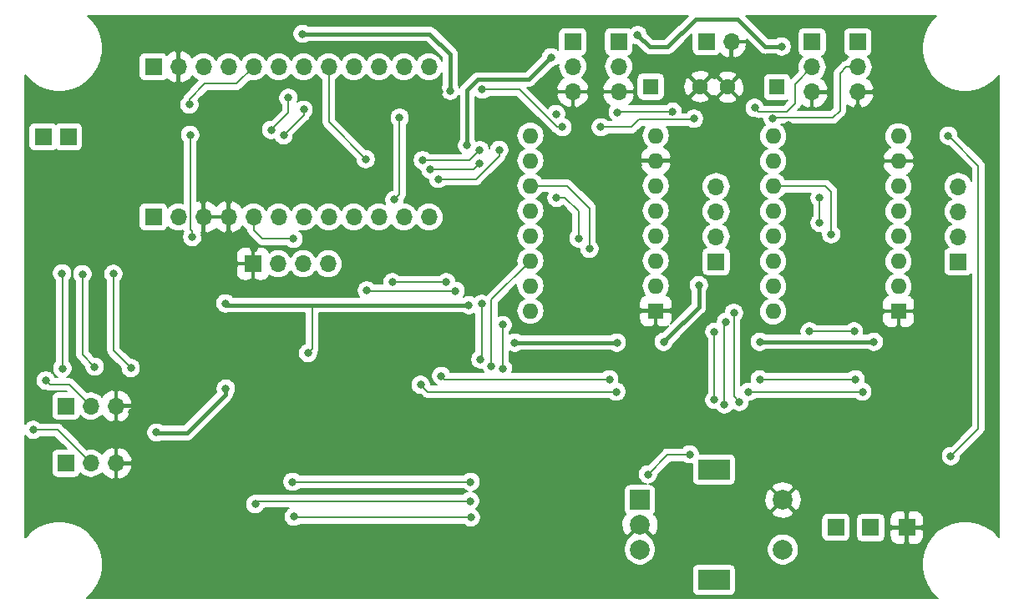
<source format=gbr>
G04 #@! TF.GenerationSoftware,KiCad,Pcbnew,(5.1.2-1)-1*
G04 #@! TF.CreationDate,2020-04-13T15:16:54-04:00*
G04 #@! TF.ProjectId,GR_Stepper_IO,47525f53-7465-4707-9065-725f494f2e6b,rev?*
G04 #@! TF.SameCoordinates,Original*
G04 #@! TF.FileFunction,Copper,L2,Bot*
G04 #@! TF.FilePolarity,Positive*
%FSLAX46Y46*%
G04 Gerber Fmt 4.6, Leading zero omitted, Abs format (unit mm)*
G04 Created by KiCad (PCBNEW (5.1.2-1)-1) date 2020-04-13 15:16:54*
%MOMM*%
%LPD*%
G04 APERTURE LIST*
%ADD10R,1.700000X1.700000*%
%ADD11O,1.700000X1.700000*%
%ADD12C,2.000000*%
%ADD13R,3.200000X2.000000*%
%ADD14R,2.000000X2.000000*%
%ADD15C,1.600000*%
%ADD16R,1.600000X1.600000*%
%ADD17O,1.600000X1.600000*%
%ADD18C,0.800000*%
%ADD19C,0.203200*%
%ADD20C,0.406400*%
G04 APERTURE END LIST*
D10*
X101600000Y-66040000D03*
D11*
X104140000Y-66040000D03*
X106680000Y-66040000D03*
X109220000Y-66040000D03*
X111760000Y-66040000D03*
X114300000Y-66040000D03*
X116840000Y-66040000D03*
X119380000Y-66040000D03*
X121920000Y-66040000D03*
X124460000Y-66040000D03*
X127000000Y-66040000D03*
X129540000Y-66040000D03*
X129540000Y-50800000D03*
X127000000Y-50800000D03*
X124460000Y-50800000D03*
X121920000Y-50800000D03*
X119380000Y-50800000D03*
X116840000Y-50800000D03*
X114300000Y-50800000D03*
X111760000Y-50800000D03*
X109220000Y-50800000D03*
X106680000Y-50800000D03*
X104140000Y-50800000D03*
D10*
X101600000Y-50800000D03*
X111709200Y-70789800D03*
D11*
X114249200Y-70789800D03*
X116789200Y-70789800D03*
X119329200Y-70789800D03*
D12*
X165426800Y-99767400D03*
X165426800Y-94767400D03*
D13*
X158426800Y-102867400D03*
X158426800Y-91667400D03*
D12*
X150926800Y-99767400D03*
X150926800Y-97267400D03*
D14*
X150926800Y-94767400D03*
D15*
X157019000Y-52806600D03*
D16*
X152019000Y-52806600D03*
X164820600Y-52857400D03*
D15*
X159820600Y-52857400D03*
D17*
X139827000Y-75565000D03*
X152527000Y-57785000D03*
X139827000Y-73025000D03*
X152527000Y-60325000D03*
X139827000Y-70485000D03*
X152527000Y-62865000D03*
X139827000Y-67945000D03*
X152527000Y-65405000D03*
X139827000Y-65405000D03*
X152527000Y-67945000D03*
X139827000Y-62865000D03*
X152527000Y-70485000D03*
X139827000Y-60325000D03*
X152527000Y-73025000D03*
X139827000Y-57785000D03*
D16*
X152527000Y-75565000D03*
X177139600Y-75615800D03*
D17*
X164439600Y-57835800D03*
X177139600Y-73075800D03*
X164439600Y-60375800D03*
X177139600Y-70535800D03*
X164439600Y-62915800D03*
X177139600Y-67995800D03*
X164439600Y-65455800D03*
X177139600Y-65455800D03*
X164439600Y-67995800D03*
X177139600Y-62915800D03*
X164439600Y-70535800D03*
X177139600Y-60375800D03*
X164439600Y-73075800D03*
X177139600Y-57835800D03*
X164439600Y-75615800D03*
D11*
X160197800Y-48234600D03*
D10*
X157657800Y-48234600D03*
X158648400Y-70561200D03*
D11*
X158648400Y-68021200D03*
X158648400Y-65481200D03*
X158648400Y-62941200D03*
X183184800Y-62941200D03*
X183184800Y-65481200D03*
X183184800Y-68021200D03*
D10*
X183184800Y-70561200D03*
D11*
X144115801Y-53311401D03*
X144115801Y-50771401D03*
D10*
X144115801Y-48231401D03*
X148765801Y-48231401D03*
D11*
X148765801Y-50771401D03*
X148765801Y-53311401D03*
D10*
X168376401Y-48282201D03*
D11*
X168376401Y-50822201D03*
X168376401Y-53362201D03*
X173026401Y-53362201D03*
X173026401Y-50822201D03*
D10*
X173026401Y-48282201D03*
X92735400Y-85217000D03*
D11*
X95275400Y-85217000D03*
X97815400Y-85217000D03*
X97815400Y-91033600D03*
X95275400Y-91033600D03*
D10*
X92735400Y-91033600D03*
X170789600Y-97536000D03*
X174320200Y-97561400D03*
X90424000Y-57886600D03*
X92964000Y-57886600D03*
X177977800Y-97561400D03*
D18*
X156540200Y-81102200D03*
X155346400Y-79756000D03*
X157226000Y-79679800D03*
X104114600Y-52628800D03*
X98145600Y-50698400D03*
X98171000Y-52349400D03*
X107594400Y-55956200D03*
X107619800Y-57023000D03*
X111709200Y-57251600D03*
X109270800Y-57404000D03*
X110490000Y-55956200D03*
X126542800Y-53390800D03*
X122834400Y-56616600D03*
X130581400Y-53314600D03*
X137439400Y-49987200D03*
X139217400Y-48209200D03*
X132867400Y-46126400D03*
X139877800Y-47523400D03*
X154101800Y-46177200D03*
X152781000Y-47625000D03*
X166776400Y-57429400D03*
X167538400Y-58089800D03*
X168249600Y-58775600D03*
X165989000Y-56743600D03*
X161467800Y-51866800D03*
X161544000Y-53949600D03*
X155600400Y-51384200D03*
X155498800Y-54025800D03*
X158445200Y-51536600D03*
X158496000Y-54305200D03*
X162001200Y-48793400D03*
X162839400Y-46278800D03*
X164236400Y-47472600D03*
X178460400Y-46126400D03*
X177063400Y-47701200D03*
X173050200Y-54965600D03*
X174777400Y-53340000D03*
X106654600Y-64312800D03*
X109270800Y-64338200D03*
X109245400Y-67691000D03*
X106781600Y-67919600D03*
X111760000Y-69265800D03*
X109093000Y-69291200D03*
X107416600Y-70612000D03*
X127406400Y-68453000D03*
X128752600Y-68453000D03*
X130175000Y-68453000D03*
X130276600Y-76631800D03*
X128955800Y-76657200D03*
X127635000Y-76682600D03*
X118795800Y-68453000D03*
X120116600Y-68376800D03*
X121513600Y-68351400D03*
X111328200Y-63754000D03*
X112471200Y-63754000D03*
X113665000Y-63703200D03*
X101015800Y-74701400D03*
X101041200Y-75895200D03*
X101066600Y-77139800D03*
X99669600Y-86969600D03*
X99466400Y-93040200D03*
X99568000Y-91922600D03*
X99441000Y-85852000D03*
X101752400Y-93751400D03*
X103835200Y-91973400D03*
X101955600Y-82067400D03*
X103784400Y-83972400D03*
X150698200Y-59817000D03*
X150749000Y-60807600D03*
X154381200Y-59537600D03*
X154381200Y-60934600D03*
X150698200Y-75590400D03*
X152501600Y-77266800D03*
X157429200Y-76631800D03*
X156641800Y-77470000D03*
X158165800Y-75539600D03*
X139649200Y-81254600D03*
X138607800Y-81254600D03*
X141554200Y-80035400D03*
X139674600Y-90119200D03*
X141554200Y-91363800D03*
X143484600Y-89992200D03*
X144856200Y-88696800D03*
X146126200Y-89992200D03*
X144805400Y-89916000D03*
X152755600Y-89433400D03*
X154127200Y-88468200D03*
X156997400Y-87934800D03*
X155168600Y-91440000D03*
X154025600Y-92100400D03*
X155549600Y-93040200D03*
X147116800Y-97002600D03*
X154889200Y-98348800D03*
X162534600Y-94945200D03*
X168427400Y-94589600D03*
X166090600Y-91592400D03*
X168148000Y-90068400D03*
X163855400Y-90119200D03*
X179908200Y-82804000D03*
X181559200Y-81076800D03*
X179857400Y-79654400D03*
X162407600Y-81026000D03*
X161620200Y-79908400D03*
X175336200Y-75590400D03*
X177215800Y-77470000D03*
X181610000Y-75158600D03*
X128066800Y-55702200D03*
X129438400Y-53416200D03*
X127863600Y-57175400D03*
X129362200Y-58750200D03*
X148920200Y-61976000D03*
X147269200Y-60426600D03*
X104114600Y-48666400D03*
X174472600Y-61417200D03*
X172643800Y-59893200D03*
X139496800Y-49250600D03*
X179044600Y-59436000D03*
X179070000Y-60680600D03*
X178892200Y-77444600D03*
X179984400Y-77419200D03*
X115798600Y-68249800D03*
X163068000Y-82524600D03*
X147828000Y-82499200D03*
X172770802Y-82499200D03*
X130784602Y-82169000D03*
X161950400Y-83769200D03*
X148539200Y-83769200D03*
X173482000Y-83769200D03*
X128701800Y-83058000D03*
X108915200Y-74803000D03*
X108940600Y-83464400D03*
X101904800Y-87909400D03*
X138252200Y-78790800D03*
X156904800Y-72965200D03*
X174625000Y-78714600D03*
X163068000Y-78714600D03*
X153339796Y-78714600D03*
X117288200Y-79841200D03*
X133400800Y-58775598D03*
X133597594Y-74974380D03*
X150698200Y-47574200D03*
X148590000Y-78790800D03*
X116738400Y-47447200D03*
X131699000Y-53213002D03*
X141935200Y-49834800D03*
X165303200Y-48742600D03*
X133705600Y-94869000D03*
X111937800Y-95173798D03*
X133781800Y-96520000D03*
X115849400Y-96443800D03*
X133756400Y-92913200D03*
X115697000Y-92913200D03*
X105537000Y-68072000D03*
X105333800Y-57708800D03*
X105257600Y-54635400D03*
X182448200Y-90297000D03*
X182194199Y-57785001D03*
X135864600Y-81153000D03*
X137033000Y-81407000D03*
X137007600Y-76987400D03*
X145821400Y-69265800D03*
X144703800Y-68199000D03*
X142468600Y-64084200D03*
X134747000Y-80492600D03*
X134899400Y-74853800D03*
X168122600Y-77647800D03*
X172634200Y-77647800D03*
X169138600Y-66624200D03*
X169138600Y-64084200D03*
X170307000Y-67792600D03*
X161010600Y-84810600D03*
X160451800Y-75768200D03*
X159486600Y-85064600D03*
X159639000Y-76682600D03*
X158470600Y-84607400D03*
X158470600Y-77698600D03*
X97561400Y-71805800D03*
X99314000Y-81356200D03*
X94411800Y-71831200D03*
X95656400Y-81229200D03*
X92379800Y-81407000D03*
X92354400Y-71754994D03*
X128905000Y-60274200D03*
X134696200Y-59258200D03*
X129667000Y-61214000D03*
X134645400Y-60604400D03*
X130479800Y-62179200D03*
X136677400Y-59232800D03*
X142417800Y-55575200D03*
X154228800Y-55346600D03*
X162560000Y-54965600D03*
X148666200Y-55422800D03*
X164388800Y-56067199D03*
X156413200Y-56057800D03*
X143078200Y-56921400D03*
X134924800Y-53111400D03*
X146964400Y-56921400D03*
X114808000Y-57734200D03*
X90703400Y-82626200D03*
X116840000Y-55143400D03*
X115290600Y-53949600D03*
X113538000Y-57200800D03*
X89433400Y-87630000D03*
X155981400Y-90119200D03*
X151739600Y-92151200D03*
X131292600Y-72644000D03*
X125831600Y-72644000D03*
X126034800Y-64287400D03*
X126568200Y-55956198D03*
X132232400Y-73533000D03*
X123139200Y-60172600D03*
X123240799Y-73482199D03*
D19*
X111760000Y-67360800D02*
X111760000Y-66040000D01*
X112649000Y-68249800D02*
X111760000Y-67360800D01*
X115798600Y-68249800D02*
X112649000Y-68249800D01*
X163068000Y-82524600D02*
X172745402Y-82524600D01*
X172745402Y-82524600D02*
X172770802Y-82499200D01*
X147828000Y-82499200D02*
X131114802Y-82499200D01*
X131114802Y-82499200D02*
X130784602Y-82169000D01*
X162516085Y-83769200D02*
X173482000Y-83769200D01*
X161950400Y-83769200D02*
X162516085Y-83769200D01*
X148539200Y-83769200D02*
X129413000Y-83769200D01*
X129413000Y-83769200D02*
X129101799Y-83457999D01*
X129101799Y-83457999D02*
X128701800Y-83058000D01*
D20*
X108940600Y-84030085D02*
X105010485Y-87960200D01*
X108940600Y-83464400D02*
X108940600Y-84030085D01*
X101955600Y-87960200D02*
X101904800Y-87909400D01*
X105010485Y-87960200D02*
X101955600Y-87960200D01*
X174625000Y-78714600D02*
X163068000Y-78714600D01*
X156904800Y-75149596D02*
X153739795Y-78314601D01*
X156904800Y-72965200D02*
X156904800Y-75149596D01*
X153739795Y-78314601D02*
X153339796Y-78714600D01*
X109067600Y-74955400D02*
X108915200Y-74803000D01*
D19*
X117288200Y-79841200D02*
X117688199Y-79441201D01*
D20*
X109086580Y-74974380D02*
X108915200Y-74803000D01*
D19*
X117688199Y-75034161D02*
X117747980Y-74974380D01*
X117688199Y-79441201D02*
X117688199Y-75034161D01*
D20*
X117747980Y-74974380D02*
X109086580Y-74974380D01*
X133597594Y-74974380D02*
X117747980Y-74974380D01*
X138252200Y-78790800D02*
X138817885Y-78790800D01*
X138817885Y-78790800D02*
X148590000Y-78790800D01*
X129616200Y-47447200D02*
X131699000Y-49530000D01*
X116738400Y-47447200D02*
X129616200Y-47447200D01*
X131699000Y-49530000D02*
X131699000Y-52647317D01*
X131699000Y-52647317D02*
X131699000Y-53213002D01*
X133400800Y-58775598D02*
X133400800Y-53187600D01*
X133400800Y-53187600D02*
X134493000Y-52095400D01*
X139674600Y-52095400D02*
X141535201Y-50234799D01*
X134493000Y-52095400D02*
X139674600Y-52095400D01*
X141535201Y-50234799D02*
X141935200Y-49834800D01*
X160858200Y-45948600D02*
X163652200Y-48742600D01*
X150698200Y-47574200D02*
X151917400Y-48793400D01*
X163652200Y-48742600D02*
X164737515Y-48742600D01*
X164737515Y-48742600D02*
X165303200Y-48742600D01*
X151917400Y-48793400D02*
X153746200Y-48793400D01*
X153746200Y-48793400D02*
X156591000Y-45948600D01*
X156591000Y-45948600D02*
X160858200Y-45948600D01*
D19*
X133705600Y-94869000D02*
X112242598Y-94869000D01*
X112242598Y-94869000D02*
X111937800Y-95173798D01*
X133781800Y-96520000D02*
X115925600Y-96520000D01*
X115925600Y-96520000D02*
X115849400Y-96443800D01*
X133756400Y-92913200D02*
X115697000Y-92913200D01*
X105333800Y-67303115D02*
X105333800Y-57708800D01*
X105537000Y-68072000D02*
X105537000Y-67506315D01*
X105537000Y-67506315D02*
X105333800Y-67303115D01*
X105257600Y-54076600D02*
X105257600Y-54635400D01*
X106832400Y-52501800D02*
X105257600Y-54076600D01*
X110058200Y-52501800D02*
X106832400Y-52501800D01*
X111760000Y-50800000D02*
X110058200Y-52501800D01*
X182594198Y-58185000D02*
X182194199Y-57785001D01*
X185242200Y-87503000D02*
X185242200Y-60833002D01*
X182448200Y-90297000D02*
X185242200Y-87503000D01*
X185242200Y-60833002D02*
X182594198Y-58185000D01*
X139827000Y-70485000D02*
X135864600Y-74447400D01*
X135864600Y-74447400D02*
X135864600Y-80587315D01*
X135864600Y-80587315D02*
X135864600Y-81153000D01*
X137033000Y-81407000D02*
X137033000Y-77012800D01*
X137033000Y-77012800D02*
X137007600Y-76987400D01*
X143535400Y-62865000D02*
X139827000Y-62865000D01*
X145821400Y-65151000D02*
X143535400Y-62865000D01*
X145821400Y-69265800D02*
X145821400Y-65151000D01*
X144703800Y-68199000D02*
X144703800Y-65455800D01*
X144703800Y-65455800D02*
X143332200Y-64084200D01*
X143332200Y-64084200D02*
X142468600Y-64084200D01*
X134874000Y-74879200D02*
X134899400Y-74853800D01*
X134874000Y-80365600D02*
X134874000Y-74879200D01*
X134747000Y-80492600D02*
X134874000Y-80365600D01*
X168122600Y-77647800D02*
X168688285Y-77647800D01*
X168688285Y-77647800D02*
X172634200Y-77647800D01*
X169138600Y-66624200D02*
X169138600Y-64084200D01*
X170307000Y-63474600D02*
X169748200Y-62915800D01*
X169748200Y-62915800D02*
X164439600Y-62915800D01*
X170307000Y-67792600D02*
X170307000Y-63474600D01*
X161010600Y-84810600D02*
X160451800Y-84251800D01*
X160451800Y-76333885D02*
X160451800Y-75768200D01*
X160451800Y-84251800D02*
X160451800Y-76333885D01*
X159486600Y-85064600D02*
X159486600Y-76835000D01*
X159486600Y-76835000D02*
X159639000Y-76682600D01*
X158470600Y-84607400D02*
X158470600Y-77698600D01*
X97561400Y-71805800D02*
X97561400Y-79603600D01*
X97561400Y-79603600D02*
X99314000Y-81356200D01*
X94411800Y-71831200D02*
X94411800Y-79984600D01*
X94411800Y-79984600D02*
X95656400Y-81229200D01*
X92379800Y-81407000D02*
X92379800Y-71780394D01*
X92379800Y-71780394D02*
X92354400Y-71754994D01*
X128905000Y-60274200D02*
X133680200Y-60274200D01*
X133680200Y-60274200D02*
X134696200Y-59258200D01*
X129667000Y-61214000D02*
X130232685Y-61214000D01*
X130232685Y-61214000D02*
X134035800Y-61214000D01*
X134035800Y-61214000D02*
X134645400Y-60604400D01*
X134340600Y-62179200D02*
X136677400Y-59842400D01*
X130479800Y-62179200D02*
X134340600Y-62179200D01*
X136677400Y-59842400D02*
X136677400Y-59232800D01*
X154000200Y-55575200D02*
X154228800Y-55346600D01*
X162959999Y-55365599D02*
X165792201Y-55365599D01*
X162560000Y-54965600D02*
X162959999Y-55365599D01*
X165792201Y-55365599D02*
X166649400Y-54508400D01*
X166649400Y-52549202D02*
X168376401Y-50822201D01*
X166649400Y-54508400D02*
X166649400Y-52549202D01*
X148742400Y-55346600D02*
X148666200Y-55422800D01*
X154228800Y-55346600D02*
X148742400Y-55346600D01*
X143078200Y-56921400D02*
X142512515Y-56921400D01*
X142512515Y-56921400D02*
X138702515Y-53111400D01*
X138702515Y-53111400D02*
X135490485Y-53111400D01*
X135490485Y-53111400D02*
X134924800Y-53111400D01*
X156311600Y-56159400D02*
X156413200Y-56057800D01*
X150850600Y-56159400D02*
X156311600Y-56159400D01*
X150088600Y-56921400D02*
X150850600Y-56159400D01*
X146964400Y-56921400D02*
X150088600Y-56921400D01*
X173026401Y-50822201D02*
X171824320Y-50822201D01*
X171196000Y-51450521D02*
X171196000Y-55245000D01*
X164525199Y-55930800D02*
X164388800Y-56067199D01*
X171196000Y-55245000D02*
X170510200Y-55930800D01*
X171824320Y-50822201D02*
X171196000Y-51450521D01*
X170510200Y-55930800D02*
X164525199Y-55930800D01*
X94425401Y-84367001D02*
X95275400Y-85217000D01*
X91103399Y-83026199D02*
X93084599Y-83026199D01*
X93084599Y-83026199D02*
X94425401Y-84367001D01*
X90703400Y-82626200D02*
X91103399Y-83026199D01*
X114808000Y-57734200D02*
X116840000Y-55702200D01*
X116840000Y-55702200D02*
X116840000Y-55143400D01*
X113937999Y-56800801D02*
X113538000Y-57200800D01*
X115290600Y-53949600D02*
X115290600Y-55448200D01*
X115290600Y-55448200D02*
X113937999Y-56800801D01*
X94425401Y-90183601D02*
X95275400Y-91033600D01*
X91871800Y-87630000D02*
X94425401Y-90183601D01*
X89433400Y-87630000D02*
X91871800Y-87630000D01*
X131292600Y-72644000D02*
X125831600Y-72644000D01*
X155930600Y-90170000D02*
X153720800Y-90170000D01*
X153720800Y-90170000D02*
X151739600Y-92151200D01*
X155981400Y-90119200D02*
X155930600Y-90170000D01*
X126568200Y-56521883D02*
X126568200Y-55956198D01*
X126034800Y-64287400D02*
X126568200Y-63754000D01*
X126568200Y-63754000D02*
X126568200Y-56521883D01*
X119380000Y-56413400D02*
X123139200Y-60172600D01*
X119380000Y-50800000D02*
X119380000Y-56413400D01*
X132232400Y-73533000D02*
X123291600Y-73533000D01*
X123291600Y-73533000D02*
X123240799Y-73482199D01*
G36*
X153409528Y-47980600D02*
G01*
X152254073Y-47980600D01*
X151697760Y-47424288D01*
X151669002Y-47279711D01*
X151592896Y-47095975D01*
X151482408Y-46930618D01*
X151341782Y-46789992D01*
X151176425Y-46679504D01*
X150992689Y-46603398D01*
X150797637Y-46564600D01*
X150598763Y-46564600D01*
X150403711Y-46603398D01*
X150219975Y-46679504D01*
X150054618Y-46789992D01*
X149965128Y-46879482D01*
X149956115Y-46872085D01*
X149850213Y-46815480D01*
X149735303Y-46780622D01*
X149615801Y-46768852D01*
X147915801Y-46768852D01*
X147796299Y-46780622D01*
X147681389Y-46815480D01*
X147575487Y-46872085D01*
X147482663Y-46948263D01*
X147406485Y-47041087D01*
X147349880Y-47146989D01*
X147315022Y-47261899D01*
X147303252Y-47381401D01*
X147303252Y-49081401D01*
X147315022Y-49200903D01*
X147349880Y-49315813D01*
X147406485Y-49421715D01*
X147482663Y-49514539D01*
X147575487Y-49590717D01*
X147681389Y-49647322D01*
X147793335Y-49681281D01*
X147728714Y-49734314D01*
X147546316Y-49956567D01*
X147410782Y-50210134D01*
X147327320Y-50485269D01*
X147299139Y-50771401D01*
X147327320Y-51057533D01*
X147410782Y-51332668D01*
X147546316Y-51586235D01*
X147728714Y-51808488D01*
X147822292Y-51885285D01*
X147785393Y-51905970D01*
X147530045Y-52124243D01*
X147322187Y-52388138D01*
X147169806Y-52687513D01*
X147092170Y-52943457D01*
X147271551Y-53209801D01*
X148664201Y-53209801D01*
X148664201Y-53189801D01*
X148867401Y-53189801D01*
X148867401Y-53209801D01*
X150260051Y-53209801D01*
X150439432Y-52943457D01*
X150361796Y-52687513D01*
X150209415Y-52388138D01*
X150001557Y-52124243D01*
X149863932Y-52006600D01*
X150606451Y-52006600D01*
X150606451Y-53606600D01*
X150618221Y-53726102D01*
X150653079Y-53841012D01*
X150709684Y-53946914D01*
X150785862Y-54039738D01*
X150878686Y-54115916D01*
X150984588Y-54172521D01*
X151099498Y-54207379D01*
X151219000Y-54219149D01*
X152819000Y-54219149D01*
X152938502Y-54207379D01*
X153053412Y-54172521D01*
X153159314Y-54115916D01*
X153252138Y-54039738D01*
X153328316Y-53946914D01*
X153350557Y-53905302D01*
X156063982Y-53905302D01*
X156120441Y-54216212D01*
X156412708Y-54364427D01*
X156728275Y-54452775D01*
X157055014Y-54477862D01*
X157380368Y-54438723D01*
X157691836Y-54336863D01*
X157917559Y-54216212D01*
X157964793Y-53956102D01*
X158865582Y-53956102D01*
X158922041Y-54267012D01*
X159214308Y-54415227D01*
X159529875Y-54503575D01*
X159856614Y-54528662D01*
X160181968Y-54489523D01*
X160493436Y-54387663D01*
X160719159Y-54267012D01*
X160775618Y-53956102D01*
X159820600Y-53001084D01*
X158865582Y-53956102D01*
X157964793Y-53956102D01*
X157974018Y-53905302D01*
X157019000Y-52950284D01*
X156063982Y-53905302D01*
X153350557Y-53905302D01*
X153384921Y-53841012D01*
X153419779Y-53726102D01*
X153431549Y-53606600D01*
X153431549Y-52842614D01*
X155347738Y-52842614D01*
X155386877Y-53167968D01*
X155488737Y-53479436D01*
X155609388Y-53705159D01*
X155920298Y-53761618D01*
X156875316Y-52806600D01*
X157162684Y-52806600D01*
X158117702Y-53761618D01*
X158387797Y-53712571D01*
X158410988Y-53755959D01*
X158721898Y-53812418D01*
X159676916Y-52857400D01*
X159964284Y-52857400D01*
X160919302Y-53812418D01*
X161230212Y-53755959D01*
X161378427Y-53463692D01*
X161466775Y-53148125D01*
X161491862Y-52821386D01*
X161452723Y-52496032D01*
X161350863Y-52184564D01*
X161230212Y-51958841D01*
X160919302Y-51902382D01*
X159964284Y-52857400D01*
X159676916Y-52857400D01*
X158721898Y-51902382D01*
X158451803Y-51951429D01*
X158428612Y-51908041D01*
X158117702Y-51851582D01*
X157162684Y-52806600D01*
X156875316Y-52806600D01*
X155920298Y-51851582D01*
X155609388Y-51908041D01*
X155461173Y-52200308D01*
X155372825Y-52515875D01*
X155347738Y-52842614D01*
X153431549Y-52842614D01*
X153431549Y-52006600D01*
X153419779Y-51887098D01*
X153384921Y-51772188D01*
X153350558Y-51707898D01*
X156063982Y-51707898D01*
X157019000Y-52662916D01*
X157923218Y-51758698D01*
X158865582Y-51758698D01*
X159820600Y-52713716D01*
X160775618Y-51758698D01*
X160719159Y-51447788D01*
X160426892Y-51299573D01*
X160111325Y-51211225D01*
X159784586Y-51186138D01*
X159459232Y-51225277D01*
X159147764Y-51327137D01*
X158922041Y-51447788D01*
X158865582Y-51758698D01*
X157923218Y-51758698D01*
X157974018Y-51707898D01*
X157917559Y-51396988D01*
X157625292Y-51248773D01*
X157309725Y-51160425D01*
X156982986Y-51135338D01*
X156657632Y-51174477D01*
X156346164Y-51276337D01*
X156120441Y-51396988D01*
X156063982Y-51707898D01*
X153350558Y-51707898D01*
X153328316Y-51666286D01*
X153252138Y-51573462D01*
X153159314Y-51497284D01*
X153053412Y-51440679D01*
X152938502Y-51405821D01*
X152819000Y-51394051D01*
X151219000Y-51394051D01*
X151099498Y-51405821D01*
X150984588Y-51440679D01*
X150878686Y-51497284D01*
X150785862Y-51573462D01*
X150709684Y-51666286D01*
X150653079Y-51772188D01*
X150618221Y-51887098D01*
X150606451Y-52006600D01*
X149863932Y-52006600D01*
X149746209Y-51905970D01*
X149709310Y-51885285D01*
X149802888Y-51808488D01*
X149985286Y-51586235D01*
X150120820Y-51332668D01*
X150204282Y-51057533D01*
X150232463Y-50771401D01*
X150204282Y-50485269D01*
X150120820Y-50210134D01*
X149985286Y-49956567D01*
X149802888Y-49734314D01*
X149738267Y-49681281D01*
X149850213Y-49647322D01*
X149956115Y-49590717D01*
X150048939Y-49514539D01*
X150125117Y-49421715D01*
X150181722Y-49315813D01*
X150216580Y-49200903D01*
X150228350Y-49081401D01*
X150228350Y-48472365D01*
X150403711Y-48545002D01*
X150548288Y-48573760D01*
X151314433Y-49339906D01*
X151339883Y-49370917D01*
X151463648Y-49472488D01*
X151604850Y-49547962D01*
X151758063Y-49594439D01*
X151877477Y-49606200D01*
X151877479Y-49606200D01*
X151917399Y-49610132D01*
X151957320Y-49606200D01*
X153706280Y-49606200D01*
X153746200Y-49610132D01*
X153786120Y-49606200D01*
X153786123Y-49606200D01*
X153905537Y-49594439D01*
X154058750Y-49547962D01*
X154199952Y-49472488D01*
X154323717Y-49370917D01*
X154349171Y-49339901D01*
X156195251Y-47493822D01*
X156195251Y-49084600D01*
X156207021Y-49204102D01*
X156241879Y-49319012D01*
X156298484Y-49424914D01*
X156374662Y-49517738D01*
X156467486Y-49593916D01*
X156573388Y-49650521D01*
X156688298Y-49685379D01*
X156807800Y-49697149D01*
X158507800Y-49697149D01*
X158627302Y-49685379D01*
X158742212Y-49650521D01*
X158848114Y-49593916D01*
X158940938Y-49517738D01*
X158994919Y-49451962D01*
X159010642Y-49470356D01*
X159274537Y-49678214D01*
X159573912Y-49830595D01*
X159829856Y-49908231D01*
X160096200Y-49728850D01*
X160096200Y-48336200D01*
X160299400Y-48336200D01*
X160299400Y-49728850D01*
X160565744Y-49908231D01*
X160821688Y-49830595D01*
X161121063Y-49678214D01*
X161384958Y-49470356D01*
X161603231Y-49215008D01*
X161767494Y-48921984D01*
X161871435Y-48602544D01*
X161692489Y-48336200D01*
X160299400Y-48336200D01*
X160096200Y-48336200D01*
X160076200Y-48336200D01*
X160076200Y-48133000D01*
X160096200Y-48133000D01*
X160096200Y-48113000D01*
X160299400Y-48113000D01*
X160299400Y-48133000D01*
X161692489Y-48133000D01*
X161773118Y-48012991D01*
X163049233Y-49289106D01*
X163074683Y-49320117D01*
X163136274Y-49370663D01*
X163198448Y-49421688D01*
X163339650Y-49497162D01*
X163492863Y-49543639D01*
X163652200Y-49559332D01*
X163692123Y-49555400D01*
X164702409Y-49555400D01*
X164824975Y-49637296D01*
X165008711Y-49713402D01*
X165203763Y-49752200D01*
X165402637Y-49752200D01*
X165597689Y-49713402D01*
X165781425Y-49637296D01*
X165946782Y-49526808D01*
X166087408Y-49386182D01*
X166197896Y-49220825D01*
X166274002Y-49037089D01*
X166312800Y-48842037D01*
X166312800Y-48643163D01*
X166274002Y-48448111D01*
X166197896Y-48264375D01*
X166087408Y-48099018D01*
X165946782Y-47958392D01*
X165781425Y-47847904D01*
X165597689Y-47771798D01*
X165402637Y-47733000D01*
X165203763Y-47733000D01*
X165008711Y-47771798D01*
X164824975Y-47847904D01*
X164702409Y-47929800D01*
X163988873Y-47929800D01*
X161639372Y-45580300D01*
X181000040Y-45580300D01*
X180484822Y-46095518D01*
X180004215Y-46814797D01*
X179673167Y-47614018D01*
X179504400Y-48462465D01*
X179504400Y-49327535D01*
X179673167Y-50175982D01*
X180004215Y-50975203D01*
X180484822Y-51694482D01*
X181096518Y-52306178D01*
X181815797Y-52786785D01*
X182615018Y-53117833D01*
X183463465Y-53286600D01*
X184328535Y-53286600D01*
X185176982Y-53117833D01*
X185976203Y-52786785D01*
X186695482Y-52306178D01*
X187307178Y-51694482D01*
X187337700Y-51648803D01*
X187337701Y-98546199D01*
X187307178Y-98500518D01*
X186695482Y-97888822D01*
X185976203Y-97408215D01*
X185176982Y-97077167D01*
X184328535Y-96908400D01*
X183463465Y-96908400D01*
X182615018Y-97077167D01*
X181815797Y-97408215D01*
X181096518Y-97888822D01*
X180484822Y-98500518D01*
X180004215Y-99219797D01*
X179673167Y-100019018D01*
X179504400Y-100867465D01*
X179504400Y-101732535D01*
X179673167Y-102580982D01*
X180004215Y-103380203D01*
X180484822Y-104099482D01*
X181096518Y-104711178D01*
X181142197Y-104741700D01*
X94828803Y-104741700D01*
X94874482Y-104711178D01*
X95486178Y-104099482D01*
X95966785Y-103380203D01*
X96297833Y-102580982D01*
X96439773Y-101867400D01*
X156214251Y-101867400D01*
X156214251Y-103867400D01*
X156226021Y-103986902D01*
X156260879Y-104101812D01*
X156317484Y-104207714D01*
X156393662Y-104300538D01*
X156486486Y-104376716D01*
X156592388Y-104433321D01*
X156707298Y-104468179D01*
X156826800Y-104479949D01*
X160026800Y-104479949D01*
X160146302Y-104468179D01*
X160261212Y-104433321D01*
X160367114Y-104376716D01*
X160459938Y-104300538D01*
X160536116Y-104207714D01*
X160592721Y-104101812D01*
X160627579Y-103986902D01*
X160639349Y-103867400D01*
X160639349Y-101867400D01*
X160627579Y-101747898D01*
X160592721Y-101632988D01*
X160536116Y-101527086D01*
X160459938Y-101434262D01*
X160367114Y-101358084D01*
X160261212Y-101301479D01*
X160146302Y-101266621D01*
X160026800Y-101254851D01*
X156826800Y-101254851D01*
X156707298Y-101266621D01*
X156592388Y-101301479D01*
X156486486Y-101358084D01*
X156393662Y-101434262D01*
X156317484Y-101527086D01*
X156260879Y-101632988D01*
X156226021Y-101747898D01*
X156214251Y-101867400D01*
X96439773Y-101867400D01*
X96466600Y-101732535D01*
X96466600Y-100867465D01*
X96297833Y-100019018D01*
X96127944Y-99608868D01*
X149317200Y-99608868D01*
X149317200Y-99925932D01*
X149379056Y-100236903D01*
X149500391Y-100529831D01*
X149676542Y-100793460D01*
X149900740Y-101017658D01*
X150164369Y-101193809D01*
X150457297Y-101315144D01*
X150768268Y-101377000D01*
X151085332Y-101377000D01*
X151396303Y-101315144D01*
X151689231Y-101193809D01*
X151952860Y-101017658D01*
X152177058Y-100793460D01*
X152353209Y-100529831D01*
X152474544Y-100236903D01*
X152536400Y-99925932D01*
X152536400Y-99608868D01*
X163817200Y-99608868D01*
X163817200Y-99925932D01*
X163879056Y-100236903D01*
X164000391Y-100529831D01*
X164176542Y-100793460D01*
X164400740Y-101017658D01*
X164664369Y-101193809D01*
X164957297Y-101315144D01*
X165268268Y-101377000D01*
X165585332Y-101377000D01*
X165896303Y-101315144D01*
X166189231Y-101193809D01*
X166452860Y-101017658D01*
X166677058Y-100793460D01*
X166853209Y-100529831D01*
X166974544Y-100236903D01*
X167036400Y-99925932D01*
X167036400Y-99608868D01*
X166974544Y-99297897D01*
X166853209Y-99004969D01*
X166677058Y-98741340D01*
X166452860Y-98517142D01*
X166189231Y-98340991D01*
X165896303Y-98219656D01*
X165585332Y-98157800D01*
X165268268Y-98157800D01*
X164957297Y-98219656D01*
X164664369Y-98340991D01*
X164400740Y-98517142D01*
X164176542Y-98741340D01*
X164000391Y-99004969D01*
X163879056Y-99297897D01*
X163817200Y-99608868D01*
X152536400Y-99608868D01*
X152474544Y-99297897D01*
X152353209Y-99004969D01*
X152177058Y-98741340D01*
X152008585Y-98572867D01*
X152024229Y-98508513D01*
X150926800Y-97411084D01*
X149829371Y-98508513D01*
X149845015Y-98572867D01*
X149676542Y-98741340D01*
X149500391Y-99004969D01*
X149379056Y-99297897D01*
X149317200Y-99608868D01*
X96127944Y-99608868D01*
X95966785Y-99219797D01*
X95486178Y-98500518D01*
X94874482Y-97888822D01*
X94155203Y-97408215D01*
X93355982Y-97077167D01*
X92507535Y-96908400D01*
X91642465Y-96908400D01*
X90794018Y-97077167D01*
X89994797Y-97408215D01*
X89275518Y-97888822D01*
X88663822Y-98500518D01*
X88633300Y-98546197D01*
X88633300Y-95074361D01*
X110928200Y-95074361D01*
X110928200Y-95273235D01*
X110966998Y-95468287D01*
X111043104Y-95652023D01*
X111153592Y-95817380D01*
X111294218Y-95958006D01*
X111459575Y-96068494D01*
X111643311Y-96144600D01*
X111838363Y-96183398D01*
X112037237Y-96183398D01*
X112232289Y-96144600D01*
X112416025Y-96068494D01*
X112581382Y-95958006D01*
X112722008Y-95817380D01*
X112832496Y-95652023D01*
X112862246Y-95580200D01*
X115324637Y-95580200D01*
X115205818Y-95659592D01*
X115065192Y-95800218D01*
X114954704Y-95965575D01*
X114878598Y-96149311D01*
X114839800Y-96344363D01*
X114839800Y-96543237D01*
X114878598Y-96738289D01*
X114954704Y-96922025D01*
X115065192Y-97087382D01*
X115205818Y-97228008D01*
X115371175Y-97338496D01*
X115554911Y-97414602D01*
X115749963Y-97453400D01*
X115948837Y-97453400D01*
X116143889Y-97414602D01*
X116327625Y-97338496D01*
X116488205Y-97231200D01*
X133065210Y-97231200D01*
X133138218Y-97304208D01*
X133303575Y-97414696D01*
X133487311Y-97490802D01*
X133682363Y-97529600D01*
X133881237Y-97529600D01*
X134076289Y-97490802D01*
X134260025Y-97414696D01*
X134425382Y-97304208D01*
X134434078Y-97295512D01*
X149054393Y-97295512D01*
X149095855Y-97660261D01*
X149207679Y-98009912D01*
X149354333Y-98284279D01*
X149685687Y-98364829D01*
X150783116Y-97267400D01*
X150768974Y-97253258D01*
X150912658Y-97109574D01*
X150926800Y-97123716D01*
X150940943Y-97109574D01*
X151084627Y-97253258D01*
X151070484Y-97267400D01*
X152167913Y-98364829D01*
X152499267Y-98284279D01*
X152667436Y-97957967D01*
X152768713Y-97605116D01*
X152799207Y-97239288D01*
X152757745Y-96874539D01*
X152697448Y-96686000D01*
X169327051Y-96686000D01*
X169327051Y-98386000D01*
X169338821Y-98505502D01*
X169373679Y-98620412D01*
X169430284Y-98726314D01*
X169506462Y-98819138D01*
X169599286Y-98895316D01*
X169705188Y-98951921D01*
X169820098Y-98986779D01*
X169939600Y-98998549D01*
X171639600Y-98998549D01*
X171759102Y-98986779D01*
X171874012Y-98951921D01*
X171979914Y-98895316D01*
X172072738Y-98819138D01*
X172148916Y-98726314D01*
X172205521Y-98620412D01*
X172240379Y-98505502D01*
X172252149Y-98386000D01*
X172252149Y-96711400D01*
X172857651Y-96711400D01*
X172857651Y-98411400D01*
X172869421Y-98530902D01*
X172904279Y-98645812D01*
X172960884Y-98751714D01*
X173037062Y-98844538D01*
X173129886Y-98920716D01*
X173235788Y-98977321D01*
X173350698Y-99012179D01*
X173470200Y-99023949D01*
X175170200Y-99023949D01*
X175289702Y-99012179D01*
X175404612Y-98977321D01*
X175510514Y-98920716D01*
X175603338Y-98844538D01*
X175679516Y-98751714D01*
X175736121Y-98645812D01*
X175770979Y-98530902D01*
X175782749Y-98411400D01*
X176260021Y-98411400D01*
X176276695Y-98580695D01*
X176326077Y-98743485D01*
X176406268Y-98893512D01*
X176514188Y-99025012D01*
X176645688Y-99132932D01*
X176795715Y-99213123D01*
X176958505Y-99262505D01*
X177127800Y-99279179D01*
X177660300Y-99275000D01*
X177876200Y-99059100D01*
X177876200Y-97663000D01*
X178079400Y-97663000D01*
X178079400Y-99059100D01*
X178295300Y-99275000D01*
X178827800Y-99279179D01*
X178997095Y-99262505D01*
X179159885Y-99213123D01*
X179309912Y-99132932D01*
X179441412Y-99025012D01*
X179549332Y-98893512D01*
X179629523Y-98743485D01*
X179678905Y-98580695D01*
X179695579Y-98411400D01*
X179691400Y-97878900D01*
X179475500Y-97663000D01*
X178079400Y-97663000D01*
X177876200Y-97663000D01*
X176480100Y-97663000D01*
X176264200Y-97878900D01*
X176260021Y-98411400D01*
X175782749Y-98411400D01*
X175782749Y-96711400D01*
X176260021Y-96711400D01*
X176264200Y-97243900D01*
X176480100Y-97459800D01*
X177876200Y-97459800D01*
X177876200Y-96063700D01*
X178079400Y-96063700D01*
X178079400Y-97459800D01*
X179475500Y-97459800D01*
X179691400Y-97243900D01*
X179695579Y-96711400D01*
X179678905Y-96542105D01*
X179629523Y-96379315D01*
X179549332Y-96229288D01*
X179441412Y-96097788D01*
X179309912Y-95989868D01*
X179159885Y-95909677D01*
X178997095Y-95860295D01*
X178827800Y-95843621D01*
X178295300Y-95847800D01*
X178079400Y-96063700D01*
X177876200Y-96063700D01*
X177660300Y-95847800D01*
X177127800Y-95843621D01*
X176958505Y-95860295D01*
X176795715Y-95909677D01*
X176645688Y-95989868D01*
X176514188Y-96097788D01*
X176406268Y-96229288D01*
X176326077Y-96379315D01*
X176276695Y-96542105D01*
X176260021Y-96711400D01*
X175782749Y-96711400D01*
X175770979Y-96591898D01*
X175736121Y-96476988D01*
X175679516Y-96371086D01*
X175603338Y-96278262D01*
X175510514Y-96202084D01*
X175404612Y-96145479D01*
X175289702Y-96110621D01*
X175170200Y-96098851D01*
X173470200Y-96098851D01*
X173350698Y-96110621D01*
X173235788Y-96145479D01*
X173129886Y-96202084D01*
X173037062Y-96278262D01*
X172960884Y-96371086D01*
X172904279Y-96476988D01*
X172869421Y-96591898D01*
X172857651Y-96711400D01*
X172252149Y-96711400D01*
X172252149Y-96686000D01*
X172240379Y-96566498D01*
X172205521Y-96451588D01*
X172148916Y-96345686D01*
X172072738Y-96252862D01*
X171979914Y-96176684D01*
X171874012Y-96120079D01*
X171759102Y-96085221D01*
X171639600Y-96073451D01*
X169939600Y-96073451D01*
X169820098Y-96085221D01*
X169705188Y-96120079D01*
X169599286Y-96176684D01*
X169506462Y-96252862D01*
X169430284Y-96345686D01*
X169373679Y-96451588D01*
X169338821Y-96566498D01*
X169327051Y-96686000D01*
X152697448Y-96686000D01*
X152645921Y-96524888D01*
X152499267Y-96250521D01*
X152344791Y-96212969D01*
X152359938Y-96200538D01*
X152436116Y-96107714D01*
X152489139Y-96008513D01*
X164329371Y-96008513D01*
X164409921Y-96339867D01*
X164736233Y-96508036D01*
X165089084Y-96609313D01*
X165454912Y-96639807D01*
X165819661Y-96598345D01*
X166169312Y-96486521D01*
X166443679Y-96339867D01*
X166524229Y-96008513D01*
X165426800Y-94911084D01*
X164329371Y-96008513D01*
X152489139Y-96008513D01*
X152492721Y-96001812D01*
X152527579Y-95886902D01*
X152539349Y-95767400D01*
X152539349Y-94795512D01*
X163554393Y-94795512D01*
X163595855Y-95160261D01*
X163707679Y-95509912D01*
X163854333Y-95784279D01*
X164185687Y-95864829D01*
X165283116Y-94767400D01*
X165570484Y-94767400D01*
X166667913Y-95864829D01*
X166999267Y-95784279D01*
X167167436Y-95457967D01*
X167268713Y-95105116D01*
X167299207Y-94739288D01*
X167257745Y-94374539D01*
X167145921Y-94024888D01*
X166999267Y-93750521D01*
X166667913Y-93669971D01*
X165570484Y-94767400D01*
X165283116Y-94767400D01*
X164185687Y-93669971D01*
X163854333Y-93750521D01*
X163686164Y-94076833D01*
X163584887Y-94429684D01*
X163554393Y-94795512D01*
X152539349Y-94795512D01*
X152539349Y-93767400D01*
X152527579Y-93647898D01*
X152492721Y-93532988D01*
X152489140Y-93526287D01*
X164329371Y-93526287D01*
X165426800Y-94623716D01*
X166524229Y-93526287D01*
X166443679Y-93194933D01*
X166117367Y-93026764D01*
X165764516Y-92925487D01*
X165398688Y-92894993D01*
X165033939Y-92936455D01*
X164684288Y-93048279D01*
X164409921Y-93194933D01*
X164329371Y-93526287D01*
X152489140Y-93526287D01*
X152436116Y-93427086D01*
X152359938Y-93334262D01*
X152267114Y-93258084D01*
X152161212Y-93201479D01*
X152046302Y-93166621D01*
X151926800Y-93154851D01*
X151868945Y-93154851D01*
X152034089Y-93122002D01*
X152217825Y-93045896D01*
X152383182Y-92935408D01*
X152523808Y-92794782D01*
X152634296Y-92629425D01*
X152710402Y-92445689D01*
X152749200Y-92250637D01*
X152749200Y-92147387D01*
X154015388Y-90881200D01*
X155315610Y-90881200D01*
X155337818Y-90903408D01*
X155503175Y-91013896D01*
X155686911Y-91090002D01*
X155881963Y-91128800D01*
X156080837Y-91128800D01*
X156214251Y-91102262D01*
X156214251Y-92667400D01*
X156226021Y-92786902D01*
X156260879Y-92901812D01*
X156317484Y-93007714D01*
X156393662Y-93100538D01*
X156486486Y-93176716D01*
X156592388Y-93233321D01*
X156707298Y-93268179D01*
X156826800Y-93279949D01*
X160026800Y-93279949D01*
X160146302Y-93268179D01*
X160261212Y-93233321D01*
X160367114Y-93176716D01*
X160459938Y-93100538D01*
X160536116Y-93007714D01*
X160592721Y-92901812D01*
X160627579Y-92786902D01*
X160639349Y-92667400D01*
X160639349Y-90667400D01*
X160627579Y-90547898D01*
X160592721Y-90432988D01*
X160536116Y-90327086D01*
X160459938Y-90234262D01*
X160367114Y-90158084D01*
X160261212Y-90101479D01*
X160146302Y-90066621D01*
X160026800Y-90054851D01*
X156991000Y-90054851D01*
X156991000Y-90019763D01*
X156952202Y-89824711D01*
X156876096Y-89640975D01*
X156765608Y-89475618D01*
X156624982Y-89334992D01*
X156459625Y-89224504D01*
X156275889Y-89148398D01*
X156080837Y-89109600D01*
X155881963Y-89109600D01*
X155686911Y-89148398D01*
X155503175Y-89224504D01*
X155337818Y-89334992D01*
X155214010Y-89458800D01*
X153755728Y-89458800D01*
X153720800Y-89455360D01*
X153685871Y-89458800D01*
X153685864Y-89458800D01*
X153581380Y-89469091D01*
X153447319Y-89509758D01*
X153323767Y-89575798D01*
X153215473Y-89664673D01*
X153193203Y-89691809D01*
X151743413Y-91141600D01*
X151640163Y-91141600D01*
X151445111Y-91180398D01*
X151261375Y-91256504D01*
X151096018Y-91366992D01*
X150955392Y-91507618D01*
X150844904Y-91672975D01*
X150768798Y-91856711D01*
X150730000Y-92051763D01*
X150730000Y-92250637D01*
X150768798Y-92445689D01*
X150844904Y-92629425D01*
X150955392Y-92794782D01*
X151096018Y-92935408D01*
X151261375Y-93045896D01*
X151445111Y-93122002D01*
X151610255Y-93154851D01*
X149926800Y-93154851D01*
X149807298Y-93166621D01*
X149692388Y-93201479D01*
X149586486Y-93258084D01*
X149493662Y-93334262D01*
X149417484Y-93427086D01*
X149360879Y-93532988D01*
X149326021Y-93647898D01*
X149314251Y-93767400D01*
X149314251Y-95767400D01*
X149326021Y-95886902D01*
X149360879Y-96001812D01*
X149417484Y-96107714D01*
X149493662Y-96200538D01*
X149508809Y-96212969D01*
X149354333Y-96250521D01*
X149186164Y-96576833D01*
X149084887Y-96929684D01*
X149054393Y-97295512D01*
X134434078Y-97295512D01*
X134566008Y-97163582D01*
X134676496Y-96998225D01*
X134752602Y-96814489D01*
X134791400Y-96619437D01*
X134791400Y-96420563D01*
X134752602Y-96225511D01*
X134676496Y-96041775D01*
X134566008Y-95876418D01*
X134425382Y-95735792D01*
X134325484Y-95669042D01*
X134349182Y-95653208D01*
X134489808Y-95512582D01*
X134600296Y-95347225D01*
X134676402Y-95163489D01*
X134715200Y-94968437D01*
X134715200Y-94769563D01*
X134676402Y-94574511D01*
X134600296Y-94390775D01*
X134489808Y-94225418D01*
X134349182Y-94084792D01*
X134183825Y-93974304D01*
X134000089Y-93898198D01*
X133989805Y-93896152D01*
X134050889Y-93884002D01*
X134234625Y-93807896D01*
X134399982Y-93697408D01*
X134540608Y-93556782D01*
X134651096Y-93391425D01*
X134727202Y-93207689D01*
X134766000Y-93012637D01*
X134766000Y-92813763D01*
X134727202Y-92618711D01*
X134651096Y-92434975D01*
X134540608Y-92269618D01*
X134399982Y-92128992D01*
X134234625Y-92018504D01*
X134050889Y-91942398D01*
X133855837Y-91903600D01*
X133656963Y-91903600D01*
X133461911Y-91942398D01*
X133278175Y-92018504D01*
X133112818Y-92128992D01*
X133039810Y-92202000D01*
X116413590Y-92202000D01*
X116340582Y-92128992D01*
X116175225Y-92018504D01*
X115991489Y-91942398D01*
X115796437Y-91903600D01*
X115597563Y-91903600D01*
X115402511Y-91942398D01*
X115218775Y-92018504D01*
X115053418Y-92128992D01*
X114912792Y-92269618D01*
X114802304Y-92434975D01*
X114726198Y-92618711D01*
X114687400Y-92813763D01*
X114687400Y-93012637D01*
X114726198Y-93207689D01*
X114802304Y-93391425D01*
X114912792Y-93556782D01*
X115053418Y-93697408D01*
X115218775Y-93807896D01*
X115402511Y-93884002D01*
X115597563Y-93922800D01*
X115796437Y-93922800D01*
X115991489Y-93884002D01*
X116175225Y-93807896D01*
X116340582Y-93697408D01*
X116413590Y-93624400D01*
X133039810Y-93624400D01*
X133112818Y-93697408D01*
X133278175Y-93807896D01*
X133461911Y-93884002D01*
X133472195Y-93886048D01*
X133411111Y-93898198D01*
X133227375Y-93974304D01*
X133062018Y-94084792D01*
X132989010Y-94157800D01*
X112277515Y-94157800D01*
X112242597Y-94154361D01*
X112207679Y-94157800D01*
X112207662Y-94157800D01*
X112103178Y-94168091D01*
X112084814Y-94173662D01*
X112037237Y-94164198D01*
X111838363Y-94164198D01*
X111643311Y-94202996D01*
X111459575Y-94279102D01*
X111294218Y-94389590D01*
X111153592Y-94530216D01*
X111043104Y-94695573D01*
X110966998Y-94879309D01*
X110928200Y-95074361D01*
X88633300Y-95074361D01*
X88633300Y-88249798D01*
X88649192Y-88273582D01*
X88789818Y-88414208D01*
X88955175Y-88524696D01*
X89138911Y-88600802D01*
X89333963Y-88639600D01*
X89532837Y-88639600D01*
X89727889Y-88600802D01*
X89911625Y-88524696D01*
X90076982Y-88414208D01*
X90149990Y-88341200D01*
X91577213Y-88341200D01*
X92807063Y-89571051D01*
X91885400Y-89571051D01*
X91765898Y-89582821D01*
X91650988Y-89617679D01*
X91545086Y-89674284D01*
X91452262Y-89750462D01*
X91376084Y-89843286D01*
X91319479Y-89949188D01*
X91284621Y-90064098D01*
X91272851Y-90183600D01*
X91272851Y-91883600D01*
X91284621Y-92003102D01*
X91319479Y-92118012D01*
X91376084Y-92223914D01*
X91452262Y-92316738D01*
X91545086Y-92392916D01*
X91650988Y-92449521D01*
X91765898Y-92484379D01*
X91885400Y-92496149D01*
X93585400Y-92496149D01*
X93704902Y-92484379D01*
X93819812Y-92449521D01*
X93925714Y-92392916D01*
X94018538Y-92316738D01*
X94094716Y-92223914D01*
X94151321Y-92118012D01*
X94185280Y-92006066D01*
X94238313Y-92070687D01*
X94460566Y-92253085D01*
X94714133Y-92388619D01*
X94989268Y-92472081D01*
X95203697Y-92493200D01*
X95347103Y-92493200D01*
X95561532Y-92472081D01*
X95836667Y-92388619D01*
X96090234Y-92253085D01*
X96312487Y-92070687D01*
X96389284Y-91977109D01*
X96409969Y-92014008D01*
X96628242Y-92269356D01*
X96892137Y-92477214D01*
X97191512Y-92629595D01*
X97447456Y-92707231D01*
X97713800Y-92527850D01*
X97713800Y-91135200D01*
X97917000Y-91135200D01*
X97917000Y-92527850D01*
X98183344Y-92707231D01*
X98439288Y-92629595D01*
X98738663Y-92477214D01*
X99002558Y-92269356D01*
X99220831Y-92014008D01*
X99385094Y-91720984D01*
X99489035Y-91401544D01*
X99310089Y-91135200D01*
X97917000Y-91135200D01*
X97713800Y-91135200D01*
X97693800Y-91135200D01*
X97693800Y-90932000D01*
X97713800Y-90932000D01*
X97713800Y-89539350D01*
X97917000Y-89539350D01*
X97917000Y-90932000D01*
X99310089Y-90932000D01*
X99489035Y-90665656D01*
X99385094Y-90346216D01*
X99220831Y-90053192D01*
X99002558Y-89797844D01*
X98738663Y-89589986D01*
X98439288Y-89437605D01*
X98183344Y-89359969D01*
X97917000Y-89539350D01*
X97713800Y-89539350D01*
X97447456Y-89359969D01*
X97191512Y-89437605D01*
X96892137Y-89589986D01*
X96628242Y-89797844D01*
X96409969Y-90053192D01*
X96389284Y-90090091D01*
X96312487Y-89996513D01*
X96090234Y-89814115D01*
X95836667Y-89678581D01*
X95561532Y-89595119D01*
X95347103Y-89574000D01*
X95203697Y-89574000D01*
X94989268Y-89595119D01*
X94876818Y-89629230D01*
X93057551Y-87809963D01*
X100895200Y-87809963D01*
X100895200Y-88008837D01*
X100933998Y-88203889D01*
X101010104Y-88387625D01*
X101120592Y-88552982D01*
X101261218Y-88693608D01*
X101426575Y-88804096D01*
X101610311Y-88880202D01*
X101805363Y-88919000D01*
X102004237Y-88919000D01*
X102199289Y-88880202D01*
X102383025Y-88804096D01*
X102429563Y-88773000D01*
X104970565Y-88773000D01*
X105010485Y-88776932D01*
X105050405Y-88773000D01*
X105050408Y-88773000D01*
X105169822Y-88761239D01*
X105323035Y-88714762D01*
X105464237Y-88639288D01*
X105588002Y-88537717D01*
X105613456Y-88506701D01*
X109487106Y-84633052D01*
X109518117Y-84607602D01*
X109619688Y-84483837D01*
X109695162Y-84342635D01*
X109741639Y-84189422D01*
X109753400Y-84070008D01*
X109753400Y-84070006D01*
X109753956Y-84064359D01*
X109835296Y-83942625D01*
X109911402Y-83758889D01*
X109950200Y-83563837D01*
X109950200Y-83364963D01*
X109911402Y-83169911D01*
X109835296Y-82986175D01*
X109724808Y-82820818D01*
X109584182Y-82680192D01*
X109418825Y-82569704D01*
X109235089Y-82493598D01*
X109040037Y-82454800D01*
X108841163Y-82454800D01*
X108646111Y-82493598D01*
X108462375Y-82569704D01*
X108297018Y-82680192D01*
X108156392Y-82820818D01*
X108045904Y-82986175D01*
X107969798Y-83169911D01*
X107931000Y-83364963D01*
X107931000Y-83563837D01*
X107969798Y-83758889D01*
X107996898Y-83824314D01*
X104673813Y-87147400D01*
X102570590Y-87147400D01*
X102548382Y-87125192D01*
X102383025Y-87014704D01*
X102199289Y-86938598D01*
X102004237Y-86899800D01*
X101805363Y-86899800D01*
X101610311Y-86938598D01*
X101426575Y-87014704D01*
X101261218Y-87125192D01*
X101120592Y-87265818D01*
X101010104Y-87431175D01*
X100933998Y-87614911D01*
X100895200Y-87809963D01*
X93057551Y-87809963D01*
X92399402Y-87151815D01*
X92377127Y-87124673D01*
X92268833Y-87035798D01*
X92145281Y-86969758D01*
X92011220Y-86929091D01*
X91906736Y-86918800D01*
X91906726Y-86918800D01*
X91871800Y-86915360D01*
X91836874Y-86918800D01*
X90149990Y-86918800D01*
X90076982Y-86845792D01*
X89911625Y-86735304D01*
X89727889Y-86659198D01*
X89532837Y-86620400D01*
X89333963Y-86620400D01*
X89138911Y-86659198D01*
X88955175Y-86735304D01*
X88789818Y-86845792D01*
X88649192Y-86986418D01*
X88633300Y-87010202D01*
X88633300Y-82526763D01*
X89693800Y-82526763D01*
X89693800Y-82725637D01*
X89732598Y-82920689D01*
X89808704Y-83104425D01*
X89919192Y-83269782D01*
X90059818Y-83410408D01*
X90225175Y-83520896D01*
X90408911Y-83597002D01*
X90603963Y-83635800D01*
X90735175Y-83635800D01*
X90829918Y-83686441D01*
X90963979Y-83727108D01*
X91068463Y-83737399D01*
X91068472Y-83737399D01*
X91103398Y-83740839D01*
X91138324Y-83737399D01*
X92790012Y-83737399D01*
X92807064Y-83754451D01*
X91885400Y-83754451D01*
X91765898Y-83766221D01*
X91650988Y-83801079D01*
X91545086Y-83857684D01*
X91452262Y-83933862D01*
X91376084Y-84026686D01*
X91319479Y-84132588D01*
X91284621Y-84247498D01*
X91272851Y-84367000D01*
X91272851Y-86067000D01*
X91284621Y-86186502D01*
X91319479Y-86301412D01*
X91376084Y-86407314D01*
X91452262Y-86500138D01*
X91545086Y-86576316D01*
X91650988Y-86632921D01*
X91765898Y-86667779D01*
X91885400Y-86679549D01*
X93585400Y-86679549D01*
X93704902Y-86667779D01*
X93819812Y-86632921D01*
X93925714Y-86576316D01*
X94018538Y-86500138D01*
X94094716Y-86407314D01*
X94151321Y-86301412D01*
X94185280Y-86189466D01*
X94238313Y-86254087D01*
X94460566Y-86436485D01*
X94714133Y-86572019D01*
X94989268Y-86655481D01*
X95203697Y-86676600D01*
X95347103Y-86676600D01*
X95561532Y-86655481D01*
X95836667Y-86572019D01*
X96090234Y-86436485D01*
X96312487Y-86254087D01*
X96389284Y-86160509D01*
X96409969Y-86197408D01*
X96628242Y-86452756D01*
X96892137Y-86660614D01*
X97191512Y-86812995D01*
X97447456Y-86890631D01*
X97713800Y-86711250D01*
X97713800Y-85318600D01*
X97917000Y-85318600D01*
X97917000Y-86711250D01*
X98183344Y-86890631D01*
X98439288Y-86812995D01*
X98738663Y-86660614D01*
X99002558Y-86452756D01*
X99220831Y-86197408D01*
X99385094Y-85904384D01*
X99489035Y-85584944D01*
X99310089Y-85318600D01*
X97917000Y-85318600D01*
X97713800Y-85318600D01*
X97693800Y-85318600D01*
X97693800Y-85115400D01*
X97713800Y-85115400D01*
X97713800Y-83722750D01*
X97917000Y-83722750D01*
X97917000Y-85115400D01*
X99310089Y-85115400D01*
X99489035Y-84849056D01*
X99385094Y-84529616D01*
X99220831Y-84236592D01*
X99002558Y-83981244D01*
X98738663Y-83773386D01*
X98439288Y-83621005D01*
X98183344Y-83543369D01*
X97917000Y-83722750D01*
X97713800Y-83722750D01*
X97447456Y-83543369D01*
X97191512Y-83621005D01*
X96892137Y-83773386D01*
X96628242Y-83981244D01*
X96409969Y-84236592D01*
X96389284Y-84273491D01*
X96312487Y-84179913D01*
X96090234Y-83997515D01*
X95836667Y-83861981D01*
X95561532Y-83778519D01*
X95347103Y-83757400D01*
X95203697Y-83757400D01*
X94989268Y-83778519D01*
X94876819Y-83812630D01*
X93612200Y-82548013D01*
X93589926Y-82520872D01*
X93481632Y-82431997D01*
X93358080Y-82365957D01*
X93224019Y-82325290D01*
X93119535Y-82314999D01*
X93119525Y-82314999D01*
X93084599Y-82311559D01*
X93049673Y-82314999D01*
X92825909Y-82314999D01*
X92858025Y-82301696D01*
X93023382Y-82191208D01*
X93164008Y-82050582D01*
X93274496Y-81885225D01*
X93350602Y-81701489D01*
X93389400Y-81506437D01*
X93389400Y-81307563D01*
X93350602Y-81112511D01*
X93274496Y-80928775D01*
X93164008Y-80763418D01*
X93091000Y-80690410D01*
X93091000Y-72446184D01*
X93138608Y-72398576D01*
X93249096Y-72233219D01*
X93325202Y-72049483D01*
X93364000Y-71854431D01*
X93364000Y-71731763D01*
X93402200Y-71731763D01*
X93402200Y-71930637D01*
X93440998Y-72125689D01*
X93517104Y-72309425D01*
X93627592Y-72474782D01*
X93700600Y-72547790D01*
X93700601Y-79949664D01*
X93697160Y-79984600D01*
X93700601Y-80019536D01*
X93710892Y-80124020D01*
X93730993Y-80190283D01*
X93751559Y-80258081D01*
X93817598Y-80381632D01*
X93871979Y-80447895D01*
X93906474Y-80489927D01*
X93933610Y-80512197D01*
X94646800Y-81225388D01*
X94646800Y-81328637D01*
X94685598Y-81523689D01*
X94761704Y-81707425D01*
X94872192Y-81872782D01*
X95012818Y-82013408D01*
X95178175Y-82123896D01*
X95361911Y-82200002D01*
X95556963Y-82238800D01*
X95755837Y-82238800D01*
X95950889Y-82200002D01*
X96134625Y-82123896D01*
X96299982Y-82013408D01*
X96440608Y-81872782D01*
X96551096Y-81707425D01*
X96627202Y-81523689D01*
X96666000Y-81328637D01*
X96666000Y-81129763D01*
X96627202Y-80934711D01*
X96551096Y-80750975D01*
X96440608Y-80585618D01*
X96299982Y-80444992D01*
X96134625Y-80334504D01*
X95950889Y-80258398D01*
X95755837Y-80219600D01*
X95652588Y-80219600D01*
X95123000Y-79690013D01*
X95123000Y-72547790D01*
X95196008Y-72474782D01*
X95306496Y-72309425D01*
X95382602Y-72125689D01*
X95421400Y-71930637D01*
X95421400Y-71731763D01*
X95416348Y-71706363D01*
X96551800Y-71706363D01*
X96551800Y-71905237D01*
X96590598Y-72100289D01*
X96666704Y-72284025D01*
X96777192Y-72449382D01*
X96850200Y-72522390D01*
X96850201Y-79568664D01*
X96846760Y-79603600D01*
X96850201Y-79638536D01*
X96860492Y-79743020D01*
X96877898Y-79800400D01*
X96901159Y-79877081D01*
X96967198Y-80000632D01*
X96982712Y-80019536D01*
X97056074Y-80108927D01*
X97083210Y-80131197D01*
X98304400Y-81352388D01*
X98304400Y-81455637D01*
X98343198Y-81650689D01*
X98419304Y-81834425D01*
X98529792Y-81999782D01*
X98670418Y-82140408D01*
X98835775Y-82250896D01*
X99019511Y-82327002D01*
X99214563Y-82365800D01*
X99413437Y-82365800D01*
X99608489Y-82327002D01*
X99792225Y-82250896D01*
X99957582Y-82140408D01*
X100098208Y-81999782D01*
X100208696Y-81834425D01*
X100284802Y-81650689D01*
X100323600Y-81455637D01*
X100323600Y-81256763D01*
X100284802Y-81061711D01*
X100208696Y-80877975D01*
X100098208Y-80712618D01*
X99957582Y-80571992D01*
X99792225Y-80461504D01*
X99608489Y-80385398D01*
X99413437Y-80346600D01*
X99310188Y-80346600D01*
X98272600Y-79309013D01*
X98272600Y-74703563D01*
X107905600Y-74703563D01*
X107905600Y-74902437D01*
X107944398Y-75097489D01*
X108020504Y-75281225D01*
X108130992Y-75446582D01*
X108271618Y-75587208D01*
X108436975Y-75697696D01*
X108620711Y-75773802D01*
X108815763Y-75812600D01*
X109014637Y-75812600D01*
X109142433Y-75787180D01*
X116977000Y-75787180D01*
X116976999Y-78877320D01*
X116809975Y-78946504D01*
X116644618Y-79056992D01*
X116503992Y-79197618D01*
X116393504Y-79362975D01*
X116317398Y-79546711D01*
X116278600Y-79741763D01*
X116278600Y-79940637D01*
X116317398Y-80135689D01*
X116393504Y-80319425D01*
X116503992Y-80484782D01*
X116644618Y-80625408D01*
X116809975Y-80735896D01*
X116993711Y-80812002D01*
X117188763Y-80850800D01*
X117387637Y-80850800D01*
X117582689Y-80812002D01*
X117766425Y-80735896D01*
X117931782Y-80625408D01*
X118072408Y-80484782D01*
X118182896Y-80319425D01*
X118259002Y-80135689D01*
X118297800Y-79940637D01*
X118297800Y-79809425D01*
X118348441Y-79714682D01*
X118389108Y-79580621D01*
X118399399Y-79476137D01*
X118399399Y-79476128D01*
X118402839Y-79441202D01*
X118399399Y-79406276D01*
X118399399Y-75787180D01*
X132996803Y-75787180D01*
X133119369Y-75869076D01*
X133303105Y-75945182D01*
X133498157Y-75983980D01*
X133697031Y-75983980D01*
X133892083Y-75945182D01*
X134075819Y-75869076D01*
X134162801Y-75810957D01*
X134162800Y-79668714D01*
X134103418Y-79708392D01*
X133962792Y-79849018D01*
X133852304Y-80014375D01*
X133776198Y-80198111D01*
X133737400Y-80393163D01*
X133737400Y-80592037D01*
X133776198Y-80787089D01*
X133852304Y-80970825D01*
X133962792Y-81136182D01*
X134103418Y-81276808D01*
X134268775Y-81387296D01*
X134452511Y-81463402D01*
X134647563Y-81502200D01*
X134846437Y-81502200D01*
X134911130Y-81489332D01*
X134969904Y-81631225D01*
X135074658Y-81788000D01*
X131719570Y-81788000D01*
X131679298Y-81690775D01*
X131568810Y-81525418D01*
X131428184Y-81384792D01*
X131262827Y-81274304D01*
X131079091Y-81198198D01*
X130884039Y-81159400D01*
X130685165Y-81159400D01*
X130490113Y-81198198D01*
X130306377Y-81274304D01*
X130141020Y-81384792D01*
X130000394Y-81525418D01*
X129889906Y-81690775D01*
X129813800Y-81874511D01*
X129775002Y-82069563D01*
X129775002Y-82268437D01*
X129813800Y-82463489D01*
X129889906Y-82647225D01*
X130000394Y-82812582D01*
X130141020Y-82953208D01*
X130297852Y-83058000D01*
X129711400Y-83058000D01*
X129711400Y-82958563D01*
X129672602Y-82763511D01*
X129596496Y-82579775D01*
X129486008Y-82414418D01*
X129345382Y-82273792D01*
X129180025Y-82163304D01*
X128996289Y-82087198D01*
X128801237Y-82048400D01*
X128602363Y-82048400D01*
X128407311Y-82087198D01*
X128223575Y-82163304D01*
X128058218Y-82273792D01*
X127917592Y-82414418D01*
X127807104Y-82579775D01*
X127730998Y-82763511D01*
X127692200Y-82958563D01*
X127692200Y-83157437D01*
X127730998Y-83352489D01*
X127807104Y-83536225D01*
X127917592Y-83701582D01*
X128058218Y-83842208D01*
X128223575Y-83952696D01*
X128407311Y-84028802D01*
X128602363Y-84067600D01*
X128705613Y-84067600D01*
X128885402Y-84247390D01*
X128907673Y-84274527D01*
X129015967Y-84363402D01*
X129068009Y-84391219D01*
X129139518Y-84429442D01*
X129273580Y-84470109D01*
X129378064Y-84480400D01*
X129378071Y-84480400D01*
X129413000Y-84483840D01*
X129447928Y-84480400D01*
X147822610Y-84480400D01*
X147895618Y-84553408D01*
X148060975Y-84663896D01*
X148244711Y-84740002D01*
X148439763Y-84778800D01*
X148638637Y-84778800D01*
X148833689Y-84740002D01*
X149017425Y-84663896D01*
X149182782Y-84553408D01*
X149323408Y-84412782D01*
X149433896Y-84247425D01*
X149510002Y-84063689D01*
X149548800Y-83868637D01*
X149548800Y-83669763D01*
X149510002Y-83474711D01*
X149433896Y-83290975D01*
X149323408Y-83125618D01*
X149182782Y-82984992D01*
X149017425Y-82874504D01*
X148833689Y-82798398D01*
X148799229Y-82791543D01*
X148837600Y-82598637D01*
X148837600Y-82399763D01*
X148798802Y-82204711D01*
X148722696Y-82020975D01*
X148612208Y-81855618D01*
X148471582Y-81714992D01*
X148306225Y-81604504D01*
X148122489Y-81528398D01*
X147927437Y-81489600D01*
X147728563Y-81489600D01*
X147533511Y-81528398D01*
X147349775Y-81604504D01*
X147184418Y-81714992D01*
X147111410Y-81788000D01*
X137967968Y-81788000D01*
X138003802Y-81701489D01*
X138042600Y-81506437D01*
X138042600Y-81307563D01*
X138003802Y-81112511D01*
X137927696Y-80928775D01*
X137817208Y-80763418D01*
X137744200Y-80690410D01*
X137744200Y-79665601D01*
X137773975Y-79685496D01*
X137957711Y-79761602D01*
X138152763Y-79800400D01*
X138351637Y-79800400D01*
X138546689Y-79761602D01*
X138730425Y-79685496D01*
X138852991Y-79603600D01*
X147989209Y-79603600D01*
X148111775Y-79685496D01*
X148295511Y-79761602D01*
X148490563Y-79800400D01*
X148689437Y-79800400D01*
X148884489Y-79761602D01*
X149068225Y-79685496D01*
X149233582Y-79575008D01*
X149374208Y-79434382D01*
X149484696Y-79269025D01*
X149560802Y-79085289D01*
X149599600Y-78890237D01*
X149599600Y-78691363D01*
X149584443Y-78615163D01*
X152330196Y-78615163D01*
X152330196Y-78814037D01*
X152368994Y-79009089D01*
X152445100Y-79192825D01*
X152555588Y-79358182D01*
X152696214Y-79498808D01*
X152861571Y-79609296D01*
X153045307Y-79685402D01*
X153240359Y-79724200D01*
X153439233Y-79724200D01*
X153634285Y-79685402D01*
X153818021Y-79609296D01*
X153983378Y-79498808D01*
X154124004Y-79358182D01*
X154234492Y-79192825D01*
X154310598Y-79009089D01*
X154339356Y-78864512D01*
X154342761Y-78861107D01*
X155604705Y-77599163D01*
X157461000Y-77599163D01*
X157461000Y-77798037D01*
X157499798Y-77993089D01*
X157575904Y-78176825D01*
X157686392Y-78342182D01*
X157759401Y-78415191D01*
X157759400Y-83890810D01*
X157686392Y-83963818D01*
X157575904Y-84129175D01*
X157499798Y-84312911D01*
X157461000Y-84507963D01*
X157461000Y-84706837D01*
X157499798Y-84901889D01*
X157575904Y-85085625D01*
X157686392Y-85250982D01*
X157827018Y-85391608D01*
X157992375Y-85502096D01*
X158176111Y-85578202D01*
X158371163Y-85617000D01*
X158570037Y-85617000D01*
X158633086Y-85604459D01*
X158702392Y-85708182D01*
X158843018Y-85848808D01*
X159008375Y-85959296D01*
X159192111Y-86035402D01*
X159387163Y-86074200D01*
X159586037Y-86074200D01*
X159781089Y-86035402D01*
X159964825Y-85959296D01*
X160130182Y-85848808D01*
X160270808Y-85708182D01*
X160354756Y-85582546D01*
X160367018Y-85594808D01*
X160532375Y-85705296D01*
X160716111Y-85781402D01*
X160911163Y-85820200D01*
X161110037Y-85820200D01*
X161305089Y-85781402D01*
X161488825Y-85705296D01*
X161654182Y-85594808D01*
X161794808Y-85454182D01*
X161905296Y-85288825D01*
X161981402Y-85105089D01*
X162020200Y-84910037D01*
X162020200Y-84778800D01*
X162049837Y-84778800D01*
X162244889Y-84740002D01*
X162428625Y-84663896D01*
X162593982Y-84553408D01*
X162666990Y-84480400D01*
X172765410Y-84480400D01*
X172838418Y-84553408D01*
X173003775Y-84663896D01*
X173187511Y-84740002D01*
X173382563Y-84778800D01*
X173581437Y-84778800D01*
X173776489Y-84740002D01*
X173960225Y-84663896D01*
X174125582Y-84553408D01*
X174266208Y-84412782D01*
X174376696Y-84247425D01*
X174452802Y-84063689D01*
X174491600Y-83868637D01*
X174491600Y-83669763D01*
X174452802Y-83474711D01*
X174376696Y-83290975D01*
X174266208Y-83125618D01*
X174125582Y-82984992D01*
X173960225Y-82874504D01*
X173776489Y-82798398D01*
X173742031Y-82791544D01*
X173780402Y-82598637D01*
X173780402Y-82399763D01*
X173741604Y-82204711D01*
X173665498Y-82020975D01*
X173555010Y-81855618D01*
X173414384Y-81714992D01*
X173249027Y-81604504D01*
X173065291Y-81528398D01*
X172870239Y-81489600D01*
X172671365Y-81489600D01*
X172476313Y-81528398D01*
X172292577Y-81604504D01*
X172127220Y-81714992D01*
X172028812Y-81813400D01*
X163784590Y-81813400D01*
X163711582Y-81740392D01*
X163546225Y-81629904D01*
X163362489Y-81553798D01*
X163167437Y-81515000D01*
X162968563Y-81515000D01*
X162773511Y-81553798D01*
X162589775Y-81629904D01*
X162424418Y-81740392D01*
X162283792Y-81881018D01*
X162173304Y-82046375D01*
X162097198Y-82230111D01*
X162058400Y-82425163D01*
X162058400Y-82624037D01*
X162086829Y-82766958D01*
X162049837Y-82759600D01*
X161850963Y-82759600D01*
X161655911Y-82798398D01*
X161472175Y-82874504D01*
X161306818Y-82984992D01*
X161166192Y-83125618D01*
X161163000Y-83130395D01*
X161163000Y-78615163D01*
X162058400Y-78615163D01*
X162058400Y-78814037D01*
X162097198Y-79009089D01*
X162173304Y-79192825D01*
X162283792Y-79358182D01*
X162424418Y-79498808D01*
X162589775Y-79609296D01*
X162773511Y-79685402D01*
X162968563Y-79724200D01*
X163167437Y-79724200D01*
X163362489Y-79685402D01*
X163546225Y-79609296D01*
X163668791Y-79527400D01*
X174024209Y-79527400D01*
X174146775Y-79609296D01*
X174330511Y-79685402D01*
X174525563Y-79724200D01*
X174724437Y-79724200D01*
X174919489Y-79685402D01*
X175103225Y-79609296D01*
X175268582Y-79498808D01*
X175409208Y-79358182D01*
X175519696Y-79192825D01*
X175595802Y-79009089D01*
X175634600Y-78814037D01*
X175634600Y-78615163D01*
X175595802Y-78420111D01*
X175519696Y-78236375D01*
X175409208Y-78071018D01*
X175268582Y-77930392D01*
X175103225Y-77819904D01*
X174919489Y-77743798D01*
X174724437Y-77705000D01*
X174525563Y-77705000D01*
X174330511Y-77743798D01*
X174146775Y-77819904D01*
X174024209Y-77901800D01*
X173613056Y-77901800D01*
X173643800Y-77747237D01*
X173643800Y-77548363D01*
X173605002Y-77353311D01*
X173528896Y-77169575D01*
X173418408Y-77004218D01*
X173277782Y-76863592D01*
X173112425Y-76753104D01*
X172928689Y-76676998D01*
X172733637Y-76638200D01*
X172534763Y-76638200D01*
X172339711Y-76676998D01*
X172155975Y-76753104D01*
X171990618Y-76863592D01*
X171917610Y-76936600D01*
X168839190Y-76936600D01*
X168766182Y-76863592D01*
X168600825Y-76753104D01*
X168417089Y-76676998D01*
X168222037Y-76638200D01*
X168023163Y-76638200D01*
X167828111Y-76676998D01*
X167644375Y-76753104D01*
X167479018Y-76863592D01*
X167338392Y-77004218D01*
X167227904Y-77169575D01*
X167151798Y-77353311D01*
X167113000Y-77548363D01*
X167113000Y-77747237D01*
X167143744Y-77901800D01*
X163668791Y-77901800D01*
X163546225Y-77819904D01*
X163362489Y-77743798D01*
X163167437Y-77705000D01*
X162968563Y-77705000D01*
X162773511Y-77743798D01*
X162589775Y-77819904D01*
X162424418Y-77930392D01*
X162283792Y-78071018D01*
X162173304Y-78236375D01*
X162097198Y-78420111D01*
X162058400Y-78615163D01*
X161163000Y-78615163D01*
X161163000Y-76484790D01*
X161236008Y-76411782D01*
X161346496Y-76246425D01*
X161422602Y-76062689D01*
X161461400Y-75867637D01*
X161461400Y-75668763D01*
X161422602Y-75473711D01*
X161346496Y-75289975D01*
X161236008Y-75124618D01*
X161095382Y-74983992D01*
X160930025Y-74873504D01*
X160746289Y-74797398D01*
X160551237Y-74758600D01*
X160352363Y-74758600D01*
X160157311Y-74797398D01*
X159973575Y-74873504D01*
X159808218Y-74983992D01*
X159667592Y-75124618D01*
X159557104Y-75289975D01*
X159480998Y-75473711D01*
X159442200Y-75668763D01*
X159442200Y-75692367D01*
X159344511Y-75711798D01*
X159160775Y-75787904D01*
X158995418Y-75898392D01*
X158854792Y-76039018D01*
X158744304Y-76204375D01*
X158668198Y-76388111D01*
X158629400Y-76583163D01*
X158629400Y-76700808D01*
X158570037Y-76689000D01*
X158371163Y-76689000D01*
X158176111Y-76727798D01*
X157992375Y-76803904D01*
X157827018Y-76914392D01*
X157686392Y-77055018D01*
X157575904Y-77220375D01*
X157499798Y-77404111D01*
X157461000Y-77599163D01*
X155604705Y-77599163D01*
X157451306Y-75752563D01*
X157482317Y-75727113D01*
X157583888Y-75603348D01*
X157659362Y-75462146D01*
X157705839Y-75308933D01*
X157717600Y-75189519D01*
X157717600Y-75189517D01*
X157721532Y-75149596D01*
X157717600Y-75109676D01*
X157717600Y-73565991D01*
X157799496Y-73443425D01*
X157875602Y-73259689D01*
X157914400Y-73064637D01*
X157914400Y-72865763D01*
X157875602Y-72670711D01*
X157799496Y-72486975D01*
X157689008Y-72321618D01*
X157548382Y-72180992D01*
X157383025Y-72070504D01*
X157199289Y-71994398D01*
X157004237Y-71955600D01*
X156805363Y-71955600D01*
X156610311Y-71994398D01*
X156426575Y-72070504D01*
X156261218Y-72180992D01*
X156120592Y-72321618D01*
X156010104Y-72486975D01*
X155933998Y-72670711D01*
X155895200Y-72865763D01*
X155895200Y-73064637D01*
X155933998Y-73259689D01*
X156010104Y-73443425D01*
X156092000Y-73565991D01*
X156092001Y-74812922D01*
X154006061Y-76898863D01*
X154048532Y-76847112D01*
X154128723Y-76697085D01*
X154178105Y-76534295D01*
X154194779Y-76365000D01*
X154190600Y-75882500D01*
X153974700Y-75666600D01*
X152628600Y-75666600D01*
X152628600Y-77012700D01*
X152844500Y-77228600D01*
X153327000Y-77232779D01*
X153496295Y-77216105D01*
X153659085Y-77166723D01*
X153809112Y-77086532D01*
X153860863Y-77044061D01*
X153189884Y-77715040D01*
X153045307Y-77743798D01*
X152861571Y-77819904D01*
X152696214Y-77930392D01*
X152555588Y-78071018D01*
X152445100Y-78236375D01*
X152368994Y-78420111D01*
X152330196Y-78615163D01*
X149584443Y-78615163D01*
X149560802Y-78496311D01*
X149484696Y-78312575D01*
X149374208Y-78147218D01*
X149233582Y-78006592D01*
X149068225Y-77896104D01*
X148884489Y-77819998D01*
X148689437Y-77781200D01*
X148490563Y-77781200D01*
X148295511Y-77819998D01*
X148111775Y-77896104D01*
X147989209Y-77978000D01*
X138852991Y-77978000D01*
X138730425Y-77896104D01*
X138546689Y-77819998D01*
X138351637Y-77781200D01*
X138152763Y-77781200D01*
X137957711Y-77819998D01*
X137773975Y-77896104D01*
X137744200Y-77915999D01*
X137744200Y-77678590D01*
X137791808Y-77630982D01*
X137902296Y-77465625D01*
X137978402Y-77281889D01*
X138017200Y-77086837D01*
X138017200Y-76887963D01*
X137978402Y-76692911D01*
X137902296Y-76509175D01*
X137791808Y-76343818D01*
X137651182Y-76203192D01*
X137485825Y-76092704D01*
X137302089Y-76016598D01*
X137107037Y-75977800D01*
X136908163Y-75977800D01*
X136713111Y-76016598D01*
X136575800Y-76073474D01*
X136575800Y-74741987D01*
X138423449Y-72894339D01*
X138410580Y-73025000D01*
X138437796Y-73301330D01*
X138518399Y-73567040D01*
X138649290Y-73811921D01*
X138825440Y-74026560D01*
X139040079Y-74202710D01*
X139212742Y-74295000D01*
X139040079Y-74387290D01*
X138825440Y-74563440D01*
X138649290Y-74778079D01*
X138518399Y-75022960D01*
X138437796Y-75288670D01*
X138410580Y-75565000D01*
X138437796Y-75841330D01*
X138518399Y-76107040D01*
X138649290Y-76351921D01*
X138825440Y-76566560D01*
X139040079Y-76742710D01*
X139284960Y-76873601D01*
X139550670Y-76954204D01*
X139757755Y-76974600D01*
X139896245Y-76974600D01*
X140103330Y-76954204D01*
X140369040Y-76873601D01*
X140613921Y-76742710D01*
X140828560Y-76566560D01*
X140993976Y-76365000D01*
X150859221Y-76365000D01*
X150875895Y-76534295D01*
X150925277Y-76697085D01*
X151005468Y-76847112D01*
X151113388Y-76978612D01*
X151244888Y-77086532D01*
X151394915Y-77166723D01*
X151557705Y-77216105D01*
X151727000Y-77232779D01*
X152209500Y-77228600D01*
X152425400Y-77012700D01*
X152425400Y-75666600D01*
X151079300Y-75666600D01*
X150863400Y-75882500D01*
X150859221Y-76365000D01*
X140993976Y-76365000D01*
X141004710Y-76351921D01*
X141135601Y-76107040D01*
X141216204Y-75841330D01*
X141243420Y-75565000D01*
X141216204Y-75288670D01*
X141135601Y-75022960D01*
X141004710Y-74778079D01*
X140993977Y-74765000D01*
X150859221Y-74765000D01*
X150863400Y-75247500D01*
X151079300Y-75463400D01*
X152425400Y-75463400D01*
X152425400Y-75443400D01*
X152628600Y-75443400D01*
X152628600Y-75463400D01*
X153974700Y-75463400D01*
X154190600Y-75247500D01*
X154194779Y-74765000D01*
X154178105Y-74595705D01*
X154128723Y-74432915D01*
X154048532Y-74282888D01*
X153940612Y-74151388D01*
X153809112Y-74043468D01*
X153659085Y-73963277D01*
X153596160Y-73944189D01*
X153704710Y-73811921D01*
X153835601Y-73567040D01*
X153916204Y-73301330D01*
X153943420Y-73025000D01*
X153916204Y-72748670D01*
X153835601Y-72482960D01*
X153704710Y-72238079D01*
X153528560Y-72023440D01*
X153313921Y-71847290D01*
X153141258Y-71755000D01*
X153313921Y-71662710D01*
X153528560Y-71486560D01*
X153704710Y-71271921D01*
X153835601Y-71027040D01*
X153916204Y-70761330D01*
X153943420Y-70485000D01*
X153916204Y-70208670D01*
X153835601Y-69942960D01*
X153704710Y-69698079D01*
X153528560Y-69483440D01*
X153313921Y-69307290D01*
X153141258Y-69215000D01*
X153313921Y-69122710D01*
X153528560Y-68946560D01*
X153704710Y-68731921D01*
X153835601Y-68487040D01*
X153916204Y-68221330D01*
X153943420Y-67945000D01*
X153916204Y-67668670D01*
X153835601Y-67402960D01*
X153704710Y-67158079D01*
X153528560Y-66943440D01*
X153313921Y-66767290D01*
X153141258Y-66675000D01*
X153313921Y-66582710D01*
X153528560Y-66406560D01*
X153704710Y-66191921D01*
X153835601Y-65947040D01*
X153916204Y-65681330D01*
X153943420Y-65405000D01*
X153916204Y-65128670D01*
X153835601Y-64862960D01*
X153704710Y-64618079D01*
X153528560Y-64403440D01*
X153313921Y-64227290D01*
X153141258Y-64135000D01*
X153313921Y-64042710D01*
X153528560Y-63866560D01*
X153704710Y-63651921D01*
X153835601Y-63407040D01*
X153916204Y-63141330D01*
X153935914Y-62941200D01*
X157181738Y-62941200D01*
X157209919Y-63227332D01*
X157293381Y-63502467D01*
X157428915Y-63756034D01*
X157611313Y-63978287D01*
X157833566Y-64160685D01*
X157928073Y-64211200D01*
X157833566Y-64261715D01*
X157611313Y-64444113D01*
X157428915Y-64666366D01*
X157293381Y-64919933D01*
X157209919Y-65195068D01*
X157181738Y-65481200D01*
X157209919Y-65767332D01*
X157293381Y-66042467D01*
X157428915Y-66296034D01*
X157611313Y-66518287D01*
X157833566Y-66700685D01*
X157928073Y-66751200D01*
X157833566Y-66801715D01*
X157611313Y-66984113D01*
X157428915Y-67206366D01*
X157293381Y-67459933D01*
X157209919Y-67735068D01*
X157181738Y-68021200D01*
X157209919Y-68307332D01*
X157293381Y-68582467D01*
X157428915Y-68836034D01*
X157611313Y-69058287D01*
X157675934Y-69111320D01*
X157563988Y-69145279D01*
X157458086Y-69201884D01*
X157365262Y-69278062D01*
X157289084Y-69370886D01*
X157232479Y-69476788D01*
X157197621Y-69591698D01*
X157185851Y-69711200D01*
X157185851Y-71411200D01*
X157197621Y-71530702D01*
X157232479Y-71645612D01*
X157289084Y-71751514D01*
X157365262Y-71844338D01*
X157458086Y-71920516D01*
X157563988Y-71977121D01*
X157678898Y-72011979D01*
X157798400Y-72023749D01*
X159498400Y-72023749D01*
X159617902Y-72011979D01*
X159732812Y-71977121D01*
X159838714Y-71920516D01*
X159931538Y-71844338D01*
X160007716Y-71751514D01*
X160064321Y-71645612D01*
X160099179Y-71530702D01*
X160110949Y-71411200D01*
X160110949Y-69711200D01*
X160099179Y-69591698D01*
X160064321Y-69476788D01*
X160007716Y-69370886D01*
X159931538Y-69278062D01*
X159838714Y-69201884D01*
X159732812Y-69145279D01*
X159620866Y-69111320D01*
X159685487Y-69058287D01*
X159867885Y-68836034D01*
X160003419Y-68582467D01*
X160086881Y-68307332D01*
X160115062Y-68021200D01*
X160086881Y-67735068D01*
X160003419Y-67459933D01*
X159867885Y-67206366D01*
X159685487Y-66984113D01*
X159463234Y-66801715D01*
X159368727Y-66751200D01*
X159463234Y-66700685D01*
X159685487Y-66518287D01*
X159867885Y-66296034D01*
X160003419Y-66042467D01*
X160086881Y-65767332D01*
X160115062Y-65481200D01*
X160086881Y-65195068D01*
X160003419Y-64919933D01*
X159867885Y-64666366D01*
X159685487Y-64444113D01*
X159463234Y-64261715D01*
X159368727Y-64211200D01*
X159463234Y-64160685D01*
X159685487Y-63978287D01*
X159867885Y-63756034D01*
X160003419Y-63502467D01*
X160086881Y-63227332D01*
X160115062Y-62941200D01*
X160086881Y-62655068D01*
X160003419Y-62379933D01*
X159867885Y-62126366D01*
X159685487Y-61904113D01*
X159463234Y-61721715D01*
X159209667Y-61586181D01*
X158934532Y-61502719D01*
X158720103Y-61481600D01*
X158576697Y-61481600D01*
X158362268Y-61502719D01*
X158087133Y-61586181D01*
X157833566Y-61721715D01*
X157611313Y-61904113D01*
X157428915Y-62126366D01*
X157293381Y-62379933D01*
X157209919Y-62655068D01*
X157181738Y-62941200D01*
X153935914Y-62941200D01*
X153943420Y-62865000D01*
X153916204Y-62588670D01*
X153835601Y-62322960D01*
X153704710Y-62078079D01*
X153528560Y-61863440D01*
X153382306Y-61743412D01*
X153481236Y-61687722D01*
X153728754Y-61475375D01*
X153930090Y-61218820D01*
X154077506Y-60927916D01*
X154151158Y-60685108D01*
X153971130Y-60426600D01*
X152628600Y-60426600D01*
X152628600Y-60446600D01*
X152425400Y-60446600D01*
X152425400Y-60426600D01*
X151082870Y-60426600D01*
X150902842Y-60685108D01*
X150976494Y-60927916D01*
X151123910Y-61218820D01*
X151325246Y-61475375D01*
X151572764Y-61687722D01*
X151671694Y-61743412D01*
X151525440Y-61863440D01*
X151349290Y-62078079D01*
X151218399Y-62322960D01*
X151137796Y-62588670D01*
X151110580Y-62865000D01*
X151137796Y-63141330D01*
X151218399Y-63407040D01*
X151349290Y-63651921D01*
X151525440Y-63866560D01*
X151740079Y-64042710D01*
X151912742Y-64135000D01*
X151740079Y-64227290D01*
X151525440Y-64403440D01*
X151349290Y-64618079D01*
X151218399Y-64862960D01*
X151137796Y-65128670D01*
X151110580Y-65405000D01*
X151137796Y-65681330D01*
X151218399Y-65947040D01*
X151349290Y-66191921D01*
X151525440Y-66406560D01*
X151740079Y-66582710D01*
X151912742Y-66675000D01*
X151740079Y-66767290D01*
X151525440Y-66943440D01*
X151349290Y-67158079D01*
X151218399Y-67402960D01*
X151137796Y-67668670D01*
X151110580Y-67945000D01*
X151137796Y-68221330D01*
X151218399Y-68487040D01*
X151349290Y-68731921D01*
X151525440Y-68946560D01*
X151740079Y-69122710D01*
X151912742Y-69215000D01*
X151740079Y-69307290D01*
X151525440Y-69483440D01*
X151349290Y-69698079D01*
X151218399Y-69942960D01*
X151137796Y-70208670D01*
X151110580Y-70485000D01*
X151137796Y-70761330D01*
X151218399Y-71027040D01*
X151349290Y-71271921D01*
X151525440Y-71486560D01*
X151740079Y-71662710D01*
X151912742Y-71755000D01*
X151740079Y-71847290D01*
X151525440Y-72023440D01*
X151349290Y-72238079D01*
X151218399Y-72482960D01*
X151137796Y-72748670D01*
X151110580Y-73025000D01*
X151137796Y-73301330D01*
X151218399Y-73567040D01*
X151349290Y-73811921D01*
X151457840Y-73944189D01*
X151394915Y-73963277D01*
X151244888Y-74043468D01*
X151113388Y-74151388D01*
X151005468Y-74282888D01*
X150925277Y-74432915D01*
X150875895Y-74595705D01*
X150859221Y-74765000D01*
X140993977Y-74765000D01*
X140828560Y-74563440D01*
X140613921Y-74387290D01*
X140441258Y-74295000D01*
X140613921Y-74202710D01*
X140828560Y-74026560D01*
X141004710Y-73811921D01*
X141135601Y-73567040D01*
X141216204Y-73301330D01*
X141243420Y-73025000D01*
X141216204Y-72748670D01*
X141135601Y-72482960D01*
X141004710Y-72238079D01*
X140828560Y-72023440D01*
X140613921Y-71847290D01*
X140441258Y-71755000D01*
X140613921Y-71662710D01*
X140828560Y-71486560D01*
X141004710Y-71271921D01*
X141135601Y-71027040D01*
X141216204Y-70761330D01*
X141243420Y-70485000D01*
X141216204Y-70208670D01*
X141135601Y-69942960D01*
X141004710Y-69698079D01*
X140828560Y-69483440D01*
X140613921Y-69307290D01*
X140441258Y-69215000D01*
X140613921Y-69122710D01*
X140828560Y-68946560D01*
X141004710Y-68731921D01*
X141135601Y-68487040D01*
X141216204Y-68221330D01*
X141243420Y-67945000D01*
X141216204Y-67668670D01*
X141135601Y-67402960D01*
X141004710Y-67158079D01*
X140828560Y-66943440D01*
X140613921Y-66767290D01*
X140441258Y-66675000D01*
X140613921Y-66582710D01*
X140828560Y-66406560D01*
X141004710Y-66191921D01*
X141135601Y-65947040D01*
X141216204Y-65681330D01*
X141243420Y-65405000D01*
X141216204Y-65128670D01*
X141135601Y-64862960D01*
X141004710Y-64618079D01*
X140828560Y-64403440D01*
X140613921Y-64227290D01*
X140441258Y-64135000D01*
X140613921Y-64042710D01*
X140828560Y-63866560D01*
X141004710Y-63651921D01*
X141045184Y-63576200D01*
X141593799Y-63576200D01*
X141573904Y-63605975D01*
X141497798Y-63789711D01*
X141459000Y-63984763D01*
X141459000Y-64183637D01*
X141497798Y-64378689D01*
X141573904Y-64562425D01*
X141684392Y-64727782D01*
X141825018Y-64868408D01*
X141990375Y-64978896D01*
X142174111Y-65055002D01*
X142369163Y-65093800D01*
X142568037Y-65093800D01*
X142763089Y-65055002D01*
X142946825Y-64978896D01*
X143111246Y-64869033D01*
X143992601Y-65750390D01*
X143992600Y-67482410D01*
X143919592Y-67555418D01*
X143809104Y-67720775D01*
X143732998Y-67904511D01*
X143694200Y-68099563D01*
X143694200Y-68298437D01*
X143732998Y-68493489D01*
X143809104Y-68677225D01*
X143919592Y-68842582D01*
X144060218Y-68983208D01*
X144225575Y-69093696D01*
X144409311Y-69169802D01*
X144604363Y-69208600D01*
X144803237Y-69208600D01*
X144811800Y-69206897D01*
X144811800Y-69365237D01*
X144850598Y-69560289D01*
X144926704Y-69744025D01*
X145037192Y-69909382D01*
X145177818Y-70050008D01*
X145343175Y-70160496D01*
X145526911Y-70236602D01*
X145721963Y-70275400D01*
X145920837Y-70275400D01*
X146115889Y-70236602D01*
X146299625Y-70160496D01*
X146464982Y-70050008D01*
X146605608Y-69909382D01*
X146716096Y-69744025D01*
X146792202Y-69560289D01*
X146831000Y-69365237D01*
X146831000Y-69166363D01*
X146792202Y-68971311D01*
X146716096Y-68787575D01*
X146605608Y-68622218D01*
X146532600Y-68549210D01*
X146532600Y-65185925D01*
X146536040Y-65150999D01*
X146532600Y-65116073D01*
X146532600Y-65116064D01*
X146522309Y-65011580D01*
X146481642Y-64877519D01*
X146415602Y-64753967D01*
X146405091Y-64741159D01*
X146348997Y-64672808D01*
X146348993Y-64672804D01*
X146326727Y-64645673D01*
X146299596Y-64623407D01*
X144063002Y-62386815D01*
X144040727Y-62359673D01*
X143932433Y-62270798D01*
X143808881Y-62204758D01*
X143674820Y-62164091D01*
X143570336Y-62153800D01*
X143570326Y-62153800D01*
X143535400Y-62150360D01*
X143500474Y-62153800D01*
X141045184Y-62153800D01*
X141004710Y-62078079D01*
X140828560Y-61863440D01*
X140613921Y-61687290D01*
X140441258Y-61595000D01*
X140613921Y-61502710D01*
X140828560Y-61326560D01*
X141004710Y-61111921D01*
X141135601Y-60867040D01*
X141216204Y-60601330D01*
X141243420Y-60325000D01*
X141216204Y-60048670D01*
X141135601Y-59782960D01*
X141004710Y-59538079D01*
X140828560Y-59323440D01*
X140613921Y-59147290D01*
X140441258Y-59055000D01*
X140613921Y-58962710D01*
X140828560Y-58786560D01*
X141004710Y-58571921D01*
X141135601Y-58327040D01*
X141216204Y-58061330D01*
X141243420Y-57785000D01*
X141216204Y-57508670D01*
X141135601Y-57242960D01*
X141004710Y-56998079D01*
X140828560Y-56783440D01*
X140613921Y-56607290D01*
X140369040Y-56476399D01*
X140103330Y-56395796D01*
X139896245Y-56375400D01*
X139757755Y-56375400D01*
X139550670Y-56395796D01*
X139284960Y-56476399D01*
X139040079Y-56607290D01*
X138825440Y-56783440D01*
X138649290Y-56998079D01*
X138518399Y-57242960D01*
X138437796Y-57508670D01*
X138410580Y-57785000D01*
X138437796Y-58061330D01*
X138518399Y-58327040D01*
X138649290Y-58571921D01*
X138825440Y-58786560D01*
X139040079Y-58962710D01*
X139212742Y-59055000D01*
X139040079Y-59147290D01*
X138825440Y-59323440D01*
X138649290Y-59538079D01*
X138518399Y-59782960D01*
X138437796Y-60048670D01*
X138410580Y-60325000D01*
X138437796Y-60601330D01*
X138518399Y-60867040D01*
X138649290Y-61111921D01*
X138825440Y-61326560D01*
X139040079Y-61502710D01*
X139212742Y-61595000D01*
X139040079Y-61687290D01*
X138825440Y-61863440D01*
X138649290Y-62078079D01*
X138518399Y-62322960D01*
X138437796Y-62588670D01*
X138410580Y-62865000D01*
X138437796Y-63141330D01*
X138518399Y-63407040D01*
X138649290Y-63651921D01*
X138825440Y-63866560D01*
X139040079Y-64042710D01*
X139212742Y-64135000D01*
X139040079Y-64227290D01*
X138825440Y-64403440D01*
X138649290Y-64618079D01*
X138518399Y-64862960D01*
X138437796Y-65128670D01*
X138410580Y-65405000D01*
X138437796Y-65681330D01*
X138518399Y-65947040D01*
X138649290Y-66191921D01*
X138825440Y-66406560D01*
X139040079Y-66582710D01*
X139212742Y-66675000D01*
X139040079Y-66767290D01*
X138825440Y-66943440D01*
X138649290Y-67158079D01*
X138518399Y-67402960D01*
X138437796Y-67668670D01*
X138410580Y-67945000D01*
X138437796Y-68221330D01*
X138518399Y-68487040D01*
X138649290Y-68731921D01*
X138825440Y-68946560D01*
X139040079Y-69122710D01*
X139212742Y-69215000D01*
X139040079Y-69307290D01*
X138825440Y-69483440D01*
X138649290Y-69698079D01*
X138518399Y-69942960D01*
X138437796Y-70208670D01*
X138410580Y-70485000D01*
X138437796Y-70761330D01*
X138462720Y-70843492D01*
X135386411Y-73919802D01*
X135359273Y-73942074D01*
X135353498Y-73949110D01*
X135193889Y-73882998D01*
X134998837Y-73844200D01*
X134799963Y-73844200D01*
X134604911Y-73882998D01*
X134421175Y-73959104D01*
X134255818Y-74069592D01*
X134177671Y-74147739D01*
X134075819Y-74079684D01*
X133892083Y-74003578D01*
X133697031Y-73964780D01*
X133498157Y-73964780D01*
X133303105Y-74003578D01*
X133119369Y-74079684D01*
X133050691Y-74125573D01*
X133127096Y-74011225D01*
X133203202Y-73827489D01*
X133242000Y-73632437D01*
X133242000Y-73433563D01*
X133203202Y-73238511D01*
X133127096Y-73054775D01*
X133016608Y-72889418D01*
X132875982Y-72748792D01*
X132710625Y-72638304D01*
X132526889Y-72562198D01*
X132331837Y-72523400D01*
X132297990Y-72523400D01*
X132263402Y-72349511D01*
X132187296Y-72165775D01*
X132076808Y-72000418D01*
X131936182Y-71859792D01*
X131770825Y-71749304D01*
X131587089Y-71673198D01*
X131392037Y-71634400D01*
X131193163Y-71634400D01*
X130998111Y-71673198D01*
X130814375Y-71749304D01*
X130649018Y-71859792D01*
X130576010Y-71932800D01*
X126548190Y-71932800D01*
X126475182Y-71859792D01*
X126309825Y-71749304D01*
X126126089Y-71673198D01*
X125931037Y-71634400D01*
X125732163Y-71634400D01*
X125537111Y-71673198D01*
X125353375Y-71749304D01*
X125188018Y-71859792D01*
X125047392Y-72000418D01*
X124936904Y-72165775D01*
X124860798Y-72349511D01*
X124822000Y-72544563D01*
X124822000Y-72743437D01*
X124837587Y-72821800D01*
X124008190Y-72821800D01*
X123884381Y-72697991D01*
X123719024Y-72587503D01*
X123535288Y-72511397D01*
X123340236Y-72472599D01*
X123141362Y-72472599D01*
X122946310Y-72511397D01*
X122762574Y-72587503D01*
X122597217Y-72697991D01*
X122456591Y-72838617D01*
X122346103Y-73003974D01*
X122269997Y-73187710D01*
X122231199Y-73382762D01*
X122231199Y-73581636D01*
X122269997Y-73776688D01*
X122346103Y-73960424D01*
X122456591Y-74125781D01*
X122492390Y-74161580D01*
X109700853Y-74161580D01*
X109699408Y-74159418D01*
X109558782Y-74018792D01*
X109393425Y-73908304D01*
X109209689Y-73832198D01*
X109014637Y-73793400D01*
X108815763Y-73793400D01*
X108620711Y-73832198D01*
X108436975Y-73908304D01*
X108271618Y-74018792D01*
X108130992Y-74159418D01*
X108020504Y-74324775D01*
X107944398Y-74508511D01*
X107905600Y-74703563D01*
X98272600Y-74703563D01*
X98272600Y-72522390D01*
X98345608Y-72449382D01*
X98456096Y-72284025D01*
X98532202Y-72100289D01*
X98571000Y-71905237D01*
X98571000Y-71706363D01*
X98557760Y-71639800D01*
X109991421Y-71639800D01*
X110008095Y-71809095D01*
X110057477Y-71971885D01*
X110137668Y-72121912D01*
X110245588Y-72253412D01*
X110377088Y-72361332D01*
X110527115Y-72441523D01*
X110689905Y-72490905D01*
X110859200Y-72507579D01*
X111391700Y-72503400D01*
X111607600Y-72287500D01*
X111607600Y-70891400D01*
X110211500Y-70891400D01*
X109995600Y-71107300D01*
X109991421Y-71639800D01*
X98557760Y-71639800D01*
X98532202Y-71511311D01*
X98456096Y-71327575D01*
X98345608Y-71162218D01*
X98204982Y-71021592D01*
X98039625Y-70911104D01*
X97855889Y-70834998D01*
X97660837Y-70796200D01*
X97461963Y-70796200D01*
X97266911Y-70834998D01*
X97083175Y-70911104D01*
X96917818Y-71021592D01*
X96777192Y-71162218D01*
X96666704Y-71327575D01*
X96590598Y-71511311D01*
X96551800Y-71706363D01*
X95416348Y-71706363D01*
X95382602Y-71536711D01*
X95306496Y-71352975D01*
X95196008Y-71187618D01*
X95055382Y-71046992D01*
X94890025Y-70936504D01*
X94706289Y-70860398D01*
X94511237Y-70821600D01*
X94312363Y-70821600D01*
X94117311Y-70860398D01*
X93933575Y-70936504D01*
X93768218Y-71046992D01*
X93627592Y-71187618D01*
X93517104Y-71352975D01*
X93440998Y-71536711D01*
X93402200Y-71731763D01*
X93364000Y-71731763D01*
X93364000Y-71655557D01*
X93325202Y-71460505D01*
X93249096Y-71276769D01*
X93138608Y-71111412D01*
X92997982Y-70970786D01*
X92832625Y-70860298D01*
X92648889Y-70784192D01*
X92453837Y-70745394D01*
X92254963Y-70745394D01*
X92059911Y-70784192D01*
X91876175Y-70860298D01*
X91710818Y-70970786D01*
X91570192Y-71111412D01*
X91459704Y-71276769D01*
X91383598Y-71460505D01*
X91344800Y-71655557D01*
X91344800Y-71854431D01*
X91383598Y-72049483D01*
X91459704Y-72233219D01*
X91570192Y-72398576D01*
X91668601Y-72496985D01*
X91668600Y-80690410D01*
X91595592Y-80763418D01*
X91485104Y-80928775D01*
X91408998Y-81112511D01*
X91370200Y-81307563D01*
X91370200Y-81506437D01*
X91408998Y-81701489D01*
X91485104Y-81885225D01*
X91595592Y-82050582D01*
X91736218Y-82191208D01*
X91901575Y-82301696D01*
X91933691Y-82314999D01*
X91667280Y-82314999D01*
X91598096Y-82147975D01*
X91487608Y-81982618D01*
X91346982Y-81841992D01*
X91181625Y-81731504D01*
X90997889Y-81655398D01*
X90802837Y-81616600D01*
X90603963Y-81616600D01*
X90408911Y-81655398D01*
X90225175Y-81731504D01*
X90059818Y-81841992D01*
X89919192Y-81982618D01*
X89808704Y-82147975D01*
X89732598Y-82331711D01*
X89693800Y-82526763D01*
X88633300Y-82526763D01*
X88633300Y-69939800D01*
X109991421Y-69939800D01*
X109995600Y-70472300D01*
X110211500Y-70688200D01*
X111607600Y-70688200D01*
X111607600Y-69292100D01*
X111810800Y-69292100D01*
X111810800Y-70688200D01*
X111830800Y-70688200D01*
X111830800Y-70891400D01*
X111810800Y-70891400D01*
X111810800Y-72287500D01*
X112026700Y-72503400D01*
X112559200Y-72507579D01*
X112728495Y-72490905D01*
X112891285Y-72441523D01*
X113041312Y-72361332D01*
X113172812Y-72253412D01*
X113280732Y-72121912D01*
X113360923Y-71971885D01*
X113366478Y-71953571D01*
X113434366Y-72009285D01*
X113687933Y-72144819D01*
X113963068Y-72228281D01*
X114177497Y-72249400D01*
X114320903Y-72249400D01*
X114535332Y-72228281D01*
X114810467Y-72144819D01*
X115064034Y-72009285D01*
X115286287Y-71826887D01*
X115468685Y-71604634D01*
X115519200Y-71510127D01*
X115569715Y-71604634D01*
X115752113Y-71826887D01*
X115974366Y-72009285D01*
X116227933Y-72144819D01*
X116503068Y-72228281D01*
X116717497Y-72249400D01*
X116860903Y-72249400D01*
X117075332Y-72228281D01*
X117350467Y-72144819D01*
X117604034Y-72009285D01*
X117826287Y-71826887D01*
X118008685Y-71604634D01*
X118059200Y-71510127D01*
X118109715Y-71604634D01*
X118292113Y-71826887D01*
X118514366Y-72009285D01*
X118767933Y-72144819D01*
X119043068Y-72228281D01*
X119257497Y-72249400D01*
X119400903Y-72249400D01*
X119615332Y-72228281D01*
X119890467Y-72144819D01*
X120144034Y-72009285D01*
X120366287Y-71826887D01*
X120548685Y-71604634D01*
X120684219Y-71351067D01*
X120767681Y-71075932D01*
X120795862Y-70789800D01*
X120767681Y-70503668D01*
X120684219Y-70228533D01*
X120548685Y-69974966D01*
X120366287Y-69752713D01*
X120144034Y-69570315D01*
X119890467Y-69434781D01*
X119615332Y-69351319D01*
X119400903Y-69330200D01*
X119257497Y-69330200D01*
X119043068Y-69351319D01*
X118767933Y-69434781D01*
X118514366Y-69570315D01*
X118292113Y-69752713D01*
X118109715Y-69974966D01*
X118059200Y-70069473D01*
X118008685Y-69974966D01*
X117826287Y-69752713D01*
X117604034Y-69570315D01*
X117350467Y-69434781D01*
X117075332Y-69351319D01*
X116860903Y-69330200D01*
X116717497Y-69330200D01*
X116503068Y-69351319D01*
X116227933Y-69434781D01*
X115974366Y-69570315D01*
X115752113Y-69752713D01*
X115569715Y-69974966D01*
X115519200Y-70069473D01*
X115468685Y-69974966D01*
X115286287Y-69752713D01*
X115064034Y-69570315D01*
X114810467Y-69434781D01*
X114535332Y-69351319D01*
X114320903Y-69330200D01*
X114177497Y-69330200D01*
X113963068Y-69351319D01*
X113687933Y-69434781D01*
X113434366Y-69570315D01*
X113366478Y-69626029D01*
X113360923Y-69607715D01*
X113280732Y-69457688D01*
X113172812Y-69326188D01*
X113041312Y-69218268D01*
X112891285Y-69138077D01*
X112728495Y-69088695D01*
X112559200Y-69072021D01*
X112026700Y-69076200D01*
X111810800Y-69292100D01*
X111607600Y-69292100D01*
X111391700Y-69076200D01*
X110859200Y-69072021D01*
X110689905Y-69088695D01*
X110527115Y-69138077D01*
X110377088Y-69218268D01*
X110245588Y-69326188D01*
X110137668Y-69457688D01*
X110057477Y-69607715D01*
X110008095Y-69770505D01*
X109991421Y-69939800D01*
X88633300Y-69939800D01*
X88633300Y-65190000D01*
X100137451Y-65190000D01*
X100137451Y-66890000D01*
X100149221Y-67009502D01*
X100184079Y-67124412D01*
X100240684Y-67230314D01*
X100316862Y-67323138D01*
X100409686Y-67399316D01*
X100515588Y-67455921D01*
X100630498Y-67490779D01*
X100750000Y-67502549D01*
X102450000Y-67502549D01*
X102569502Y-67490779D01*
X102684412Y-67455921D01*
X102790314Y-67399316D01*
X102883138Y-67323138D01*
X102959316Y-67230314D01*
X103015921Y-67124412D01*
X103049880Y-67012466D01*
X103102913Y-67077087D01*
X103325166Y-67259485D01*
X103578733Y-67395019D01*
X103853868Y-67478481D01*
X104068297Y-67499600D01*
X104211703Y-67499600D01*
X104426132Y-67478481D01*
X104630331Y-67416538D01*
X104632891Y-67442534D01*
X104667384Y-67556241D01*
X104642304Y-67593775D01*
X104566198Y-67777511D01*
X104527400Y-67972563D01*
X104527400Y-68171437D01*
X104566198Y-68366489D01*
X104642304Y-68550225D01*
X104752792Y-68715582D01*
X104893418Y-68856208D01*
X105058775Y-68966696D01*
X105242511Y-69042802D01*
X105437563Y-69081600D01*
X105636437Y-69081600D01*
X105831489Y-69042802D01*
X106015225Y-68966696D01*
X106180582Y-68856208D01*
X106321208Y-68715582D01*
X106431696Y-68550225D01*
X106507802Y-68366489D01*
X106546600Y-68171437D01*
X106546600Y-67972563D01*
X106507802Y-67777511D01*
X106444417Y-67624487D01*
X106578400Y-67534250D01*
X106578400Y-66141600D01*
X106781600Y-66141600D01*
X106781600Y-67534250D01*
X107047944Y-67713631D01*
X107303888Y-67635995D01*
X107603263Y-67483614D01*
X107867158Y-67275756D01*
X107950000Y-67178843D01*
X108032842Y-67275756D01*
X108296737Y-67483614D01*
X108596112Y-67635995D01*
X108852056Y-67713631D01*
X109118400Y-67534250D01*
X109118400Y-66141600D01*
X106781600Y-66141600D01*
X106578400Y-66141600D01*
X106558400Y-66141600D01*
X106558400Y-65938400D01*
X106578400Y-65938400D01*
X106578400Y-64545750D01*
X106781600Y-64545750D01*
X106781600Y-65938400D01*
X109118400Y-65938400D01*
X109118400Y-64545750D01*
X109321600Y-64545750D01*
X109321600Y-65938400D01*
X109341600Y-65938400D01*
X109341600Y-66141600D01*
X109321600Y-66141600D01*
X109321600Y-67534250D01*
X109587944Y-67713631D01*
X109843888Y-67635995D01*
X110143263Y-67483614D01*
X110407158Y-67275756D01*
X110625431Y-67020408D01*
X110646116Y-66983509D01*
X110722913Y-67077087D01*
X110945166Y-67259485D01*
X111048800Y-67314878D01*
X111048800Y-67325874D01*
X111045360Y-67360800D01*
X111048800Y-67395726D01*
X111048800Y-67395735D01*
X111059091Y-67500219D01*
X111099758Y-67634280D01*
X111165798Y-67757832D01*
X111254673Y-67866126D01*
X111281810Y-67888397D01*
X112121403Y-68727990D01*
X112143673Y-68755127D01*
X112251967Y-68844002D01*
X112375519Y-68910042D01*
X112509580Y-68950709D01*
X112614064Y-68961000D01*
X112614071Y-68961000D01*
X112649000Y-68964440D01*
X112683928Y-68961000D01*
X115082010Y-68961000D01*
X115155018Y-69034008D01*
X115320375Y-69144496D01*
X115504111Y-69220602D01*
X115699163Y-69259400D01*
X115898037Y-69259400D01*
X116093089Y-69220602D01*
X116276825Y-69144496D01*
X116442182Y-69034008D01*
X116582808Y-68893382D01*
X116693296Y-68728025D01*
X116769402Y-68544289D01*
X116808200Y-68349237D01*
X116808200Y-68150363D01*
X116769402Y-67955311D01*
X116693296Y-67771575D01*
X116582808Y-67606218D01*
X116442182Y-67465592D01*
X116384646Y-67427148D01*
X116553868Y-67478481D01*
X116768297Y-67499600D01*
X116911703Y-67499600D01*
X117126132Y-67478481D01*
X117401267Y-67395019D01*
X117654834Y-67259485D01*
X117877087Y-67077087D01*
X118059485Y-66854834D01*
X118110000Y-66760327D01*
X118160515Y-66854834D01*
X118342913Y-67077087D01*
X118565166Y-67259485D01*
X118818733Y-67395019D01*
X119093868Y-67478481D01*
X119308297Y-67499600D01*
X119451703Y-67499600D01*
X119666132Y-67478481D01*
X119941267Y-67395019D01*
X120194834Y-67259485D01*
X120417087Y-67077087D01*
X120599485Y-66854834D01*
X120650000Y-66760327D01*
X120700515Y-66854834D01*
X120882913Y-67077087D01*
X121105166Y-67259485D01*
X121358733Y-67395019D01*
X121633868Y-67478481D01*
X121848297Y-67499600D01*
X121991703Y-67499600D01*
X122206132Y-67478481D01*
X122481267Y-67395019D01*
X122734834Y-67259485D01*
X122957087Y-67077087D01*
X123139485Y-66854834D01*
X123190000Y-66760327D01*
X123240515Y-66854834D01*
X123422913Y-67077087D01*
X123645166Y-67259485D01*
X123898733Y-67395019D01*
X124173868Y-67478481D01*
X124388297Y-67499600D01*
X124531703Y-67499600D01*
X124746132Y-67478481D01*
X125021267Y-67395019D01*
X125274834Y-67259485D01*
X125497087Y-67077087D01*
X125679485Y-66854834D01*
X125730000Y-66760327D01*
X125780515Y-66854834D01*
X125962913Y-67077087D01*
X126185166Y-67259485D01*
X126438733Y-67395019D01*
X126713868Y-67478481D01*
X126928297Y-67499600D01*
X127071703Y-67499600D01*
X127286132Y-67478481D01*
X127561267Y-67395019D01*
X127814834Y-67259485D01*
X128037087Y-67077087D01*
X128219485Y-66854834D01*
X128270000Y-66760327D01*
X128320515Y-66854834D01*
X128502913Y-67077087D01*
X128725166Y-67259485D01*
X128978733Y-67395019D01*
X129253868Y-67478481D01*
X129468297Y-67499600D01*
X129611703Y-67499600D01*
X129826132Y-67478481D01*
X130101267Y-67395019D01*
X130354834Y-67259485D01*
X130577087Y-67077087D01*
X130759485Y-66854834D01*
X130895019Y-66601267D01*
X130978481Y-66326132D01*
X131006662Y-66040000D01*
X130978481Y-65753868D01*
X130895019Y-65478733D01*
X130759485Y-65225166D01*
X130577087Y-65002913D01*
X130354834Y-64820515D01*
X130101267Y-64684981D01*
X129826132Y-64601519D01*
X129611703Y-64580400D01*
X129468297Y-64580400D01*
X129253868Y-64601519D01*
X128978733Y-64684981D01*
X128725166Y-64820515D01*
X128502913Y-65002913D01*
X128320515Y-65225166D01*
X128270000Y-65319673D01*
X128219485Y-65225166D01*
X128037087Y-65002913D01*
X127814834Y-64820515D01*
X127561267Y-64684981D01*
X127286132Y-64601519D01*
X127071703Y-64580400D01*
X127005898Y-64580400D01*
X127044400Y-64386837D01*
X127044400Y-64283589D01*
X127046400Y-64281589D01*
X127073526Y-64259327D01*
X127095788Y-64232201D01*
X127095798Y-64232191D01*
X127162402Y-64151033D01*
X127228442Y-64027481D01*
X127269109Y-63893420D01*
X127271255Y-63871633D01*
X127279400Y-63788936D01*
X127279400Y-63788929D01*
X127282840Y-63754000D01*
X127279400Y-63719072D01*
X127279400Y-56672788D01*
X127352408Y-56599780D01*
X127462896Y-56434423D01*
X127539002Y-56250687D01*
X127577800Y-56055635D01*
X127577800Y-55856761D01*
X127539002Y-55661709D01*
X127462896Y-55477973D01*
X127352408Y-55312616D01*
X127211782Y-55171990D01*
X127046425Y-55061502D01*
X126862689Y-54985396D01*
X126667637Y-54946598D01*
X126468763Y-54946598D01*
X126273711Y-54985396D01*
X126089975Y-55061502D01*
X125924618Y-55171990D01*
X125783992Y-55312616D01*
X125673504Y-55477973D01*
X125597398Y-55661709D01*
X125558600Y-55856761D01*
X125558600Y-56055635D01*
X125597398Y-56250687D01*
X125673504Y-56434423D01*
X125783992Y-56599780D01*
X125857001Y-56672789D01*
X125857000Y-63293387D01*
X125740311Y-63316598D01*
X125556575Y-63392704D01*
X125391218Y-63503192D01*
X125250592Y-63643818D01*
X125140104Y-63809175D01*
X125063998Y-63992911D01*
X125025200Y-64187963D01*
X125025200Y-64386837D01*
X125063998Y-64581889D01*
X125130994Y-64743631D01*
X125021267Y-64684981D01*
X124746132Y-64601519D01*
X124531703Y-64580400D01*
X124388297Y-64580400D01*
X124173868Y-64601519D01*
X123898733Y-64684981D01*
X123645166Y-64820515D01*
X123422913Y-65002913D01*
X123240515Y-65225166D01*
X123190000Y-65319673D01*
X123139485Y-65225166D01*
X122957087Y-65002913D01*
X122734834Y-64820515D01*
X122481267Y-64684981D01*
X122206132Y-64601519D01*
X121991703Y-64580400D01*
X121848297Y-64580400D01*
X121633868Y-64601519D01*
X121358733Y-64684981D01*
X121105166Y-64820515D01*
X120882913Y-65002913D01*
X120700515Y-65225166D01*
X120650000Y-65319673D01*
X120599485Y-65225166D01*
X120417087Y-65002913D01*
X120194834Y-64820515D01*
X119941267Y-64684981D01*
X119666132Y-64601519D01*
X119451703Y-64580400D01*
X119308297Y-64580400D01*
X119093868Y-64601519D01*
X118818733Y-64684981D01*
X118565166Y-64820515D01*
X118342913Y-65002913D01*
X118160515Y-65225166D01*
X118110000Y-65319673D01*
X118059485Y-65225166D01*
X117877087Y-65002913D01*
X117654834Y-64820515D01*
X117401267Y-64684981D01*
X117126132Y-64601519D01*
X116911703Y-64580400D01*
X116768297Y-64580400D01*
X116553868Y-64601519D01*
X116278733Y-64684981D01*
X116025166Y-64820515D01*
X115802913Y-65002913D01*
X115620515Y-65225166D01*
X115570000Y-65319673D01*
X115519485Y-65225166D01*
X115337087Y-65002913D01*
X115114834Y-64820515D01*
X114861267Y-64684981D01*
X114586132Y-64601519D01*
X114371703Y-64580400D01*
X114228297Y-64580400D01*
X114013868Y-64601519D01*
X113738733Y-64684981D01*
X113485166Y-64820515D01*
X113262913Y-65002913D01*
X113080515Y-65225166D01*
X113030000Y-65319673D01*
X112979485Y-65225166D01*
X112797087Y-65002913D01*
X112574834Y-64820515D01*
X112321267Y-64684981D01*
X112046132Y-64601519D01*
X111831703Y-64580400D01*
X111688297Y-64580400D01*
X111473868Y-64601519D01*
X111198733Y-64684981D01*
X110945166Y-64820515D01*
X110722913Y-65002913D01*
X110646116Y-65096491D01*
X110625431Y-65059592D01*
X110407158Y-64804244D01*
X110143263Y-64596386D01*
X109843888Y-64444005D01*
X109587944Y-64366369D01*
X109321600Y-64545750D01*
X109118400Y-64545750D01*
X108852056Y-64366369D01*
X108596112Y-64444005D01*
X108296737Y-64596386D01*
X108032842Y-64804244D01*
X107950000Y-64901157D01*
X107867158Y-64804244D01*
X107603263Y-64596386D01*
X107303888Y-64444005D01*
X107047944Y-64366369D01*
X106781600Y-64545750D01*
X106578400Y-64545750D01*
X106312056Y-64366369D01*
X106056112Y-64444005D01*
X106045000Y-64449661D01*
X106045000Y-58425390D01*
X106118008Y-58352382D01*
X106228496Y-58187025D01*
X106304602Y-58003289D01*
X106343400Y-57808237D01*
X106343400Y-57609363D01*
X106304602Y-57414311D01*
X106228496Y-57230575D01*
X106142160Y-57101363D01*
X112528400Y-57101363D01*
X112528400Y-57300237D01*
X112567198Y-57495289D01*
X112643304Y-57679025D01*
X112753792Y-57844382D01*
X112894418Y-57985008D01*
X113059775Y-58095496D01*
X113243511Y-58171602D01*
X113438563Y-58210400D01*
X113637437Y-58210400D01*
X113832489Y-58171602D01*
X113887036Y-58149008D01*
X113913304Y-58212425D01*
X114023792Y-58377782D01*
X114164418Y-58518408D01*
X114329775Y-58628896D01*
X114513511Y-58705002D01*
X114708563Y-58743800D01*
X114907437Y-58743800D01*
X115102489Y-58705002D01*
X115286225Y-58628896D01*
X115451582Y-58518408D01*
X115592208Y-58377782D01*
X115702696Y-58212425D01*
X115778802Y-58028689D01*
X115817600Y-57833637D01*
X115817600Y-57730387D01*
X117318195Y-56229793D01*
X117345326Y-56207527D01*
X117367593Y-56180395D01*
X117367597Y-56180391D01*
X117434202Y-56099233D01*
X117444201Y-56080527D01*
X117500242Y-55975681D01*
X117528429Y-55882761D01*
X117624208Y-55786982D01*
X117734696Y-55621625D01*
X117810802Y-55437889D01*
X117849600Y-55242837D01*
X117849600Y-55043963D01*
X117810802Y-54848911D01*
X117734696Y-54665175D01*
X117624208Y-54499818D01*
X117483582Y-54359192D01*
X117318225Y-54248704D01*
X117134489Y-54172598D01*
X116939437Y-54133800D01*
X116740563Y-54133800D01*
X116545511Y-54172598D01*
X116361775Y-54248704D01*
X116220348Y-54343203D01*
X116261402Y-54244089D01*
X116300200Y-54049037D01*
X116300200Y-53850163D01*
X116261402Y-53655111D01*
X116185296Y-53471375D01*
X116074808Y-53306018D01*
X115934182Y-53165392D01*
X115768825Y-53054904D01*
X115585089Y-52978798D01*
X115390037Y-52940000D01*
X115191163Y-52940000D01*
X114996111Y-52978798D01*
X114812375Y-53054904D01*
X114647018Y-53165392D01*
X114506392Y-53306018D01*
X114395904Y-53471375D01*
X114319798Y-53655111D01*
X114281000Y-53850163D01*
X114281000Y-54049037D01*
X114319798Y-54244089D01*
X114395904Y-54427825D01*
X114506392Y-54593182D01*
X114579400Y-54666190D01*
X114579401Y-55153611D01*
X113541813Y-56191200D01*
X113438563Y-56191200D01*
X113243511Y-56229998D01*
X113059775Y-56306104D01*
X112894418Y-56416592D01*
X112753792Y-56557218D01*
X112643304Y-56722575D01*
X112567198Y-56906311D01*
X112528400Y-57101363D01*
X106142160Y-57101363D01*
X106118008Y-57065218D01*
X105977382Y-56924592D01*
X105812025Y-56814104D01*
X105628289Y-56737998D01*
X105433237Y-56699200D01*
X105234363Y-56699200D01*
X105039311Y-56737998D01*
X104855575Y-56814104D01*
X104690218Y-56924592D01*
X104549592Y-57065218D01*
X104439104Y-57230575D01*
X104362998Y-57414311D01*
X104324200Y-57609363D01*
X104324200Y-57808237D01*
X104362998Y-58003289D01*
X104439104Y-58187025D01*
X104549592Y-58352382D01*
X104622601Y-58425391D01*
X104622600Y-64661118D01*
X104426132Y-64601519D01*
X104211703Y-64580400D01*
X104068297Y-64580400D01*
X103853868Y-64601519D01*
X103578733Y-64684981D01*
X103325166Y-64820515D01*
X103102913Y-65002913D01*
X103049880Y-65067534D01*
X103015921Y-64955588D01*
X102959316Y-64849686D01*
X102883138Y-64756862D01*
X102790314Y-64680684D01*
X102684412Y-64624079D01*
X102569502Y-64589221D01*
X102450000Y-64577451D01*
X100750000Y-64577451D01*
X100630498Y-64589221D01*
X100515588Y-64624079D01*
X100409686Y-64680684D01*
X100316862Y-64756862D01*
X100240684Y-64849686D01*
X100184079Y-64955588D01*
X100149221Y-65070498D01*
X100137451Y-65190000D01*
X88633300Y-65190000D01*
X88633300Y-57036600D01*
X88961451Y-57036600D01*
X88961451Y-58736600D01*
X88973221Y-58856102D01*
X89008079Y-58971012D01*
X89064684Y-59076914D01*
X89140862Y-59169738D01*
X89233686Y-59245916D01*
X89339588Y-59302521D01*
X89454498Y-59337379D01*
X89574000Y-59349149D01*
X91274000Y-59349149D01*
X91393502Y-59337379D01*
X91508412Y-59302521D01*
X91614314Y-59245916D01*
X91694000Y-59180520D01*
X91773686Y-59245916D01*
X91879588Y-59302521D01*
X91994498Y-59337379D01*
X92114000Y-59349149D01*
X93814000Y-59349149D01*
X93933502Y-59337379D01*
X94048412Y-59302521D01*
X94154314Y-59245916D01*
X94247138Y-59169738D01*
X94323316Y-59076914D01*
X94379921Y-58971012D01*
X94414779Y-58856102D01*
X94426549Y-58736600D01*
X94426549Y-57036600D01*
X94414779Y-56917098D01*
X94379921Y-56802188D01*
X94323316Y-56696286D01*
X94247138Y-56603462D01*
X94154314Y-56527284D01*
X94048412Y-56470679D01*
X93933502Y-56435821D01*
X93814000Y-56424051D01*
X92114000Y-56424051D01*
X91994498Y-56435821D01*
X91879588Y-56470679D01*
X91773686Y-56527284D01*
X91694000Y-56592680D01*
X91614314Y-56527284D01*
X91508412Y-56470679D01*
X91393502Y-56435821D01*
X91274000Y-56424051D01*
X89574000Y-56424051D01*
X89454498Y-56435821D01*
X89339588Y-56470679D01*
X89233686Y-56527284D01*
X89140862Y-56603462D01*
X89064684Y-56696286D01*
X89008079Y-56802188D01*
X88973221Y-56917098D01*
X88961451Y-57036600D01*
X88633300Y-57036600D01*
X88633300Y-51648803D01*
X88663822Y-51694482D01*
X89275518Y-52306178D01*
X89994797Y-52786785D01*
X90794018Y-53117833D01*
X91642465Y-53286600D01*
X92507535Y-53286600D01*
X93355982Y-53117833D01*
X94155203Y-52786785D01*
X94874482Y-52306178D01*
X95486178Y-51694482D01*
X95966785Y-50975203D01*
X96297833Y-50175982D01*
X96342783Y-49950000D01*
X100137451Y-49950000D01*
X100137451Y-51650000D01*
X100149221Y-51769502D01*
X100184079Y-51884412D01*
X100240684Y-51990314D01*
X100316862Y-52083138D01*
X100409686Y-52159316D01*
X100515588Y-52215921D01*
X100630498Y-52250779D01*
X100750000Y-52262549D01*
X102450000Y-52262549D01*
X102569502Y-52250779D01*
X102684412Y-52215921D01*
X102790314Y-52159316D01*
X102883138Y-52083138D01*
X102937119Y-52017362D01*
X102952842Y-52035756D01*
X103216737Y-52243614D01*
X103516112Y-52395995D01*
X103772056Y-52473631D01*
X104038400Y-52294250D01*
X104038400Y-50901600D01*
X104018400Y-50901600D01*
X104018400Y-50698400D01*
X104038400Y-50698400D01*
X104038400Y-49305750D01*
X104241600Y-49305750D01*
X104241600Y-50698400D01*
X104261600Y-50698400D01*
X104261600Y-50901600D01*
X104241600Y-50901600D01*
X104241600Y-52294250D01*
X104507944Y-52473631D01*
X104763888Y-52395995D01*
X105063263Y-52243614D01*
X105327158Y-52035756D01*
X105545431Y-51780408D01*
X105566116Y-51743509D01*
X105642913Y-51837087D01*
X105865166Y-52019485D01*
X106118733Y-52155019D01*
X106160671Y-52167741D01*
X104779410Y-53549003D01*
X104752273Y-53571274D01*
X104663398Y-53679568D01*
X104597358Y-53803120D01*
X104569171Y-53896039D01*
X104473392Y-53991818D01*
X104362904Y-54157175D01*
X104286798Y-54340911D01*
X104248000Y-54535963D01*
X104248000Y-54734837D01*
X104286798Y-54929889D01*
X104362904Y-55113625D01*
X104473392Y-55278982D01*
X104614018Y-55419608D01*
X104779375Y-55530096D01*
X104963111Y-55606202D01*
X105158163Y-55645000D01*
X105357037Y-55645000D01*
X105552089Y-55606202D01*
X105735825Y-55530096D01*
X105901182Y-55419608D01*
X106041808Y-55278982D01*
X106152296Y-55113625D01*
X106228402Y-54929889D01*
X106267200Y-54734837D01*
X106267200Y-54535963D01*
X106228402Y-54340911D01*
X106161234Y-54178753D01*
X107126989Y-53213000D01*
X110023274Y-53213000D01*
X110058200Y-53216440D01*
X110093126Y-53213000D01*
X110093136Y-53213000D01*
X110197620Y-53202709D01*
X110331681Y-53162042D01*
X110455233Y-53096002D01*
X110563527Y-53007127D01*
X110585802Y-52979986D01*
X111361418Y-52204370D01*
X111473868Y-52238481D01*
X111688297Y-52259600D01*
X111831703Y-52259600D01*
X112046132Y-52238481D01*
X112321267Y-52155019D01*
X112574834Y-52019485D01*
X112797087Y-51837087D01*
X112979485Y-51614834D01*
X113030000Y-51520327D01*
X113080515Y-51614834D01*
X113262913Y-51837087D01*
X113485166Y-52019485D01*
X113738733Y-52155019D01*
X114013868Y-52238481D01*
X114228297Y-52259600D01*
X114371703Y-52259600D01*
X114586132Y-52238481D01*
X114861267Y-52155019D01*
X115114834Y-52019485D01*
X115337087Y-51837087D01*
X115519485Y-51614834D01*
X115570000Y-51520327D01*
X115620515Y-51614834D01*
X115802913Y-51837087D01*
X116025166Y-52019485D01*
X116278733Y-52155019D01*
X116553868Y-52238481D01*
X116768297Y-52259600D01*
X116911703Y-52259600D01*
X117126132Y-52238481D01*
X117401267Y-52155019D01*
X117654834Y-52019485D01*
X117877087Y-51837087D01*
X118059485Y-51614834D01*
X118110000Y-51520327D01*
X118160515Y-51614834D01*
X118342913Y-51837087D01*
X118565166Y-52019485D01*
X118668800Y-52074878D01*
X118668801Y-56378464D01*
X118665360Y-56413400D01*
X118668801Y-56448336D01*
X118679092Y-56552820D01*
X118707188Y-56645440D01*
X118719759Y-56686881D01*
X118785798Y-56810432D01*
X118852403Y-56891590D01*
X118874674Y-56918727D01*
X118901810Y-56940997D01*
X122129600Y-60168789D01*
X122129600Y-60272037D01*
X122168398Y-60467089D01*
X122244504Y-60650825D01*
X122354992Y-60816182D01*
X122495618Y-60956808D01*
X122660975Y-61067296D01*
X122844711Y-61143402D01*
X123039763Y-61182200D01*
X123238637Y-61182200D01*
X123433689Y-61143402D01*
X123617425Y-61067296D01*
X123782782Y-60956808D01*
X123923408Y-60816182D01*
X124033896Y-60650825D01*
X124110002Y-60467089D01*
X124148800Y-60272037D01*
X124148800Y-60073163D01*
X124110002Y-59878111D01*
X124033896Y-59694375D01*
X123923408Y-59529018D01*
X123782782Y-59388392D01*
X123617425Y-59277904D01*
X123433689Y-59201798D01*
X123238637Y-59163000D01*
X123135389Y-59163000D01*
X120091200Y-56118813D01*
X120091200Y-52074878D01*
X120194834Y-52019485D01*
X120417087Y-51837087D01*
X120599485Y-51614834D01*
X120650000Y-51520327D01*
X120700515Y-51614834D01*
X120882913Y-51837087D01*
X121105166Y-52019485D01*
X121358733Y-52155019D01*
X121633868Y-52238481D01*
X121848297Y-52259600D01*
X121991703Y-52259600D01*
X122206132Y-52238481D01*
X122481267Y-52155019D01*
X122734834Y-52019485D01*
X122957087Y-51837087D01*
X123139485Y-51614834D01*
X123190000Y-51520327D01*
X123240515Y-51614834D01*
X123422913Y-51837087D01*
X123645166Y-52019485D01*
X123898733Y-52155019D01*
X124173868Y-52238481D01*
X124388297Y-52259600D01*
X124531703Y-52259600D01*
X124746132Y-52238481D01*
X125021267Y-52155019D01*
X125274834Y-52019485D01*
X125497087Y-51837087D01*
X125679485Y-51614834D01*
X125730000Y-51520327D01*
X125780515Y-51614834D01*
X125962913Y-51837087D01*
X126185166Y-52019485D01*
X126438733Y-52155019D01*
X126713868Y-52238481D01*
X126928297Y-52259600D01*
X127071703Y-52259600D01*
X127286132Y-52238481D01*
X127561267Y-52155019D01*
X127814834Y-52019485D01*
X128037087Y-51837087D01*
X128219485Y-51614834D01*
X128270000Y-51520327D01*
X128320515Y-51614834D01*
X128502913Y-51837087D01*
X128725166Y-52019485D01*
X128978733Y-52155019D01*
X129253868Y-52238481D01*
X129468297Y-52259600D01*
X129611703Y-52259600D01*
X129826132Y-52238481D01*
X130101267Y-52155019D01*
X130354834Y-52019485D01*
X130577087Y-51837087D01*
X130759485Y-51614834D01*
X130886201Y-51377765D01*
X130886201Y-52607385D01*
X130886200Y-52607395D01*
X130886200Y-52612211D01*
X130804304Y-52734777D01*
X130728198Y-52918513D01*
X130689400Y-53113565D01*
X130689400Y-53312439D01*
X130728198Y-53507491D01*
X130804304Y-53691227D01*
X130914792Y-53856584D01*
X131055418Y-53997210D01*
X131220775Y-54107698D01*
X131404511Y-54183804D01*
X131599563Y-54222602D01*
X131798437Y-54222602D01*
X131993489Y-54183804D01*
X132177225Y-54107698D01*
X132342582Y-53997210D01*
X132483208Y-53856584D01*
X132588001Y-53699750D01*
X132588000Y-58174807D01*
X132506104Y-58297373D01*
X132429998Y-58481109D01*
X132391200Y-58676161D01*
X132391200Y-58875035D01*
X132429998Y-59070087D01*
X132506104Y-59253823D01*
X132616592Y-59419180D01*
X132757218Y-59559806D01*
X132761998Y-59563000D01*
X129621590Y-59563000D01*
X129548582Y-59489992D01*
X129383225Y-59379504D01*
X129199489Y-59303398D01*
X129004437Y-59264600D01*
X128805563Y-59264600D01*
X128610511Y-59303398D01*
X128426775Y-59379504D01*
X128261418Y-59489992D01*
X128120792Y-59630618D01*
X128010304Y-59795975D01*
X127934198Y-59979711D01*
X127895400Y-60174763D01*
X127895400Y-60373637D01*
X127934198Y-60568689D01*
X128010304Y-60752425D01*
X128120792Y-60917782D01*
X128261418Y-61058408D01*
X128426775Y-61168896D01*
X128610511Y-61245002D01*
X128657400Y-61254329D01*
X128657400Y-61313437D01*
X128696198Y-61508489D01*
X128772304Y-61692225D01*
X128882792Y-61857582D01*
X129023418Y-61998208D01*
X129188775Y-62108696D01*
X129372511Y-62184802D01*
X129470200Y-62204233D01*
X129470200Y-62278637D01*
X129508998Y-62473689D01*
X129585104Y-62657425D01*
X129695592Y-62822782D01*
X129836218Y-62963408D01*
X130001575Y-63073896D01*
X130185311Y-63150002D01*
X130380363Y-63188800D01*
X130579237Y-63188800D01*
X130774289Y-63150002D01*
X130958025Y-63073896D01*
X131123382Y-62963408D01*
X131196390Y-62890400D01*
X134305674Y-62890400D01*
X134340600Y-62893840D01*
X134375526Y-62890400D01*
X134375536Y-62890400D01*
X134480020Y-62880109D01*
X134614081Y-62839442D01*
X134737633Y-62773402D01*
X134845927Y-62684527D01*
X134868202Y-62657385D01*
X137155601Y-60369988D01*
X137182726Y-60347727D01*
X137204988Y-60320601D01*
X137204997Y-60320592D01*
X137271602Y-60239433D01*
X137288741Y-60207368D01*
X137337642Y-60115881D01*
X137378309Y-59981820D01*
X137380728Y-59957262D01*
X137461608Y-59876382D01*
X137572096Y-59711025D01*
X137648202Y-59527289D01*
X137687000Y-59332237D01*
X137687000Y-59133363D01*
X137648202Y-58938311D01*
X137572096Y-58754575D01*
X137461608Y-58589218D01*
X137320982Y-58448592D01*
X137155625Y-58338104D01*
X136971889Y-58261998D01*
X136776837Y-58223200D01*
X136577963Y-58223200D01*
X136382911Y-58261998D01*
X136199175Y-58338104D01*
X136033818Y-58448592D01*
X135893192Y-58589218D01*
X135782704Y-58754575D01*
X135706598Y-58938311D01*
X135684274Y-59050543D01*
X135667002Y-58963711D01*
X135590896Y-58779975D01*
X135480408Y-58614618D01*
X135339782Y-58473992D01*
X135174425Y-58363504D01*
X134990689Y-58287398D01*
X134795637Y-58248600D01*
X134596763Y-58248600D01*
X134401711Y-58287398D01*
X134307524Y-58326412D01*
X134295496Y-58297373D01*
X134213600Y-58174807D01*
X134213600Y-53827990D01*
X134281218Y-53895608D01*
X134446575Y-54006096D01*
X134630311Y-54082202D01*
X134825363Y-54121000D01*
X135024237Y-54121000D01*
X135219289Y-54082202D01*
X135403025Y-54006096D01*
X135568382Y-53895608D01*
X135641390Y-53822600D01*
X138407928Y-53822600D01*
X141984922Y-57399596D01*
X142007188Y-57426727D01*
X142034319Y-57448993D01*
X142034324Y-57448998D01*
X142115482Y-57515602D01*
X142239033Y-57581642D01*
X142341837Y-57612827D01*
X142434618Y-57705608D01*
X142599975Y-57816096D01*
X142783711Y-57892202D01*
X142978763Y-57931000D01*
X143177637Y-57931000D01*
X143372689Y-57892202D01*
X143556425Y-57816096D01*
X143721782Y-57705608D01*
X143862408Y-57564982D01*
X143972896Y-57399625D01*
X144049002Y-57215889D01*
X144087800Y-57020837D01*
X144087800Y-56821963D01*
X145954800Y-56821963D01*
X145954800Y-57020837D01*
X145993598Y-57215889D01*
X146069704Y-57399625D01*
X146180192Y-57564982D01*
X146320818Y-57705608D01*
X146486175Y-57816096D01*
X146669911Y-57892202D01*
X146864963Y-57931000D01*
X147063837Y-57931000D01*
X147258889Y-57892202D01*
X147442625Y-57816096D01*
X147607982Y-57705608D01*
X147680990Y-57632600D01*
X150053674Y-57632600D01*
X150088600Y-57636040D01*
X150123526Y-57632600D01*
X150123536Y-57632600D01*
X150228020Y-57622309D01*
X150362081Y-57581642D01*
X150485633Y-57515602D01*
X150593927Y-57426727D01*
X150616201Y-57399586D01*
X151145188Y-56870600D01*
X151453910Y-56870600D01*
X151349290Y-56998079D01*
X151218399Y-57242960D01*
X151137796Y-57508670D01*
X151110580Y-57785000D01*
X151137796Y-58061330D01*
X151218399Y-58327040D01*
X151349290Y-58571921D01*
X151525440Y-58786560D01*
X151671694Y-58906588D01*
X151572764Y-58962278D01*
X151325246Y-59174625D01*
X151123910Y-59431180D01*
X150976494Y-59722084D01*
X150902842Y-59964892D01*
X151082870Y-60223400D01*
X152425400Y-60223400D01*
X152425400Y-60203400D01*
X152628600Y-60203400D01*
X152628600Y-60223400D01*
X153971130Y-60223400D01*
X154151158Y-59964892D01*
X154077506Y-59722084D01*
X153930090Y-59431180D01*
X153728754Y-59174625D01*
X153481236Y-58962278D01*
X153382306Y-58906588D01*
X153528560Y-58786560D01*
X153704710Y-58571921D01*
X153835601Y-58327040D01*
X153916204Y-58061330D01*
X153943420Y-57785000D01*
X153916204Y-57508670D01*
X153835601Y-57242960D01*
X153704710Y-56998079D01*
X153600090Y-56870600D01*
X155812409Y-56870600D01*
X155934975Y-56952496D01*
X156118711Y-57028602D01*
X156313763Y-57067400D01*
X156512637Y-57067400D01*
X156707689Y-57028602D01*
X156891425Y-56952496D01*
X157056782Y-56842008D01*
X157197408Y-56701382D01*
X157307896Y-56536025D01*
X157384002Y-56352289D01*
X157422800Y-56157237D01*
X157422800Y-55958363D01*
X157384002Y-55763311D01*
X157307896Y-55579575D01*
X157197408Y-55414218D01*
X157056782Y-55273592D01*
X156891425Y-55163104D01*
X156707689Y-55086998D01*
X156512637Y-55048200D01*
X156313763Y-55048200D01*
X156118711Y-55086998D01*
X155934975Y-55163104D01*
X155769618Y-55273592D01*
X155628992Y-55414218D01*
X155606286Y-55448200D01*
X155237970Y-55448200D01*
X155238400Y-55446037D01*
X155238400Y-55247163D01*
X155199602Y-55052111D01*
X155123496Y-54868375D01*
X155122018Y-54866163D01*
X161550400Y-54866163D01*
X161550400Y-55065037D01*
X161589198Y-55260089D01*
X161665304Y-55443825D01*
X161775792Y-55609182D01*
X161916418Y-55749808D01*
X162081775Y-55860296D01*
X162265511Y-55936402D01*
X162460563Y-55975200D01*
X162591775Y-55975200D01*
X162686518Y-56025841D01*
X162820579Y-56066508D01*
X162925063Y-56076799D01*
X162925072Y-56076799D01*
X162959998Y-56080239D01*
X162994924Y-56076799D01*
X163379200Y-56076799D01*
X163379200Y-56166636D01*
X163417998Y-56361688D01*
X163494104Y-56545424D01*
X163598884Y-56702238D01*
X163438040Y-56834240D01*
X163261890Y-57048879D01*
X163130999Y-57293760D01*
X163050396Y-57559470D01*
X163023180Y-57835800D01*
X163050396Y-58112130D01*
X163130999Y-58377840D01*
X163261890Y-58622721D01*
X163438040Y-58837360D01*
X163652679Y-59013510D01*
X163825342Y-59105800D01*
X163652679Y-59198090D01*
X163438040Y-59374240D01*
X163261890Y-59588879D01*
X163130999Y-59833760D01*
X163050396Y-60099470D01*
X163023180Y-60375800D01*
X163050396Y-60652130D01*
X163130999Y-60917840D01*
X163261890Y-61162721D01*
X163438040Y-61377360D01*
X163652679Y-61553510D01*
X163825342Y-61645800D01*
X163652679Y-61738090D01*
X163438040Y-61914240D01*
X163261890Y-62128879D01*
X163130999Y-62373760D01*
X163050396Y-62639470D01*
X163023180Y-62915800D01*
X163050396Y-63192130D01*
X163130999Y-63457840D01*
X163261890Y-63702721D01*
X163438040Y-63917360D01*
X163652679Y-64093510D01*
X163825342Y-64185800D01*
X163652679Y-64278090D01*
X163438040Y-64454240D01*
X163261890Y-64668879D01*
X163130999Y-64913760D01*
X163050396Y-65179470D01*
X163023180Y-65455800D01*
X163050396Y-65732130D01*
X163130999Y-65997840D01*
X163261890Y-66242721D01*
X163438040Y-66457360D01*
X163652679Y-66633510D01*
X163825342Y-66725800D01*
X163652679Y-66818090D01*
X163438040Y-66994240D01*
X163261890Y-67208879D01*
X163130999Y-67453760D01*
X163050396Y-67719470D01*
X163023180Y-67995800D01*
X163050396Y-68272130D01*
X163130999Y-68537840D01*
X163261890Y-68782721D01*
X163438040Y-68997360D01*
X163652679Y-69173510D01*
X163825342Y-69265800D01*
X163652679Y-69358090D01*
X163438040Y-69534240D01*
X163261890Y-69748879D01*
X163130999Y-69993760D01*
X163050396Y-70259470D01*
X163023180Y-70535800D01*
X163050396Y-70812130D01*
X163130999Y-71077840D01*
X163261890Y-71322721D01*
X163438040Y-71537360D01*
X163652679Y-71713510D01*
X163825342Y-71805800D01*
X163652679Y-71898090D01*
X163438040Y-72074240D01*
X163261890Y-72288879D01*
X163130999Y-72533760D01*
X163050396Y-72799470D01*
X163023180Y-73075800D01*
X163050396Y-73352130D01*
X163130999Y-73617840D01*
X163261890Y-73862721D01*
X163438040Y-74077360D01*
X163652679Y-74253510D01*
X163825342Y-74345800D01*
X163652679Y-74438090D01*
X163438040Y-74614240D01*
X163261890Y-74828879D01*
X163130999Y-75073760D01*
X163050396Y-75339470D01*
X163023180Y-75615800D01*
X163050396Y-75892130D01*
X163130999Y-76157840D01*
X163261890Y-76402721D01*
X163438040Y-76617360D01*
X163652679Y-76793510D01*
X163897560Y-76924401D01*
X164163270Y-77005004D01*
X164370355Y-77025400D01*
X164508845Y-77025400D01*
X164715930Y-77005004D01*
X164981640Y-76924401D01*
X165226521Y-76793510D01*
X165441160Y-76617360D01*
X165606576Y-76415800D01*
X175471821Y-76415800D01*
X175488495Y-76585095D01*
X175537877Y-76747885D01*
X175618068Y-76897912D01*
X175725988Y-77029412D01*
X175857488Y-77137332D01*
X176007515Y-77217523D01*
X176170305Y-77266905D01*
X176339600Y-77283579D01*
X176822100Y-77279400D01*
X177038000Y-77063500D01*
X177038000Y-75717400D01*
X177241200Y-75717400D01*
X177241200Y-77063500D01*
X177457100Y-77279400D01*
X177939600Y-77283579D01*
X178108895Y-77266905D01*
X178271685Y-77217523D01*
X178421712Y-77137332D01*
X178553212Y-77029412D01*
X178661132Y-76897912D01*
X178741323Y-76747885D01*
X178790705Y-76585095D01*
X178807379Y-76415800D01*
X178803200Y-75933300D01*
X178587300Y-75717400D01*
X177241200Y-75717400D01*
X177038000Y-75717400D01*
X175691900Y-75717400D01*
X175476000Y-75933300D01*
X175471821Y-76415800D01*
X165606576Y-76415800D01*
X165617310Y-76402721D01*
X165748201Y-76157840D01*
X165828804Y-75892130D01*
X165856020Y-75615800D01*
X165828804Y-75339470D01*
X165748201Y-75073760D01*
X165617310Y-74828879D01*
X165606577Y-74815800D01*
X175471821Y-74815800D01*
X175476000Y-75298300D01*
X175691900Y-75514200D01*
X177038000Y-75514200D01*
X177038000Y-75494200D01*
X177241200Y-75494200D01*
X177241200Y-75514200D01*
X178587300Y-75514200D01*
X178803200Y-75298300D01*
X178807379Y-74815800D01*
X178790705Y-74646505D01*
X178741323Y-74483715D01*
X178661132Y-74333688D01*
X178553212Y-74202188D01*
X178421712Y-74094268D01*
X178271685Y-74014077D01*
X178208760Y-73994989D01*
X178317310Y-73862721D01*
X178448201Y-73617840D01*
X178528804Y-73352130D01*
X178556020Y-73075800D01*
X178528804Y-72799470D01*
X178448201Y-72533760D01*
X178317310Y-72288879D01*
X178141160Y-72074240D01*
X177926521Y-71898090D01*
X177753858Y-71805800D01*
X177926521Y-71713510D01*
X178141160Y-71537360D01*
X178317310Y-71322721D01*
X178448201Y-71077840D01*
X178528804Y-70812130D01*
X178556020Y-70535800D01*
X178528804Y-70259470D01*
X178448201Y-69993760D01*
X178317310Y-69748879D01*
X178141160Y-69534240D01*
X177926521Y-69358090D01*
X177753858Y-69265800D01*
X177926521Y-69173510D01*
X178141160Y-68997360D01*
X178317310Y-68782721D01*
X178448201Y-68537840D01*
X178528804Y-68272130D01*
X178556020Y-67995800D01*
X178528804Y-67719470D01*
X178448201Y-67453760D01*
X178317310Y-67208879D01*
X178141160Y-66994240D01*
X177926521Y-66818090D01*
X177753858Y-66725800D01*
X177926521Y-66633510D01*
X178141160Y-66457360D01*
X178317310Y-66242721D01*
X178448201Y-65997840D01*
X178528804Y-65732130D01*
X178556020Y-65455800D01*
X178528804Y-65179470D01*
X178448201Y-64913760D01*
X178317310Y-64668879D01*
X178141160Y-64454240D01*
X177926521Y-64278090D01*
X177753858Y-64185800D01*
X177926521Y-64093510D01*
X178141160Y-63917360D01*
X178317310Y-63702721D01*
X178448201Y-63457840D01*
X178528804Y-63192130D01*
X178556020Y-62915800D01*
X178528804Y-62639470D01*
X178448201Y-62373760D01*
X178317310Y-62128879D01*
X178141160Y-61914240D01*
X177994906Y-61794212D01*
X178093836Y-61738522D01*
X178341354Y-61526175D01*
X178542690Y-61269620D01*
X178690106Y-60978716D01*
X178763758Y-60735908D01*
X178583730Y-60477400D01*
X177241200Y-60477400D01*
X177241200Y-60497400D01*
X177038000Y-60497400D01*
X177038000Y-60477400D01*
X175695470Y-60477400D01*
X175515442Y-60735908D01*
X175589094Y-60978716D01*
X175736510Y-61269620D01*
X175937846Y-61526175D01*
X176185364Y-61738522D01*
X176284294Y-61794212D01*
X176138040Y-61914240D01*
X175961890Y-62128879D01*
X175830999Y-62373760D01*
X175750396Y-62639470D01*
X175723180Y-62915800D01*
X175750396Y-63192130D01*
X175830999Y-63457840D01*
X175961890Y-63702721D01*
X176138040Y-63917360D01*
X176352679Y-64093510D01*
X176525342Y-64185800D01*
X176352679Y-64278090D01*
X176138040Y-64454240D01*
X175961890Y-64668879D01*
X175830999Y-64913760D01*
X175750396Y-65179470D01*
X175723180Y-65455800D01*
X175750396Y-65732130D01*
X175830999Y-65997840D01*
X175961890Y-66242721D01*
X176138040Y-66457360D01*
X176352679Y-66633510D01*
X176525342Y-66725800D01*
X176352679Y-66818090D01*
X176138040Y-66994240D01*
X175961890Y-67208879D01*
X175830999Y-67453760D01*
X175750396Y-67719470D01*
X175723180Y-67995800D01*
X175750396Y-68272130D01*
X175830999Y-68537840D01*
X175961890Y-68782721D01*
X176138040Y-68997360D01*
X176352679Y-69173510D01*
X176525342Y-69265800D01*
X176352679Y-69358090D01*
X176138040Y-69534240D01*
X175961890Y-69748879D01*
X175830999Y-69993760D01*
X175750396Y-70259470D01*
X175723180Y-70535800D01*
X175750396Y-70812130D01*
X175830999Y-71077840D01*
X175961890Y-71322721D01*
X176138040Y-71537360D01*
X176352679Y-71713510D01*
X176525342Y-71805800D01*
X176352679Y-71898090D01*
X176138040Y-72074240D01*
X175961890Y-72288879D01*
X175830999Y-72533760D01*
X175750396Y-72799470D01*
X175723180Y-73075800D01*
X175750396Y-73352130D01*
X175830999Y-73617840D01*
X175961890Y-73862721D01*
X176070440Y-73994989D01*
X176007515Y-74014077D01*
X175857488Y-74094268D01*
X175725988Y-74202188D01*
X175618068Y-74333688D01*
X175537877Y-74483715D01*
X175488495Y-74646505D01*
X175471821Y-74815800D01*
X165606577Y-74815800D01*
X165441160Y-74614240D01*
X165226521Y-74438090D01*
X165053858Y-74345800D01*
X165226521Y-74253510D01*
X165441160Y-74077360D01*
X165617310Y-73862721D01*
X165748201Y-73617840D01*
X165828804Y-73352130D01*
X165856020Y-73075800D01*
X165828804Y-72799470D01*
X165748201Y-72533760D01*
X165617310Y-72288879D01*
X165441160Y-72074240D01*
X165226521Y-71898090D01*
X165053858Y-71805800D01*
X165226521Y-71713510D01*
X165441160Y-71537360D01*
X165617310Y-71322721D01*
X165748201Y-71077840D01*
X165828804Y-70812130D01*
X165856020Y-70535800D01*
X165828804Y-70259470D01*
X165748201Y-69993760D01*
X165617310Y-69748879D01*
X165441160Y-69534240D01*
X165226521Y-69358090D01*
X165053858Y-69265800D01*
X165226521Y-69173510D01*
X165441160Y-68997360D01*
X165617310Y-68782721D01*
X165748201Y-68537840D01*
X165828804Y-68272130D01*
X165856020Y-67995800D01*
X165828804Y-67719470D01*
X165748201Y-67453760D01*
X165617310Y-67208879D01*
X165441160Y-66994240D01*
X165226521Y-66818090D01*
X165053858Y-66725800D01*
X165226521Y-66633510D01*
X165441160Y-66457360D01*
X165617310Y-66242721D01*
X165748201Y-65997840D01*
X165828804Y-65732130D01*
X165856020Y-65455800D01*
X165828804Y-65179470D01*
X165748201Y-64913760D01*
X165617310Y-64668879D01*
X165441160Y-64454240D01*
X165226521Y-64278090D01*
X165053858Y-64185800D01*
X165226521Y-64093510D01*
X165441160Y-63917360D01*
X165617310Y-63702721D01*
X165657784Y-63627000D01*
X168235195Y-63627000D01*
X168167798Y-63789711D01*
X168129000Y-63984763D01*
X168129000Y-64183637D01*
X168167798Y-64378689D01*
X168243904Y-64562425D01*
X168354392Y-64727782D01*
X168427401Y-64800791D01*
X168427400Y-65907610D01*
X168354392Y-65980618D01*
X168243904Y-66145975D01*
X168167798Y-66329711D01*
X168129000Y-66524763D01*
X168129000Y-66723637D01*
X168167798Y-66918689D01*
X168243904Y-67102425D01*
X168354392Y-67267782D01*
X168495018Y-67408408D01*
X168660375Y-67518896D01*
X168844111Y-67595002D01*
X169039163Y-67633800D01*
X169238037Y-67633800D01*
X169312140Y-67619060D01*
X169297400Y-67693163D01*
X169297400Y-67892037D01*
X169336198Y-68087089D01*
X169412304Y-68270825D01*
X169522792Y-68436182D01*
X169663418Y-68576808D01*
X169828775Y-68687296D01*
X170012511Y-68763402D01*
X170207563Y-68802200D01*
X170406437Y-68802200D01*
X170601489Y-68763402D01*
X170785225Y-68687296D01*
X170950582Y-68576808D01*
X171091208Y-68436182D01*
X171201696Y-68270825D01*
X171277802Y-68087089D01*
X171316600Y-67892037D01*
X171316600Y-67693163D01*
X171277802Y-67498111D01*
X171201696Y-67314375D01*
X171091208Y-67149018D01*
X171018200Y-67076010D01*
X171018200Y-63509528D01*
X171021640Y-63474600D01*
X171018200Y-63439671D01*
X171018200Y-63439664D01*
X171007909Y-63335180D01*
X170967242Y-63201119D01*
X170901202Y-63077567D01*
X170882862Y-63055220D01*
X170834598Y-62996409D01*
X170834593Y-62996404D01*
X170812327Y-62969273D01*
X170785195Y-62947007D01*
X170275801Y-62437614D01*
X170253527Y-62410473D01*
X170145233Y-62321598D01*
X170021681Y-62255558D01*
X169887620Y-62214891D01*
X169783136Y-62204600D01*
X169783126Y-62204600D01*
X169748200Y-62201160D01*
X169713274Y-62204600D01*
X165657784Y-62204600D01*
X165617310Y-62128879D01*
X165441160Y-61914240D01*
X165226521Y-61738090D01*
X165053858Y-61645800D01*
X165226521Y-61553510D01*
X165441160Y-61377360D01*
X165617310Y-61162721D01*
X165748201Y-60917840D01*
X165828804Y-60652130D01*
X165856020Y-60375800D01*
X165828804Y-60099470D01*
X165803390Y-60015692D01*
X175515442Y-60015692D01*
X175695470Y-60274200D01*
X177038000Y-60274200D01*
X177038000Y-60254200D01*
X177241200Y-60254200D01*
X177241200Y-60274200D01*
X178583730Y-60274200D01*
X178763758Y-60015692D01*
X178690106Y-59772884D01*
X178542690Y-59481980D01*
X178341354Y-59225425D01*
X178093836Y-59013078D01*
X177994906Y-58957388D01*
X178141160Y-58837360D01*
X178317310Y-58622721D01*
X178448201Y-58377840D01*
X178528804Y-58112130D01*
X178556020Y-57835800D01*
X178541224Y-57685564D01*
X181184599Y-57685564D01*
X181184599Y-57884438D01*
X181223397Y-58079490D01*
X181299503Y-58263226D01*
X181409991Y-58428583D01*
X181550617Y-58569209D01*
X181715974Y-58679697D01*
X181899710Y-58755803D01*
X182094762Y-58794601D01*
X182198012Y-58794601D01*
X184531001Y-61127592D01*
X184531001Y-62363436D01*
X184404285Y-62126366D01*
X184221887Y-61904113D01*
X183999634Y-61721715D01*
X183746067Y-61586181D01*
X183470932Y-61502719D01*
X183256503Y-61481600D01*
X183113097Y-61481600D01*
X182898668Y-61502719D01*
X182623533Y-61586181D01*
X182369966Y-61721715D01*
X182147713Y-61904113D01*
X181965315Y-62126366D01*
X181829781Y-62379933D01*
X181746319Y-62655068D01*
X181718138Y-62941200D01*
X181746319Y-63227332D01*
X181829781Y-63502467D01*
X181965315Y-63756034D01*
X182147713Y-63978287D01*
X182369966Y-64160685D01*
X182464473Y-64211200D01*
X182369966Y-64261715D01*
X182147713Y-64444113D01*
X181965315Y-64666366D01*
X181829781Y-64919933D01*
X181746319Y-65195068D01*
X181718138Y-65481200D01*
X181746319Y-65767332D01*
X181829781Y-66042467D01*
X181965315Y-66296034D01*
X182147713Y-66518287D01*
X182369966Y-66700685D01*
X182464473Y-66751200D01*
X182369966Y-66801715D01*
X182147713Y-66984113D01*
X181965315Y-67206366D01*
X181829781Y-67459933D01*
X181746319Y-67735068D01*
X181718138Y-68021200D01*
X181746319Y-68307332D01*
X181829781Y-68582467D01*
X181965315Y-68836034D01*
X182147713Y-69058287D01*
X182212334Y-69111320D01*
X182100388Y-69145279D01*
X181994486Y-69201884D01*
X181901662Y-69278062D01*
X181825484Y-69370886D01*
X181768879Y-69476788D01*
X181734021Y-69591698D01*
X181722251Y-69711200D01*
X181722251Y-71411200D01*
X181734021Y-71530702D01*
X181768879Y-71645612D01*
X181825484Y-71751514D01*
X181901662Y-71844338D01*
X181994486Y-71920516D01*
X182100388Y-71977121D01*
X182215298Y-72011979D01*
X182334800Y-72023749D01*
X184034800Y-72023749D01*
X184154302Y-72011979D01*
X184269212Y-71977121D01*
X184375114Y-71920516D01*
X184467938Y-71844338D01*
X184531001Y-71767495D01*
X184531000Y-87208411D01*
X182452013Y-89287400D01*
X182348763Y-89287400D01*
X182153711Y-89326198D01*
X181969975Y-89402304D01*
X181804618Y-89512792D01*
X181663992Y-89653418D01*
X181553504Y-89818775D01*
X181477398Y-90002511D01*
X181438600Y-90197563D01*
X181438600Y-90396437D01*
X181477398Y-90591489D01*
X181553504Y-90775225D01*
X181663992Y-90940582D01*
X181804618Y-91081208D01*
X181969975Y-91191696D01*
X182153711Y-91267802D01*
X182348763Y-91306600D01*
X182547637Y-91306600D01*
X182742689Y-91267802D01*
X182926425Y-91191696D01*
X183091782Y-91081208D01*
X183232408Y-90940582D01*
X183342896Y-90775225D01*
X183419002Y-90591489D01*
X183457800Y-90396437D01*
X183457800Y-90293187D01*
X185720401Y-88030588D01*
X185747526Y-88008327D01*
X185769788Y-87981201D01*
X185769798Y-87981191D01*
X185836402Y-87900033D01*
X185902442Y-87776482D01*
X185943109Y-87642420D01*
X185947597Y-87596851D01*
X185953400Y-87537936D01*
X185953400Y-87537929D01*
X185956840Y-87503000D01*
X185953400Y-87468072D01*
X185953400Y-60867927D01*
X185956840Y-60833001D01*
X185953400Y-60798075D01*
X185953400Y-60798066D01*
X185943109Y-60693582D01*
X185902442Y-60559521D01*
X185836402Y-60435969D01*
X185818060Y-60413619D01*
X185769797Y-60354810D01*
X185769793Y-60354806D01*
X185747527Y-60327675D01*
X185720396Y-60305409D01*
X183203799Y-57788814D01*
X183203799Y-57685564D01*
X183165001Y-57490512D01*
X183088895Y-57306776D01*
X182978407Y-57141419D01*
X182837781Y-57000793D01*
X182672424Y-56890305D01*
X182488688Y-56814199D01*
X182293636Y-56775401D01*
X182094762Y-56775401D01*
X181899710Y-56814199D01*
X181715974Y-56890305D01*
X181550617Y-57000793D01*
X181409991Y-57141419D01*
X181299503Y-57306776D01*
X181223397Y-57490512D01*
X181184599Y-57685564D01*
X178541224Y-57685564D01*
X178528804Y-57559470D01*
X178448201Y-57293760D01*
X178317310Y-57048879D01*
X178141160Y-56834240D01*
X177926521Y-56658090D01*
X177681640Y-56527199D01*
X177415930Y-56446596D01*
X177208845Y-56426200D01*
X177070355Y-56426200D01*
X176863270Y-56446596D01*
X176597560Y-56527199D01*
X176352679Y-56658090D01*
X176138040Y-56834240D01*
X175961890Y-57048879D01*
X175830999Y-57293760D01*
X175750396Y-57559470D01*
X175723180Y-57835800D01*
X175750396Y-58112130D01*
X175830999Y-58377840D01*
X175961890Y-58622721D01*
X176138040Y-58837360D01*
X176284294Y-58957388D01*
X176185364Y-59013078D01*
X175937846Y-59225425D01*
X175736510Y-59481980D01*
X175589094Y-59772884D01*
X175515442Y-60015692D01*
X165803390Y-60015692D01*
X165748201Y-59833760D01*
X165617310Y-59588879D01*
X165441160Y-59374240D01*
X165226521Y-59198090D01*
X165053858Y-59105800D01*
X165226521Y-59013510D01*
X165441160Y-58837360D01*
X165617310Y-58622721D01*
X165748201Y-58377840D01*
X165828804Y-58112130D01*
X165856020Y-57835800D01*
X165828804Y-57559470D01*
X165748201Y-57293760D01*
X165617310Y-57048879D01*
X165441160Y-56834240D01*
X165226521Y-56658090D01*
X165213032Y-56650880D01*
X165218966Y-56642000D01*
X170475274Y-56642000D01*
X170510200Y-56645440D01*
X170545126Y-56642000D01*
X170545136Y-56642000D01*
X170649620Y-56631709D01*
X170783681Y-56591042D01*
X170907233Y-56525002D01*
X171015527Y-56436127D01*
X171037801Y-56408986D01*
X171674196Y-55772593D01*
X171701327Y-55750327D01*
X171723593Y-55723196D01*
X171723598Y-55723191D01*
X171790202Y-55642033D01*
X171856242Y-55518482D01*
X171896909Y-55384420D01*
X171899055Y-55362632D01*
X171907200Y-55279936D01*
X171907200Y-55279929D01*
X171910640Y-55245000D01*
X171907200Y-55210072D01*
X171907200Y-54648991D01*
X172045993Y-54767632D01*
X172339017Y-54931895D01*
X172658457Y-55035836D01*
X172924801Y-54856890D01*
X172924801Y-53463801D01*
X173128001Y-53463801D01*
X173128001Y-54856890D01*
X173394345Y-55035836D01*
X173713785Y-54931895D01*
X174006809Y-54767632D01*
X174262157Y-54549359D01*
X174470015Y-54285464D01*
X174622396Y-53986089D01*
X174700032Y-53730145D01*
X174520651Y-53463801D01*
X173128001Y-53463801D01*
X172924801Y-53463801D01*
X172904801Y-53463801D01*
X172904801Y-53260601D01*
X172924801Y-53260601D01*
X172924801Y-53240601D01*
X173128001Y-53240601D01*
X173128001Y-53260601D01*
X174520651Y-53260601D01*
X174700032Y-52994257D01*
X174622396Y-52738313D01*
X174470015Y-52438938D01*
X174262157Y-52175043D01*
X174006809Y-51956770D01*
X173969910Y-51936085D01*
X174063488Y-51859288D01*
X174245886Y-51637035D01*
X174381420Y-51383468D01*
X174464882Y-51108333D01*
X174493063Y-50822201D01*
X174464882Y-50536069D01*
X174381420Y-50260934D01*
X174245886Y-50007367D01*
X174063488Y-49785114D01*
X173998867Y-49732081D01*
X174110813Y-49698122D01*
X174216715Y-49641517D01*
X174309539Y-49565339D01*
X174385717Y-49472515D01*
X174442322Y-49366613D01*
X174477180Y-49251703D01*
X174488950Y-49132201D01*
X174488950Y-47432201D01*
X174477180Y-47312699D01*
X174442322Y-47197789D01*
X174385717Y-47091887D01*
X174309539Y-46999063D01*
X174216715Y-46922885D01*
X174110813Y-46866280D01*
X173995903Y-46831422D01*
X173876401Y-46819652D01*
X172176401Y-46819652D01*
X172056899Y-46831422D01*
X171941989Y-46866280D01*
X171836087Y-46922885D01*
X171743263Y-46999063D01*
X171667085Y-47091887D01*
X171610480Y-47197789D01*
X171575622Y-47312699D01*
X171563852Y-47432201D01*
X171563852Y-49132201D01*
X171575622Y-49251703D01*
X171610480Y-49366613D01*
X171667085Y-49472515D01*
X171743263Y-49565339D01*
X171836087Y-49641517D01*
X171941989Y-49698122D01*
X172053935Y-49732081D01*
X171989314Y-49785114D01*
X171806916Y-50007367D01*
X171749419Y-50114937D01*
X171684900Y-50121292D01*
X171550838Y-50161959D01*
X171427287Y-50227999D01*
X171346129Y-50294603D01*
X171346124Y-50294608D01*
X171318993Y-50316874D01*
X171296727Y-50344005D01*
X170717810Y-50922924D01*
X170690673Y-50945195D01*
X170601798Y-51053489D01*
X170535758Y-51177041D01*
X170495091Y-51311102D01*
X170484800Y-51415586D01*
X170484800Y-51415595D01*
X170481360Y-51450521D01*
X170484800Y-51485447D01*
X170484801Y-54950411D01*
X170215612Y-55219600D01*
X166943988Y-55219600D01*
X167127600Y-55035989D01*
X167154726Y-55013727D01*
X167176988Y-54986601D01*
X167176997Y-54986592D01*
X167243602Y-54905433D01*
X167269549Y-54856890D01*
X167309642Y-54781881D01*
X167330855Y-54711952D01*
X167395993Y-54767632D01*
X167689017Y-54931895D01*
X168008457Y-55035836D01*
X168274801Y-54856890D01*
X168274801Y-53463801D01*
X168478001Y-53463801D01*
X168478001Y-54856890D01*
X168744345Y-55035836D01*
X169063785Y-54931895D01*
X169356809Y-54767632D01*
X169612157Y-54549359D01*
X169820015Y-54285464D01*
X169972396Y-53986089D01*
X170050032Y-53730145D01*
X169870651Y-53463801D01*
X168478001Y-53463801D01*
X168274801Y-53463801D01*
X168254801Y-53463801D01*
X168254801Y-53260601D01*
X168274801Y-53260601D01*
X168274801Y-53240601D01*
X168478001Y-53240601D01*
X168478001Y-53260601D01*
X169870651Y-53260601D01*
X170050032Y-52994257D01*
X169972396Y-52738313D01*
X169820015Y-52438938D01*
X169612157Y-52175043D01*
X169356809Y-51956770D01*
X169319910Y-51936085D01*
X169413488Y-51859288D01*
X169595886Y-51637035D01*
X169731420Y-51383468D01*
X169814882Y-51108333D01*
X169843063Y-50822201D01*
X169814882Y-50536069D01*
X169731420Y-50260934D01*
X169595886Y-50007367D01*
X169413488Y-49785114D01*
X169348867Y-49732081D01*
X169460813Y-49698122D01*
X169566715Y-49641517D01*
X169659539Y-49565339D01*
X169735717Y-49472515D01*
X169792322Y-49366613D01*
X169827180Y-49251703D01*
X169838950Y-49132201D01*
X169838950Y-47432201D01*
X169827180Y-47312699D01*
X169792322Y-47197789D01*
X169735717Y-47091887D01*
X169659539Y-46999063D01*
X169566715Y-46922885D01*
X169460813Y-46866280D01*
X169345903Y-46831422D01*
X169226401Y-46819652D01*
X167526401Y-46819652D01*
X167406899Y-46831422D01*
X167291989Y-46866280D01*
X167186087Y-46922885D01*
X167093263Y-46999063D01*
X167017085Y-47091887D01*
X166960480Y-47197789D01*
X166925622Y-47312699D01*
X166913852Y-47432201D01*
X166913852Y-49132201D01*
X166925622Y-49251703D01*
X166960480Y-49366613D01*
X167017085Y-49472515D01*
X167093263Y-49565339D01*
X167186087Y-49641517D01*
X167291989Y-49698122D01*
X167403935Y-49732081D01*
X167339314Y-49785114D01*
X167156916Y-50007367D01*
X167021382Y-50260934D01*
X166937920Y-50536069D01*
X166909739Y-50822201D01*
X166937920Y-51108333D01*
X166972031Y-51220783D01*
X166224386Y-51968429D01*
X166221379Y-51937898D01*
X166186521Y-51822988D01*
X166129916Y-51717086D01*
X166053738Y-51624262D01*
X165960914Y-51548084D01*
X165855012Y-51491479D01*
X165740102Y-51456621D01*
X165620600Y-51444851D01*
X164020600Y-51444851D01*
X163901098Y-51456621D01*
X163786188Y-51491479D01*
X163680286Y-51548084D01*
X163587462Y-51624262D01*
X163511284Y-51717086D01*
X163454679Y-51822988D01*
X163419821Y-51937898D01*
X163408051Y-52057400D01*
X163408051Y-53657400D01*
X163419821Y-53776902D01*
X163454679Y-53891812D01*
X163511284Y-53997714D01*
X163587462Y-54090538D01*
X163680286Y-54166716D01*
X163786188Y-54223321D01*
X163901098Y-54258179D01*
X164020600Y-54269949D01*
X165620600Y-54269949D01*
X165740102Y-54258179D01*
X165855012Y-54223321D01*
X165938200Y-54178857D01*
X165938200Y-54213811D01*
X165497613Y-54654399D01*
X163523880Y-54654399D01*
X163454696Y-54487375D01*
X163344208Y-54322018D01*
X163203582Y-54181392D01*
X163038225Y-54070904D01*
X162854489Y-53994798D01*
X162659437Y-53956000D01*
X162460563Y-53956000D01*
X162265511Y-53994798D01*
X162081775Y-54070904D01*
X161916418Y-54181392D01*
X161775792Y-54322018D01*
X161665304Y-54487375D01*
X161589198Y-54671111D01*
X161550400Y-54866163D01*
X155122018Y-54866163D01*
X155013008Y-54703018D01*
X154872382Y-54562392D01*
X154707025Y-54451904D01*
X154523289Y-54375798D01*
X154328237Y-54337000D01*
X154129363Y-54337000D01*
X153934311Y-54375798D01*
X153750575Y-54451904D01*
X153585218Y-54562392D01*
X153512210Y-54635400D01*
X149841473Y-54635400D01*
X150001557Y-54498559D01*
X150209415Y-54234664D01*
X150361796Y-53935289D01*
X150439432Y-53679345D01*
X150260051Y-53413001D01*
X148867401Y-53413001D01*
X148867401Y-53433001D01*
X148664201Y-53433001D01*
X148664201Y-53413001D01*
X147271551Y-53413001D01*
X147092170Y-53679345D01*
X147169806Y-53935289D01*
X147322187Y-54234664D01*
X147530045Y-54498559D01*
X147785393Y-54716832D01*
X147887269Y-54773941D01*
X147881992Y-54779218D01*
X147771504Y-54944575D01*
X147695398Y-55128311D01*
X147656600Y-55323363D01*
X147656600Y-55522237D01*
X147695398Y-55717289D01*
X147771504Y-55901025D01*
X147881992Y-56066382D01*
X148022618Y-56207008D01*
X148027395Y-56210200D01*
X147680990Y-56210200D01*
X147607982Y-56137192D01*
X147442625Y-56026704D01*
X147258889Y-55950598D01*
X147063837Y-55911800D01*
X146864963Y-55911800D01*
X146669911Y-55950598D01*
X146486175Y-56026704D01*
X146320818Y-56137192D01*
X146180192Y-56277818D01*
X146069704Y-56443175D01*
X145993598Y-56626911D01*
X145954800Y-56821963D01*
X144087800Y-56821963D01*
X144049002Y-56626911D01*
X143972896Y-56443175D01*
X143862408Y-56277818D01*
X143721782Y-56137192D01*
X143556425Y-56026704D01*
X143372689Y-55950598D01*
X143356428Y-55947364D01*
X143388602Y-55869689D01*
X143427400Y-55674637D01*
X143427400Y-55475763D01*
X143388602Y-55280711D01*
X143312496Y-55096975D01*
X143202008Y-54931618D01*
X143061382Y-54790992D01*
X142896025Y-54680504D01*
X142712289Y-54604398D01*
X142517237Y-54565600D01*
X142318363Y-54565600D01*
X142123311Y-54604398D01*
X141939575Y-54680504D01*
X141774218Y-54790992D01*
X141633592Y-54931618D01*
X141591507Y-54994603D01*
X140276248Y-53679345D01*
X142442170Y-53679345D01*
X142519806Y-53935289D01*
X142672187Y-54234664D01*
X142880045Y-54498559D01*
X143135393Y-54716832D01*
X143428417Y-54881095D01*
X143747857Y-54985036D01*
X144014201Y-54806090D01*
X144014201Y-53413001D01*
X144217401Y-53413001D01*
X144217401Y-54806090D01*
X144483745Y-54985036D01*
X144803185Y-54881095D01*
X145096209Y-54716832D01*
X145351557Y-54498559D01*
X145559415Y-54234664D01*
X145711796Y-53935289D01*
X145789432Y-53679345D01*
X145610051Y-53413001D01*
X144217401Y-53413001D01*
X144014201Y-53413001D01*
X142621551Y-53413001D01*
X142442170Y-53679345D01*
X140276248Y-53679345D01*
X139505102Y-52908200D01*
X139634680Y-52908200D01*
X139674600Y-52912132D01*
X139714520Y-52908200D01*
X139714523Y-52908200D01*
X139833937Y-52896439D01*
X139987150Y-52849962D01*
X140128352Y-52774488D01*
X140252117Y-52672917D01*
X140277571Y-52641901D01*
X142085113Y-50834360D01*
X142229689Y-50805602D01*
X142413425Y-50729496D01*
X142578782Y-50619008D01*
X142673474Y-50524316D01*
X142649139Y-50771401D01*
X142677320Y-51057533D01*
X142760782Y-51332668D01*
X142896316Y-51586235D01*
X143078714Y-51808488D01*
X143172292Y-51885285D01*
X143135393Y-51905970D01*
X142880045Y-52124243D01*
X142672187Y-52388138D01*
X142519806Y-52687513D01*
X142442170Y-52943457D01*
X142621551Y-53209801D01*
X144014201Y-53209801D01*
X144014201Y-53189801D01*
X144217401Y-53189801D01*
X144217401Y-53209801D01*
X145610051Y-53209801D01*
X145789432Y-52943457D01*
X145711796Y-52687513D01*
X145559415Y-52388138D01*
X145351557Y-52124243D01*
X145096209Y-51905970D01*
X145059310Y-51885285D01*
X145152888Y-51808488D01*
X145335286Y-51586235D01*
X145470820Y-51332668D01*
X145554282Y-51057533D01*
X145582463Y-50771401D01*
X145554282Y-50485269D01*
X145470820Y-50210134D01*
X145335286Y-49956567D01*
X145152888Y-49734314D01*
X145088267Y-49681281D01*
X145200213Y-49647322D01*
X145306115Y-49590717D01*
X145398939Y-49514539D01*
X145475117Y-49421715D01*
X145531722Y-49315813D01*
X145566580Y-49200903D01*
X145578350Y-49081401D01*
X145578350Y-47381401D01*
X145566580Y-47261899D01*
X145531722Y-47146989D01*
X145475117Y-47041087D01*
X145398939Y-46948263D01*
X145306115Y-46872085D01*
X145200213Y-46815480D01*
X145085303Y-46780622D01*
X144965801Y-46768852D01*
X143265801Y-46768852D01*
X143146299Y-46780622D01*
X143031389Y-46815480D01*
X142925487Y-46872085D01*
X142832663Y-46948263D01*
X142756485Y-47041087D01*
X142699880Y-47146989D01*
X142665022Y-47261899D01*
X142653252Y-47381401D01*
X142653252Y-49081401D01*
X142658022Y-49129832D01*
X142578782Y-49050592D01*
X142413425Y-48940104D01*
X142229689Y-48863998D01*
X142034637Y-48825200D01*
X141835763Y-48825200D01*
X141640711Y-48863998D01*
X141456975Y-48940104D01*
X141291618Y-49050592D01*
X141150992Y-49191218D01*
X141040504Y-49356575D01*
X140964398Y-49540311D01*
X140935640Y-49684887D01*
X139337928Y-51282600D01*
X134532920Y-51282600D01*
X134492999Y-51278668D01*
X134453079Y-51282600D01*
X134453077Y-51282600D01*
X134333663Y-51294361D01*
X134180450Y-51340838D01*
X134039248Y-51416312D01*
X133915483Y-51517883D01*
X133890033Y-51548894D01*
X132854295Y-52584633D01*
X132823284Y-52610083D01*
X132797834Y-52641094D01*
X132721712Y-52733849D01*
X132649371Y-52869189D01*
X132593696Y-52734777D01*
X132511800Y-52612211D01*
X132511800Y-49569920D01*
X132515732Y-49529999D01*
X132510070Y-49472515D01*
X132500039Y-49370663D01*
X132453562Y-49217450D01*
X132378088Y-49076248D01*
X132276517Y-48952483D01*
X132245507Y-48927034D01*
X130219171Y-46900699D01*
X130193717Y-46869683D01*
X130069952Y-46768112D01*
X129928750Y-46692638D01*
X129775537Y-46646161D01*
X129656123Y-46634400D01*
X129656120Y-46634400D01*
X129616200Y-46630468D01*
X129576280Y-46634400D01*
X117339191Y-46634400D01*
X117216625Y-46552504D01*
X117032889Y-46476398D01*
X116837837Y-46437600D01*
X116638963Y-46437600D01*
X116443911Y-46476398D01*
X116260175Y-46552504D01*
X116094818Y-46662992D01*
X115954192Y-46803618D01*
X115843704Y-46968975D01*
X115767598Y-47152711D01*
X115728800Y-47347763D01*
X115728800Y-47546637D01*
X115767598Y-47741689D01*
X115843704Y-47925425D01*
X115954192Y-48090782D01*
X116094818Y-48231408D01*
X116260175Y-48341896D01*
X116443911Y-48418002D01*
X116638963Y-48456800D01*
X116837837Y-48456800D01*
X117032889Y-48418002D01*
X117216625Y-48341896D01*
X117339191Y-48260000D01*
X129279528Y-48260000D01*
X130886200Y-49866673D01*
X130886200Y-50222234D01*
X130759485Y-49985166D01*
X130577087Y-49762913D01*
X130354834Y-49580515D01*
X130101267Y-49444981D01*
X129826132Y-49361519D01*
X129611703Y-49340400D01*
X129468297Y-49340400D01*
X129253868Y-49361519D01*
X128978733Y-49444981D01*
X128725166Y-49580515D01*
X128502913Y-49762913D01*
X128320515Y-49985166D01*
X128270000Y-50079673D01*
X128219485Y-49985166D01*
X128037087Y-49762913D01*
X127814834Y-49580515D01*
X127561267Y-49444981D01*
X127286132Y-49361519D01*
X127071703Y-49340400D01*
X126928297Y-49340400D01*
X126713868Y-49361519D01*
X126438733Y-49444981D01*
X126185166Y-49580515D01*
X125962913Y-49762913D01*
X125780515Y-49985166D01*
X125730000Y-50079673D01*
X125679485Y-49985166D01*
X125497087Y-49762913D01*
X125274834Y-49580515D01*
X125021267Y-49444981D01*
X124746132Y-49361519D01*
X124531703Y-49340400D01*
X124388297Y-49340400D01*
X124173868Y-49361519D01*
X123898733Y-49444981D01*
X123645166Y-49580515D01*
X123422913Y-49762913D01*
X123240515Y-49985166D01*
X123190000Y-50079673D01*
X123139485Y-49985166D01*
X122957087Y-49762913D01*
X122734834Y-49580515D01*
X122481267Y-49444981D01*
X122206132Y-49361519D01*
X121991703Y-49340400D01*
X121848297Y-49340400D01*
X121633868Y-49361519D01*
X121358733Y-49444981D01*
X121105166Y-49580515D01*
X120882913Y-49762913D01*
X120700515Y-49985166D01*
X120650000Y-50079673D01*
X120599485Y-49985166D01*
X120417087Y-49762913D01*
X120194834Y-49580515D01*
X119941267Y-49444981D01*
X119666132Y-49361519D01*
X119451703Y-49340400D01*
X119308297Y-49340400D01*
X119093868Y-49361519D01*
X118818733Y-49444981D01*
X118565166Y-49580515D01*
X118342913Y-49762913D01*
X118160515Y-49985166D01*
X118110000Y-50079673D01*
X118059485Y-49985166D01*
X117877087Y-49762913D01*
X117654834Y-49580515D01*
X117401267Y-49444981D01*
X117126132Y-49361519D01*
X116911703Y-49340400D01*
X116768297Y-49340400D01*
X116553868Y-49361519D01*
X116278733Y-49444981D01*
X116025166Y-49580515D01*
X115802913Y-49762913D01*
X115620515Y-49985166D01*
X115570000Y-50079673D01*
X115519485Y-49985166D01*
X115337087Y-49762913D01*
X115114834Y-49580515D01*
X114861267Y-49444981D01*
X114586132Y-49361519D01*
X114371703Y-49340400D01*
X114228297Y-49340400D01*
X114013868Y-49361519D01*
X113738733Y-49444981D01*
X113485166Y-49580515D01*
X113262913Y-49762913D01*
X113080515Y-49985166D01*
X113030000Y-50079673D01*
X112979485Y-49985166D01*
X112797087Y-49762913D01*
X112574834Y-49580515D01*
X112321267Y-49444981D01*
X112046132Y-49361519D01*
X111831703Y-49340400D01*
X111688297Y-49340400D01*
X111473868Y-49361519D01*
X111198733Y-49444981D01*
X110945166Y-49580515D01*
X110722913Y-49762913D01*
X110540515Y-49985166D01*
X110490000Y-50079673D01*
X110439485Y-49985166D01*
X110257087Y-49762913D01*
X110034834Y-49580515D01*
X109781267Y-49444981D01*
X109506132Y-49361519D01*
X109291703Y-49340400D01*
X109148297Y-49340400D01*
X108933868Y-49361519D01*
X108658733Y-49444981D01*
X108405166Y-49580515D01*
X108182913Y-49762913D01*
X108000515Y-49985166D01*
X107950000Y-50079673D01*
X107899485Y-49985166D01*
X107717087Y-49762913D01*
X107494834Y-49580515D01*
X107241267Y-49444981D01*
X106966132Y-49361519D01*
X106751703Y-49340400D01*
X106608297Y-49340400D01*
X106393868Y-49361519D01*
X106118733Y-49444981D01*
X105865166Y-49580515D01*
X105642913Y-49762913D01*
X105566116Y-49856491D01*
X105545431Y-49819592D01*
X105327158Y-49564244D01*
X105063263Y-49356386D01*
X104763888Y-49204005D01*
X104507944Y-49126369D01*
X104241600Y-49305750D01*
X104038400Y-49305750D01*
X103772056Y-49126369D01*
X103516112Y-49204005D01*
X103216737Y-49356386D01*
X102952842Y-49564244D01*
X102937119Y-49582638D01*
X102883138Y-49516862D01*
X102790314Y-49440684D01*
X102684412Y-49384079D01*
X102569502Y-49349221D01*
X102450000Y-49337451D01*
X100750000Y-49337451D01*
X100630498Y-49349221D01*
X100515588Y-49384079D01*
X100409686Y-49440684D01*
X100316862Y-49516862D01*
X100240684Y-49609686D01*
X100184079Y-49715588D01*
X100149221Y-49830498D01*
X100137451Y-49950000D01*
X96342783Y-49950000D01*
X96466600Y-49327535D01*
X96466600Y-48462465D01*
X96297833Y-47614018D01*
X95966785Y-46814797D01*
X95486178Y-46095518D01*
X94970960Y-45580300D01*
X155809827Y-45580300D01*
X153409528Y-47980600D01*
X153409528Y-47980600D01*
G37*
X153409528Y-47980600D02*
X152254073Y-47980600D01*
X151697760Y-47424288D01*
X151669002Y-47279711D01*
X151592896Y-47095975D01*
X151482408Y-46930618D01*
X151341782Y-46789992D01*
X151176425Y-46679504D01*
X150992689Y-46603398D01*
X150797637Y-46564600D01*
X150598763Y-46564600D01*
X150403711Y-46603398D01*
X150219975Y-46679504D01*
X150054618Y-46789992D01*
X149965128Y-46879482D01*
X149956115Y-46872085D01*
X149850213Y-46815480D01*
X149735303Y-46780622D01*
X149615801Y-46768852D01*
X147915801Y-46768852D01*
X147796299Y-46780622D01*
X147681389Y-46815480D01*
X147575487Y-46872085D01*
X147482663Y-46948263D01*
X147406485Y-47041087D01*
X147349880Y-47146989D01*
X147315022Y-47261899D01*
X147303252Y-47381401D01*
X147303252Y-49081401D01*
X147315022Y-49200903D01*
X147349880Y-49315813D01*
X147406485Y-49421715D01*
X147482663Y-49514539D01*
X147575487Y-49590717D01*
X147681389Y-49647322D01*
X147793335Y-49681281D01*
X147728714Y-49734314D01*
X147546316Y-49956567D01*
X147410782Y-50210134D01*
X147327320Y-50485269D01*
X147299139Y-50771401D01*
X147327320Y-51057533D01*
X147410782Y-51332668D01*
X147546316Y-51586235D01*
X147728714Y-51808488D01*
X147822292Y-51885285D01*
X147785393Y-51905970D01*
X147530045Y-52124243D01*
X147322187Y-52388138D01*
X147169806Y-52687513D01*
X147092170Y-52943457D01*
X147271551Y-53209801D01*
X148664201Y-53209801D01*
X148664201Y-53189801D01*
X148867401Y-53189801D01*
X148867401Y-53209801D01*
X150260051Y-53209801D01*
X150439432Y-52943457D01*
X150361796Y-52687513D01*
X150209415Y-52388138D01*
X150001557Y-52124243D01*
X149863932Y-52006600D01*
X150606451Y-52006600D01*
X150606451Y-53606600D01*
X150618221Y-53726102D01*
X150653079Y-53841012D01*
X150709684Y-53946914D01*
X150785862Y-54039738D01*
X150878686Y-54115916D01*
X150984588Y-54172521D01*
X151099498Y-54207379D01*
X151219000Y-54219149D01*
X152819000Y-54219149D01*
X152938502Y-54207379D01*
X153053412Y-54172521D01*
X153159314Y-54115916D01*
X153252138Y-54039738D01*
X153328316Y-53946914D01*
X153350557Y-53905302D01*
X156063982Y-53905302D01*
X156120441Y-54216212D01*
X156412708Y-54364427D01*
X156728275Y-54452775D01*
X157055014Y-54477862D01*
X157380368Y-54438723D01*
X157691836Y-54336863D01*
X157917559Y-54216212D01*
X157964793Y-53956102D01*
X158865582Y-53956102D01*
X158922041Y-54267012D01*
X159214308Y-54415227D01*
X159529875Y-54503575D01*
X159856614Y-54528662D01*
X160181968Y-54489523D01*
X160493436Y-54387663D01*
X160719159Y-54267012D01*
X160775618Y-53956102D01*
X159820600Y-53001084D01*
X158865582Y-53956102D01*
X157964793Y-53956102D01*
X157974018Y-53905302D01*
X157019000Y-52950284D01*
X156063982Y-53905302D01*
X153350557Y-53905302D01*
X153384921Y-53841012D01*
X153419779Y-53726102D01*
X153431549Y-53606600D01*
X153431549Y-52842614D01*
X155347738Y-52842614D01*
X155386877Y-53167968D01*
X155488737Y-53479436D01*
X155609388Y-53705159D01*
X155920298Y-53761618D01*
X156875316Y-52806600D01*
X157162684Y-52806600D01*
X158117702Y-53761618D01*
X158387797Y-53712571D01*
X158410988Y-53755959D01*
X158721898Y-53812418D01*
X159676916Y-52857400D01*
X159964284Y-52857400D01*
X160919302Y-53812418D01*
X161230212Y-53755959D01*
X161378427Y-53463692D01*
X161466775Y-53148125D01*
X161491862Y-52821386D01*
X161452723Y-52496032D01*
X161350863Y-52184564D01*
X161230212Y-51958841D01*
X160919302Y-51902382D01*
X159964284Y-52857400D01*
X159676916Y-52857400D01*
X158721898Y-51902382D01*
X158451803Y-51951429D01*
X158428612Y-51908041D01*
X158117702Y-51851582D01*
X157162684Y-52806600D01*
X156875316Y-52806600D01*
X155920298Y-51851582D01*
X155609388Y-51908041D01*
X155461173Y-52200308D01*
X155372825Y-52515875D01*
X155347738Y-52842614D01*
X153431549Y-52842614D01*
X153431549Y-52006600D01*
X153419779Y-51887098D01*
X153384921Y-51772188D01*
X153350558Y-51707898D01*
X156063982Y-51707898D01*
X157019000Y-52662916D01*
X157923218Y-51758698D01*
X158865582Y-51758698D01*
X159820600Y-52713716D01*
X160775618Y-51758698D01*
X160719159Y-51447788D01*
X160426892Y-51299573D01*
X160111325Y-51211225D01*
X159784586Y-51186138D01*
X159459232Y-51225277D01*
X159147764Y-51327137D01*
X158922041Y-51447788D01*
X158865582Y-51758698D01*
X157923218Y-51758698D01*
X157974018Y-51707898D01*
X157917559Y-51396988D01*
X157625292Y-51248773D01*
X157309725Y-51160425D01*
X156982986Y-51135338D01*
X156657632Y-51174477D01*
X156346164Y-51276337D01*
X156120441Y-51396988D01*
X156063982Y-51707898D01*
X153350558Y-51707898D01*
X153328316Y-51666286D01*
X153252138Y-51573462D01*
X153159314Y-51497284D01*
X153053412Y-51440679D01*
X152938502Y-51405821D01*
X152819000Y-51394051D01*
X151219000Y-51394051D01*
X151099498Y-51405821D01*
X150984588Y-51440679D01*
X150878686Y-51497284D01*
X150785862Y-51573462D01*
X150709684Y-51666286D01*
X150653079Y-51772188D01*
X150618221Y-51887098D01*
X150606451Y-52006600D01*
X149863932Y-52006600D01*
X149746209Y-51905970D01*
X149709310Y-51885285D01*
X149802888Y-51808488D01*
X149985286Y-51586235D01*
X150120820Y-51332668D01*
X150204282Y-51057533D01*
X150232463Y-50771401D01*
X150204282Y-50485269D01*
X150120820Y-50210134D01*
X149985286Y-49956567D01*
X149802888Y-49734314D01*
X149738267Y-49681281D01*
X149850213Y-49647322D01*
X149956115Y-49590717D01*
X150048939Y-49514539D01*
X150125117Y-49421715D01*
X150181722Y-49315813D01*
X150216580Y-49200903D01*
X150228350Y-49081401D01*
X150228350Y-48472365D01*
X150403711Y-48545002D01*
X150548288Y-48573760D01*
X151314433Y-49339906D01*
X151339883Y-49370917D01*
X151463648Y-49472488D01*
X151604850Y-49547962D01*
X151758063Y-49594439D01*
X151877477Y-49606200D01*
X151877479Y-49606200D01*
X151917399Y-49610132D01*
X151957320Y-49606200D01*
X153706280Y-49606200D01*
X153746200Y-49610132D01*
X153786120Y-49606200D01*
X153786123Y-49606200D01*
X153905537Y-49594439D01*
X154058750Y-49547962D01*
X154199952Y-49472488D01*
X154323717Y-49370917D01*
X154349171Y-49339901D01*
X156195251Y-47493822D01*
X156195251Y-49084600D01*
X156207021Y-49204102D01*
X156241879Y-49319012D01*
X156298484Y-49424914D01*
X156374662Y-49517738D01*
X156467486Y-49593916D01*
X156573388Y-49650521D01*
X156688298Y-49685379D01*
X156807800Y-49697149D01*
X158507800Y-49697149D01*
X158627302Y-49685379D01*
X158742212Y-49650521D01*
X158848114Y-49593916D01*
X158940938Y-49517738D01*
X158994919Y-49451962D01*
X159010642Y-49470356D01*
X159274537Y-49678214D01*
X159573912Y-49830595D01*
X159829856Y-49908231D01*
X160096200Y-49728850D01*
X160096200Y-48336200D01*
X160299400Y-48336200D01*
X160299400Y-49728850D01*
X160565744Y-49908231D01*
X160821688Y-49830595D01*
X161121063Y-49678214D01*
X161384958Y-49470356D01*
X161603231Y-49215008D01*
X161767494Y-48921984D01*
X161871435Y-48602544D01*
X161692489Y-48336200D01*
X160299400Y-48336200D01*
X160096200Y-48336200D01*
X160076200Y-48336200D01*
X160076200Y-48133000D01*
X160096200Y-48133000D01*
X160096200Y-48113000D01*
X160299400Y-48113000D01*
X160299400Y-48133000D01*
X161692489Y-48133000D01*
X161773118Y-48012991D01*
X163049233Y-49289106D01*
X163074683Y-49320117D01*
X163136274Y-49370663D01*
X163198448Y-49421688D01*
X163339650Y-49497162D01*
X163492863Y-49543639D01*
X163652200Y-49559332D01*
X163692123Y-49555400D01*
X164702409Y-49555400D01*
X164824975Y-49637296D01*
X165008711Y-49713402D01*
X165203763Y-49752200D01*
X165402637Y-49752200D01*
X165597689Y-49713402D01*
X165781425Y-49637296D01*
X165946782Y-49526808D01*
X166087408Y-49386182D01*
X166197896Y-49220825D01*
X166274002Y-49037089D01*
X166312800Y-48842037D01*
X166312800Y-48643163D01*
X166274002Y-48448111D01*
X166197896Y-48264375D01*
X166087408Y-48099018D01*
X165946782Y-47958392D01*
X165781425Y-47847904D01*
X165597689Y-47771798D01*
X165402637Y-47733000D01*
X165203763Y-47733000D01*
X165008711Y-47771798D01*
X164824975Y-47847904D01*
X164702409Y-47929800D01*
X163988873Y-47929800D01*
X161639372Y-45580300D01*
X181000040Y-45580300D01*
X180484822Y-46095518D01*
X180004215Y-46814797D01*
X179673167Y-47614018D01*
X179504400Y-48462465D01*
X179504400Y-49327535D01*
X179673167Y-50175982D01*
X180004215Y-50975203D01*
X180484822Y-51694482D01*
X181096518Y-52306178D01*
X181815797Y-52786785D01*
X182615018Y-53117833D01*
X183463465Y-53286600D01*
X184328535Y-53286600D01*
X185176982Y-53117833D01*
X185976203Y-52786785D01*
X186695482Y-52306178D01*
X187307178Y-51694482D01*
X187337700Y-51648803D01*
X187337701Y-98546199D01*
X187307178Y-98500518D01*
X186695482Y-97888822D01*
X185976203Y-97408215D01*
X185176982Y-97077167D01*
X184328535Y-96908400D01*
X183463465Y-96908400D01*
X182615018Y-97077167D01*
X181815797Y-97408215D01*
X181096518Y-97888822D01*
X180484822Y-98500518D01*
X180004215Y-99219797D01*
X179673167Y-100019018D01*
X179504400Y-100867465D01*
X179504400Y-101732535D01*
X179673167Y-102580982D01*
X180004215Y-103380203D01*
X180484822Y-104099482D01*
X181096518Y-104711178D01*
X181142197Y-104741700D01*
X94828803Y-104741700D01*
X94874482Y-104711178D01*
X95486178Y-104099482D01*
X95966785Y-103380203D01*
X96297833Y-102580982D01*
X96439773Y-101867400D01*
X156214251Y-101867400D01*
X156214251Y-103867400D01*
X156226021Y-103986902D01*
X156260879Y-104101812D01*
X156317484Y-104207714D01*
X156393662Y-104300538D01*
X156486486Y-104376716D01*
X156592388Y-104433321D01*
X156707298Y-104468179D01*
X156826800Y-104479949D01*
X160026800Y-104479949D01*
X160146302Y-104468179D01*
X160261212Y-104433321D01*
X160367114Y-104376716D01*
X160459938Y-104300538D01*
X160536116Y-104207714D01*
X160592721Y-104101812D01*
X160627579Y-103986902D01*
X160639349Y-103867400D01*
X160639349Y-101867400D01*
X160627579Y-101747898D01*
X160592721Y-101632988D01*
X160536116Y-101527086D01*
X160459938Y-101434262D01*
X160367114Y-101358084D01*
X160261212Y-101301479D01*
X160146302Y-101266621D01*
X160026800Y-101254851D01*
X156826800Y-101254851D01*
X156707298Y-101266621D01*
X156592388Y-101301479D01*
X156486486Y-101358084D01*
X156393662Y-101434262D01*
X156317484Y-101527086D01*
X156260879Y-101632988D01*
X156226021Y-101747898D01*
X156214251Y-101867400D01*
X96439773Y-101867400D01*
X96466600Y-101732535D01*
X96466600Y-100867465D01*
X96297833Y-100019018D01*
X96127944Y-99608868D01*
X149317200Y-99608868D01*
X149317200Y-99925932D01*
X149379056Y-100236903D01*
X149500391Y-100529831D01*
X149676542Y-100793460D01*
X149900740Y-101017658D01*
X150164369Y-101193809D01*
X150457297Y-101315144D01*
X150768268Y-101377000D01*
X151085332Y-101377000D01*
X151396303Y-101315144D01*
X151689231Y-101193809D01*
X151952860Y-101017658D01*
X152177058Y-100793460D01*
X152353209Y-100529831D01*
X152474544Y-100236903D01*
X152536400Y-99925932D01*
X152536400Y-99608868D01*
X163817200Y-99608868D01*
X163817200Y-99925932D01*
X163879056Y-100236903D01*
X164000391Y-100529831D01*
X164176542Y-100793460D01*
X164400740Y-101017658D01*
X164664369Y-101193809D01*
X164957297Y-101315144D01*
X165268268Y-101377000D01*
X165585332Y-101377000D01*
X165896303Y-101315144D01*
X166189231Y-101193809D01*
X166452860Y-101017658D01*
X166677058Y-100793460D01*
X166853209Y-100529831D01*
X166974544Y-100236903D01*
X167036400Y-99925932D01*
X167036400Y-99608868D01*
X166974544Y-99297897D01*
X166853209Y-99004969D01*
X166677058Y-98741340D01*
X166452860Y-98517142D01*
X166189231Y-98340991D01*
X165896303Y-98219656D01*
X165585332Y-98157800D01*
X165268268Y-98157800D01*
X164957297Y-98219656D01*
X164664369Y-98340991D01*
X164400740Y-98517142D01*
X164176542Y-98741340D01*
X164000391Y-99004969D01*
X163879056Y-99297897D01*
X163817200Y-99608868D01*
X152536400Y-99608868D01*
X152474544Y-99297897D01*
X152353209Y-99004969D01*
X152177058Y-98741340D01*
X152008585Y-98572867D01*
X152024229Y-98508513D01*
X150926800Y-97411084D01*
X149829371Y-98508513D01*
X149845015Y-98572867D01*
X149676542Y-98741340D01*
X149500391Y-99004969D01*
X149379056Y-99297897D01*
X149317200Y-99608868D01*
X96127944Y-99608868D01*
X95966785Y-99219797D01*
X95486178Y-98500518D01*
X94874482Y-97888822D01*
X94155203Y-97408215D01*
X93355982Y-97077167D01*
X92507535Y-96908400D01*
X91642465Y-96908400D01*
X90794018Y-97077167D01*
X89994797Y-97408215D01*
X89275518Y-97888822D01*
X88663822Y-98500518D01*
X88633300Y-98546197D01*
X88633300Y-95074361D01*
X110928200Y-95074361D01*
X110928200Y-95273235D01*
X110966998Y-95468287D01*
X111043104Y-95652023D01*
X111153592Y-95817380D01*
X111294218Y-95958006D01*
X111459575Y-96068494D01*
X111643311Y-96144600D01*
X111838363Y-96183398D01*
X112037237Y-96183398D01*
X112232289Y-96144600D01*
X112416025Y-96068494D01*
X112581382Y-95958006D01*
X112722008Y-95817380D01*
X112832496Y-95652023D01*
X112862246Y-95580200D01*
X115324637Y-95580200D01*
X115205818Y-95659592D01*
X115065192Y-95800218D01*
X114954704Y-95965575D01*
X114878598Y-96149311D01*
X114839800Y-96344363D01*
X114839800Y-96543237D01*
X114878598Y-96738289D01*
X114954704Y-96922025D01*
X115065192Y-97087382D01*
X115205818Y-97228008D01*
X115371175Y-97338496D01*
X115554911Y-97414602D01*
X115749963Y-97453400D01*
X115948837Y-97453400D01*
X116143889Y-97414602D01*
X116327625Y-97338496D01*
X116488205Y-97231200D01*
X133065210Y-97231200D01*
X133138218Y-97304208D01*
X133303575Y-97414696D01*
X133487311Y-97490802D01*
X133682363Y-97529600D01*
X133881237Y-97529600D01*
X134076289Y-97490802D01*
X134260025Y-97414696D01*
X134425382Y-97304208D01*
X134434078Y-97295512D01*
X149054393Y-97295512D01*
X149095855Y-97660261D01*
X149207679Y-98009912D01*
X149354333Y-98284279D01*
X149685687Y-98364829D01*
X150783116Y-97267400D01*
X150768974Y-97253258D01*
X150912658Y-97109574D01*
X150926800Y-97123716D01*
X150940943Y-97109574D01*
X151084627Y-97253258D01*
X151070484Y-97267400D01*
X152167913Y-98364829D01*
X152499267Y-98284279D01*
X152667436Y-97957967D01*
X152768713Y-97605116D01*
X152799207Y-97239288D01*
X152757745Y-96874539D01*
X152697448Y-96686000D01*
X169327051Y-96686000D01*
X169327051Y-98386000D01*
X169338821Y-98505502D01*
X169373679Y-98620412D01*
X169430284Y-98726314D01*
X169506462Y-98819138D01*
X169599286Y-98895316D01*
X169705188Y-98951921D01*
X169820098Y-98986779D01*
X169939600Y-98998549D01*
X171639600Y-98998549D01*
X171759102Y-98986779D01*
X171874012Y-98951921D01*
X171979914Y-98895316D01*
X172072738Y-98819138D01*
X172148916Y-98726314D01*
X172205521Y-98620412D01*
X172240379Y-98505502D01*
X172252149Y-98386000D01*
X172252149Y-96711400D01*
X172857651Y-96711400D01*
X172857651Y-98411400D01*
X172869421Y-98530902D01*
X172904279Y-98645812D01*
X172960884Y-98751714D01*
X173037062Y-98844538D01*
X173129886Y-98920716D01*
X173235788Y-98977321D01*
X173350698Y-99012179D01*
X173470200Y-99023949D01*
X175170200Y-99023949D01*
X175289702Y-99012179D01*
X175404612Y-98977321D01*
X175510514Y-98920716D01*
X175603338Y-98844538D01*
X175679516Y-98751714D01*
X175736121Y-98645812D01*
X175770979Y-98530902D01*
X175782749Y-98411400D01*
X176260021Y-98411400D01*
X176276695Y-98580695D01*
X176326077Y-98743485D01*
X176406268Y-98893512D01*
X176514188Y-99025012D01*
X176645688Y-99132932D01*
X176795715Y-99213123D01*
X176958505Y-99262505D01*
X177127800Y-99279179D01*
X177660300Y-99275000D01*
X177876200Y-99059100D01*
X177876200Y-97663000D01*
X178079400Y-97663000D01*
X178079400Y-99059100D01*
X178295300Y-99275000D01*
X178827800Y-99279179D01*
X178997095Y-99262505D01*
X179159885Y-99213123D01*
X179309912Y-99132932D01*
X179441412Y-99025012D01*
X179549332Y-98893512D01*
X179629523Y-98743485D01*
X179678905Y-98580695D01*
X179695579Y-98411400D01*
X179691400Y-97878900D01*
X179475500Y-97663000D01*
X178079400Y-97663000D01*
X177876200Y-97663000D01*
X176480100Y-97663000D01*
X176264200Y-97878900D01*
X176260021Y-98411400D01*
X175782749Y-98411400D01*
X175782749Y-96711400D01*
X176260021Y-96711400D01*
X176264200Y-97243900D01*
X176480100Y-97459800D01*
X177876200Y-97459800D01*
X177876200Y-96063700D01*
X178079400Y-96063700D01*
X178079400Y-97459800D01*
X179475500Y-97459800D01*
X179691400Y-97243900D01*
X179695579Y-96711400D01*
X179678905Y-96542105D01*
X179629523Y-96379315D01*
X179549332Y-96229288D01*
X179441412Y-96097788D01*
X179309912Y-95989868D01*
X179159885Y-95909677D01*
X178997095Y-95860295D01*
X178827800Y-95843621D01*
X178295300Y-95847800D01*
X178079400Y-96063700D01*
X177876200Y-96063700D01*
X177660300Y-95847800D01*
X177127800Y-95843621D01*
X176958505Y-95860295D01*
X176795715Y-95909677D01*
X176645688Y-95989868D01*
X176514188Y-96097788D01*
X176406268Y-96229288D01*
X176326077Y-96379315D01*
X176276695Y-96542105D01*
X176260021Y-96711400D01*
X175782749Y-96711400D01*
X175770979Y-96591898D01*
X175736121Y-96476988D01*
X175679516Y-96371086D01*
X175603338Y-96278262D01*
X175510514Y-96202084D01*
X175404612Y-96145479D01*
X175289702Y-96110621D01*
X175170200Y-96098851D01*
X173470200Y-96098851D01*
X173350698Y-96110621D01*
X173235788Y-96145479D01*
X173129886Y-96202084D01*
X173037062Y-96278262D01*
X172960884Y-96371086D01*
X172904279Y-96476988D01*
X172869421Y-96591898D01*
X172857651Y-96711400D01*
X172252149Y-96711400D01*
X172252149Y-96686000D01*
X172240379Y-96566498D01*
X172205521Y-96451588D01*
X172148916Y-96345686D01*
X172072738Y-96252862D01*
X171979914Y-96176684D01*
X171874012Y-96120079D01*
X171759102Y-96085221D01*
X171639600Y-96073451D01*
X169939600Y-96073451D01*
X169820098Y-96085221D01*
X169705188Y-96120079D01*
X169599286Y-96176684D01*
X169506462Y-96252862D01*
X169430284Y-96345686D01*
X169373679Y-96451588D01*
X169338821Y-96566498D01*
X169327051Y-96686000D01*
X152697448Y-96686000D01*
X152645921Y-96524888D01*
X152499267Y-96250521D01*
X152344791Y-96212969D01*
X152359938Y-96200538D01*
X152436116Y-96107714D01*
X152489139Y-96008513D01*
X164329371Y-96008513D01*
X164409921Y-96339867D01*
X164736233Y-96508036D01*
X165089084Y-96609313D01*
X165454912Y-96639807D01*
X165819661Y-96598345D01*
X166169312Y-96486521D01*
X166443679Y-96339867D01*
X166524229Y-96008513D01*
X165426800Y-94911084D01*
X164329371Y-96008513D01*
X152489139Y-96008513D01*
X152492721Y-96001812D01*
X152527579Y-95886902D01*
X152539349Y-95767400D01*
X152539349Y-94795512D01*
X163554393Y-94795512D01*
X163595855Y-95160261D01*
X163707679Y-95509912D01*
X163854333Y-95784279D01*
X164185687Y-95864829D01*
X165283116Y-94767400D01*
X165570484Y-94767400D01*
X166667913Y-95864829D01*
X166999267Y-95784279D01*
X167167436Y-95457967D01*
X167268713Y-95105116D01*
X167299207Y-94739288D01*
X167257745Y-94374539D01*
X167145921Y-94024888D01*
X166999267Y-93750521D01*
X166667913Y-93669971D01*
X165570484Y-94767400D01*
X165283116Y-94767400D01*
X164185687Y-93669971D01*
X163854333Y-93750521D01*
X163686164Y-94076833D01*
X163584887Y-94429684D01*
X163554393Y-94795512D01*
X152539349Y-94795512D01*
X152539349Y-93767400D01*
X152527579Y-93647898D01*
X152492721Y-93532988D01*
X152489140Y-93526287D01*
X164329371Y-93526287D01*
X165426800Y-94623716D01*
X166524229Y-93526287D01*
X166443679Y-93194933D01*
X166117367Y-93026764D01*
X165764516Y-92925487D01*
X165398688Y-92894993D01*
X165033939Y-92936455D01*
X164684288Y-93048279D01*
X164409921Y-93194933D01*
X164329371Y-93526287D01*
X152489140Y-93526287D01*
X152436116Y-93427086D01*
X152359938Y-93334262D01*
X152267114Y-93258084D01*
X152161212Y-93201479D01*
X152046302Y-93166621D01*
X151926800Y-93154851D01*
X151868945Y-93154851D01*
X152034089Y-93122002D01*
X152217825Y-93045896D01*
X152383182Y-92935408D01*
X152523808Y-92794782D01*
X152634296Y-92629425D01*
X152710402Y-92445689D01*
X152749200Y-92250637D01*
X152749200Y-92147387D01*
X154015388Y-90881200D01*
X155315610Y-90881200D01*
X155337818Y-90903408D01*
X155503175Y-91013896D01*
X155686911Y-91090002D01*
X155881963Y-91128800D01*
X156080837Y-91128800D01*
X156214251Y-91102262D01*
X156214251Y-92667400D01*
X156226021Y-92786902D01*
X156260879Y-92901812D01*
X156317484Y-93007714D01*
X156393662Y-93100538D01*
X156486486Y-93176716D01*
X156592388Y-93233321D01*
X156707298Y-93268179D01*
X156826800Y-93279949D01*
X160026800Y-93279949D01*
X160146302Y-93268179D01*
X160261212Y-93233321D01*
X160367114Y-93176716D01*
X160459938Y-93100538D01*
X160536116Y-93007714D01*
X160592721Y-92901812D01*
X160627579Y-92786902D01*
X160639349Y-92667400D01*
X160639349Y-90667400D01*
X160627579Y-90547898D01*
X160592721Y-90432988D01*
X160536116Y-90327086D01*
X160459938Y-90234262D01*
X160367114Y-90158084D01*
X160261212Y-90101479D01*
X160146302Y-90066621D01*
X160026800Y-90054851D01*
X156991000Y-90054851D01*
X156991000Y-90019763D01*
X156952202Y-89824711D01*
X156876096Y-89640975D01*
X156765608Y-89475618D01*
X156624982Y-89334992D01*
X156459625Y-89224504D01*
X156275889Y-89148398D01*
X156080837Y-89109600D01*
X155881963Y-89109600D01*
X155686911Y-89148398D01*
X155503175Y-89224504D01*
X155337818Y-89334992D01*
X155214010Y-89458800D01*
X153755728Y-89458800D01*
X153720800Y-89455360D01*
X153685871Y-89458800D01*
X153685864Y-89458800D01*
X153581380Y-89469091D01*
X153447319Y-89509758D01*
X153323767Y-89575798D01*
X153215473Y-89664673D01*
X153193203Y-89691809D01*
X151743413Y-91141600D01*
X151640163Y-91141600D01*
X151445111Y-91180398D01*
X151261375Y-91256504D01*
X151096018Y-91366992D01*
X150955392Y-91507618D01*
X150844904Y-91672975D01*
X150768798Y-91856711D01*
X150730000Y-92051763D01*
X150730000Y-92250637D01*
X150768798Y-92445689D01*
X150844904Y-92629425D01*
X150955392Y-92794782D01*
X151096018Y-92935408D01*
X151261375Y-93045896D01*
X151445111Y-93122002D01*
X151610255Y-93154851D01*
X149926800Y-93154851D01*
X149807298Y-93166621D01*
X149692388Y-93201479D01*
X149586486Y-93258084D01*
X149493662Y-93334262D01*
X149417484Y-93427086D01*
X149360879Y-93532988D01*
X149326021Y-93647898D01*
X149314251Y-93767400D01*
X149314251Y-95767400D01*
X149326021Y-95886902D01*
X149360879Y-96001812D01*
X149417484Y-96107714D01*
X149493662Y-96200538D01*
X149508809Y-96212969D01*
X149354333Y-96250521D01*
X149186164Y-96576833D01*
X149084887Y-96929684D01*
X149054393Y-97295512D01*
X134434078Y-97295512D01*
X134566008Y-97163582D01*
X134676496Y-96998225D01*
X134752602Y-96814489D01*
X134791400Y-96619437D01*
X134791400Y-96420563D01*
X134752602Y-96225511D01*
X134676496Y-96041775D01*
X134566008Y-95876418D01*
X134425382Y-95735792D01*
X134325484Y-95669042D01*
X134349182Y-95653208D01*
X134489808Y-95512582D01*
X134600296Y-95347225D01*
X134676402Y-95163489D01*
X134715200Y-94968437D01*
X134715200Y-94769563D01*
X134676402Y-94574511D01*
X134600296Y-94390775D01*
X134489808Y-94225418D01*
X134349182Y-94084792D01*
X134183825Y-93974304D01*
X134000089Y-93898198D01*
X133989805Y-93896152D01*
X134050889Y-93884002D01*
X134234625Y-93807896D01*
X134399982Y-93697408D01*
X134540608Y-93556782D01*
X134651096Y-93391425D01*
X134727202Y-93207689D01*
X134766000Y-93012637D01*
X134766000Y-92813763D01*
X134727202Y-92618711D01*
X134651096Y-92434975D01*
X134540608Y-92269618D01*
X134399982Y-92128992D01*
X134234625Y-92018504D01*
X134050889Y-91942398D01*
X133855837Y-91903600D01*
X133656963Y-91903600D01*
X133461911Y-91942398D01*
X133278175Y-92018504D01*
X133112818Y-92128992D01*
X133039810Y-92202000D01*
X116413590Y-92202000D01*
X116340582Y-92128992D01*
X116175225Y-92018504D01*
X115991489Y-91942398D01*
X115796437Y-91903600D01*
X115597563Y-91903600D01*
X115402511Y-91942398D01*
X115218775Y-92018504D01*
X115053418Y-92128992D01*
X114912792Y-92269618D01*
X114802304Y-92434975D01*
X114726198Y-92618711D01*
X114687400Y-92813763D01*
X114687400Y-93012637D01*
X114726198Y-93207689D01*
X114802304Y-93391425D01*
X114912792Y-93556782D01*
X115053418Y-93697408D01*
X115218775Y-93807896D01*
X115402511Y-93884002D01*
X115597563Y-93922800D01*
X115796437Y-93922800D01*
X115991489Y-93884002D01*
X116175225Y-93807896D01*
X116340582Y-93697408D01*
X116413590Y-93624400D01*
X133039810Y-93624400D01*
X133112818Y-93697408D01*
X133278175Y-93807896D01*
X133461911Y-93884002D01*
X133472195Y-93886048D01*
X133411111Y-93898198D01*
X133227375Y-93974304D01*
X133062018Y-94084792D01*
X132989010Y-94157800D01*
X112277515Y-94157800D01*
X112242597Y-94154361D01*
X112207679Y-94157800D01*
X112207662Y-94157800D01*
X112103178Y-94168091D01*
X112084814Y-94173662D01*
X112037237Y-94164198D01*
X111838363Y-94164198D01*
X111643311Y-94202996D01*
X111459575Y-94279102D01*
X111294218Y-94389590D01*
X111153592Y-94530216D01*
X111043104Y-94695573D01*
X110966998Y-94879309D01*
X110928200Y-95074361D01*
X88633300Y-95074361D01*
X88633300Y-88249798D01*
X88649192Y-88273582D01*
X88789818Y-88414208D01*
X88955175Y-88524696D01*
X89138911Y-88600802D01*
X89333963Y-88639600D01*
X89532837Y-88639600D01*
X89727889Y-88600802D01*
X89911625Y-88524696D01*
X90076982Y-88414208D01*
X90149990Y-88341200D01*
X91577213Y-88341200D01*
X92807063Y-89571051D01*
X91885400Y-89571051D01*
X91765898Y-89582821D01*
X91650988Y-89617679D01*
X91545086Y-89674284D01*
X91452262Y-89750462D01*
X91376084Y-89843286D01*
X91319479Y-89949188D01*
X91284621Y-90064098D01*
X91272851Y-90183600D01*
X91272851Y-91883600D01*
X91284621Y-92003102D01*
X91319479Y-92118012D01*
X91376084Y-92223914D01*
X91452262Y-92316738D01*
X91545086Y-92392916D01*
X91650988Y-92449521D01*
X91765898Y-92484379D01*
X91885400Y-92496149D01*
X93585400Y-92496149D01*
X93704902Y-92484379D01*
X93819812Y-92449521D01*
X93925714Y-92392916D01*
X94018538Y-92316738D01*
X94094716Y-92223914D01*
X94151321Y-92118012D01*
X94185280Y-92006066D01*
X94238313Y-92070687D01*
X94460566Y-92253085D01*
X94714133Y-92388619D01*
X94989268Y-92472081D01*
X95203697Y-92493200D01*
X95347103Y-92493200D01*
X95561532Y-92472081D01*
X95836667Y-92388619D01*
X96090234Y-92253085D01*
X96312487Y-92070687D01*
X96389284Y-91977109D01*
X96409969Y-92014008D01*
X96628242Y-92269356D01*
X96892137Y-92477214D01*
X97191512Y-92629595D01*
X97447456Y-92707231D01*
X97713800Y-92527850D01*
X97713800Y-91135200D01*
X97917000Y-91135200D01*
X97917000Y-92527850D01*
X98183344Y-92707231D01*
X98439288Y-92629595D01*
X98738663Y-92477214D01*
X99002558Y-92269356D01*
X99220831Y-92014008D01*
X99385094Y-91720984D01*
X99489035Y-91401544D01*
X99310089Y-91135200D01*
X97917000Y-91135200D01*
X97713800Y-91135200D01*
X97693800Y-91135200D01*
X97693800Y-90932000D01*
X97713800Y-90932000D01*
X97713800Y-89539350D01*
X97917000Y-89539350D01*
X97917000Y-90932000D01*
X99310089Y-90932000D01*
X99489035Y-90665656D01*
X99385094Y-90346216D01*
X99220831Y-90053192D01*
X99002558Y-89797844D01*
X98738663Y-89589986D01*
X98439288Y-89437605D01*
X98183344Y-89359969D01*
X97917000Y-89539350D01*
X97713800Y-89539350D01*
X97447456Y-89359969D01*
X97191512Y-89437605D01*
X96892137Y-89589986D01*
X96628242Y-89797844D01*
X96409969Y-90053192D01*
X96389284Y-90090091D01*
X96312487Y-89996513D01*
X96090234Y-89814115D01*
X95836667Y-89678581D01*
X95561532Y-89595119D01*
X95347103Y-89574000D01*
X95203697Y-89574000D01*
X94989268Y-89595119D01*
X94876818Y-89629230D01*
X93057551Y-87809963D01*
X100895200Y-87809963D01*
X100895200Y-88008837D01*
X100933998Y-88203889D01*
X101010104Y-88387625D01*
X101120592Y-88552982D01*
X101261218Y-88693608D01*
X101426575Y-88804096D01*
X101610311Y-88880202D01*
X101805363Y-88919000D01*
X102004237Y-88919000D01*
X102199289Y-88880202D01*
X102383025Y-88804096D01*
X102429563Y-88773000D01*
X104970565Y-88773000D01*
X105010485Y-88776932D01*
X105050405Y-88773000D01*
X105050408Y-88773000D01*
X105169822Y-88761239D01*
X105323035Y-88714762D01*
X105464237Y-88639288D01*
X105588002Y-88537717D01*
X105613456Y-88506701D01*
X109487106Y-84633052D01*
X109518117Y-84607602D01*
X109619688Y-84483837D01*
X109695162Y-84342635D01*
X109741639Y-84189422D01*
X109753400Y-84070008D01*
X109753400Y-84070006D01*
X109753956Y-84064359D01*
X109835296Y-83942625D01*
X109911402Y-83758889D01*
X109950200Y-83563837D01*
X109950200Y-83364963D01*
X109911402Y-83169911D01*
X109835296Y-82986175D01*
X109724808Y-82820818D01*
X109584182Y-82680192D01*
X109418825Y-82569704D01*
X109235089Y-82493598D01*
X109040037Y-82454800D01*
X108841163Y-82454800D01*
X108646111Y-82493598D01*
X108462375Y-82569704D01*
X108297018Y-82680192D01*
X108156392Y-82820818D01*
X108045904Y-82986175D01*
X107969798Y-83169911D01*
X107931000Y-83364963D01*
X107931000Y-83563837D01*
X107969798Y-83758889D01*
X107996898Y-83824314D01*
X104673813Y-87147400D01*
X102570590Y-87147400D01*
X102548382Y-87125192D01*
X102383025Y-87014704D01*
X102199289Y-86938598D01*
X102004237Y-86899800D01*
X101805363Y-86899800D01*
X101610311Y-86938598D01*
X101426575Y-87014704D01*
X101261218Y-87125192D01*
X101120592Y-87265818D01*
X101010104Y-87431175D01*
X100933998Y-87614911D01*
X100895200Y-87809963D01*
X93057551Y-87809963D01*
X92399402Y-87151815D01*
X92377127Y-87124673D01*
X92268833Y-87035798D01*
X92145281Y-86969758D01*
X92011220Y-86929091D01*
X91906736Y-86918800D01*
X91906726Y-86918800D01*
X91871800Y-86915360D01*
X91836874Y-86918800D01*
X90149990Y-86918800D01*
X90076982Y-86845792D01*
X89911625Y-86735304D01*
X89727889Y-86659198D01*
X89532837Y-86620400D01*
X89333963Y-86620400D01*
X89138911Y-86659198D01*
X88955175Y-86735304D01*
X88789818Y-86845792D01*
X88649192Y-86986418D01*
X88633300Y-87010202D01*
X88633300Y-82526763D01*
X89693800Y-82526763D01*
X89693800Y-82725637D01*
X89732598Y-82920689D01*
X89808704Y-83104425D01*
X89919192Y-83269782D01*
X90059818Y-83410408D01*
X90225175Y-83520896D01*
X90408911Y-83597002D01*
X90603963Y-83635800D01*
X90735175Y-83635800D01*
X90829918Y-83686441D01*
X90963979Y-83727108D01*
X91068463Y-83737399D01*
X91068472Y-83737399D01*
X91103398Y-83740839D01*
X91138324Y-83737399D01*
X92790012Y-83737399D01*
X92807064Y-83754451D01*
X91885400Y-83754451D01*
X91765898Y-83766221D01*
X91650988Y-83801079D01*
X91545086Y-83857684D01*
X91452262Y-83933862D01*
X91376084Y-84026686D01*
X91319479Y-84132588D01*
X91284621Y-84247498D01*
X91272851Y-84367000D01*
X91272851Y-86067000D01*
X91284621Y-86186502D01*
X91319479Y-86301412D01*
X91376084Y-86407314D01*
X91452262Y-86500138D01*
X91545086Y-86576316D01*
X91650988Y-86632921D01*
X91765898Y-86667779D01*
X91885400Y-86679549D01*
X93585400Y-86679549D01*
X93704902Y-86667779D01*
X93819812Y-86632921D01*
X93925714Y-86576316D01*
X94018538Y-86500138D01*
X94094716Y-86407314D01*
X94151321Y-86301412D01*
X94185280Y-86189466D01*
X94238313Y-86254087D01*
X94460566Y-86436485D01*
X94714133Y-86572019D01*
X94989268Y-86655481D01*
X95203697Y-86676600D01*
X95347103Y-86676600D01*
X95561532Y-86655481D01*
X95836667Y-86572019D01*
X96090234Y-86436485D01*
X96312487Y-86254087D01*
X96389284Y-86160509D01*
X96409969Y-86197408D01*
X96628242Y-86452756D01*
X96892137Y-86660614D01*
X97191512Y-86812995D01*
X97447456Y-86890631D01*
X97713800Y-86711250D01*
X97713800Y-85318600D01*
X97917000Y-85318600D01*
X97917000Y-86711250D01*
X98183344Y-86890631D01*
X98439288Y-86812995D01*
X98738663Y-86660614D01*
X99002558Y-86452756D01*
X99220831Y-86197408D01*
X99385094Y-85904384D01*
X99489035Y-85584944D01*
X99310089Y-85318600D01*
X97917000Y-85318600D01*
X97713800Y-85318600D01*
X97693800Y-85318600D01*
X97693800Y-85115400D01*
X97713800Y-85115400D01*
X97713800Y-83722750D01*
X97917000Y-83722750D01*
X97917000Y-85115400D01*
X99310089Y-85115400D01*
X99489035Y-84849056D01*
X99385094Y-84529616D01*
X99220831Y-84236592D01*
X99002558Y-83981244D01*
X98738663Y-83773386D01*
X98439288Y-83621005D01*
X98183344Y-83543369D01*
X97917000Y-83722750D01*
X97713800Y-83722750D01*
X97447456Y-83543369D01*
X97191512Y-83621005D01*
X96892137Y-83773386D01*
X96628242Y-83981244D01*
X96409969Y-84236592D01*
X96389284Y-84273491D01*
X96312487Y-84179913D01*
X96090234Y-83997515D01*
X95836667Y-83861981D01*
X95561532Y-83778519D01*
X95347103Y-83757400D01*
X95203697Y-83757400D01*
X94989268Y-83778519D01*
X94876819Y-83812630D01*
X93612200Y-82548013D01*
X93589926Y-82520872D01*
X93481632Y-82431997D01*
X93358080Y-82365957D01*
X93224019Y-82325290D01*
X93119535Y-82314999D01*
X93119525Y-82314999D01*
X93084599Y-82311559D01*
X93049673Y-82314999D01*
X92825909Y-82314999D01*
X92858025Y-82301696D01*
X93023382Y-82191208D01*
X93164008Y-82050582D01*
X93274496Y-81885225D01*
X93350602Y-81701489D01*
X93389400Y-81506437D01*
X93389400Y-81307563D01*
X93350602Y-81112511D01*
X93274496Y-80928775D01*
X93164008Y-80763418D01*
X93091000Y-80690410D01*
X93091000Y-72446184D01*
X93138608Y-72398576D01*
X93249096Y-72233219D01*
X93325202Y-72049483D01*
X93364000Y-71854431D01*
X93364000Y-71731763D01*
X93402200Y-71731763D01*
X93402200Y-71930637D01*
X93440998Y-72125689D01*
X93517104Y-72309425D01*
X93627592Y-72474782D01*
X93700600Y-72547790D01*
X93700601Y-79949664D01*
X93697160Y-79984600D01*
X93700601Y-80019536D01*
X93710892Y-80124020D01*
X93730993Y-80190283D01*
X93751559Y-80258081D01*
X93817598Y-80381632D01*
X93871979Y-80447895D01*
X93906474Y-80489927D01*
X93933610Y-80512197D01*
X94646800Y-81225388D01*
X94646800Y-81328637D01*
X94685598Y-81523689D01*
X94761704Y-81707425D01*
X94872192Y-81872782D01*
X95012818Y-82013408D01*
X95178175Y-82123896D01*
X95361911Y-82200002D01*
X95556963Y-82238800D01*
X95755837Y-82238800D01*
X95950889Y-82200002D01*
X96134625Y-82123896D01*
X96299982Y-82013408D01*
X96440608Y-81872782D01*
X96551096Y-81707425D01*
X96627202Y-81523689D01*
X96666000Y-81328637D01*
X96666000Y-81129763D01*
X96627202Y-80934711D01*
X96551096Y-80750975D01*
X96440608Y-80585618D01*
X96299982Y-80444992D01*
X96134625Y-80334504D01*
X95950889Y-80258398D01*
X95755837Y-80219600D01*
X95652588Y-80219600D01*
X95123000Y-79690013D01*
X95123000Y-72547790D01*
X95196008Y-72474782D01*
X95306496Y-72309425D01*
X95382602Y-72125689D01*
X95421400Y-71930637D01*
X95421400Y-71731763D01*
X95416348Y-71706363D01*
X96551800Y-71706363D01*
X96551800Y-71905237D01*
X96590598Y-72100289D01*
X96666704Y-72284025D01*
X96777192Y-72449382D01*
X96850200Y-72522390D01*
X96850201Y-79568664D01*
X96846760Y-79603600D01*
X96850201Y-79638536D01*
X96860492Y-79743020D01*
X96877898Y-79800400D01*
X96901159Y-79877081D01*
X96967198Y-80000632D01*
X96982712Y-80019536D01*
X97056074Y-80108927D01*
X97083210Y-80131197D01*
X98304400Y-81352388D01*
X98304400Y-81455637D01*
X98343198Y-81650689D01*
X98419304Y-81834425D01*
X98529792Y-81999782D01*
X98670418Y-82140408D01*
X98835775Y-82250896D01*
X99019511Y-82327002D01*
X99214563Y-82365800D01*
X99413437Y-82365800D01*
X99608489Y-82327002D01*
X99792225Y-82250896D01*
X99957582Y-82140408D01*
X100098208Y-81999782D01*
X100208696Y-81834425D01*
X100284802Y-81650689D01*
X100323600Y-81455637D01*
X100323600Y-81256763D01*
X100284802Y-81061711D01*
X100208696Y-80877975D01*
X100098208Y-80712618D01*
X99957582Y-80571992D01*
X99792225Y-80461504D01*
X99608489Y-80385398D01*
X99413437Y-80346600D01*
X99310188Y-80346600D01*
X98272600Y-79309013D01*
X98272600Y-74703563D01*
X107905600Y-74703563D01*
X107905600Y-74902437D01*
X107944398Y-75097489D01*
X108020504Y-75281225D01*
X108130992Y-75446582D01*
X108271618Y-75587208D01*
X108436975Y-75697696D01*
X108620711Y-75773802D01*
X108815763Y-75812600D01*
X109014637Y-75812600D01*
X109142433Y-75787180D01*
X116977000Y-75787180D01*
X116976999Y-78877320D01*
X116809975Y-78946504D01*
X116644618Y-79056992D01*
X116503992Y-79197618D01*
X116393504Y-79362975D01*
X116317398Y-79546711D01*
X116278600Y-79741763D01*
X116278600Y-79940637D01*
X116317398Y-80135689D01*
X116393504Y-80319425D01*
X116503992Y-80484782D01*
X116644618Y-80625408D01*
X116809975Y-80735896D01*
X116993711Y-80812002D01*
X117188763Y-80850800D01*
X117387637Y-80850800D01*
X117582689Y-80812002D01*
X117766425Y-80735896D01*
X117931782Y-80625408D01*
X118072408Y-80484782D01*
X118182896Y-80319425D01*
X118259002Y-80135689D01*
X118297800Y-79940637D01*
X118297800Y-79809425D01*
X118348441Y-79714682D01*
X118389108Y-79580621D01*
X118399399Y-79476137D01*
X118399399Y-79476128D01*
X118402839Y-79441202D01*
X118399399Y-79406276D01*
X118399399Y-75787180D01*
X132996803Y-75787180D01*
X133119369Y-75869076D01*
X133303105Y-75945182D01*
X133498157Y-75983980D01*
X133697031Y-75983980D01*
X133892083Y-75945182D01*
X134075819Y-75869076D01*
X134162801Y-75810957D01*
X134162800Y-79668714D01*
X134103418Y-79708392D01*
X133962792Y-79849018D01*
X133852304Y-80014375D01*
X133776198Y-80198111D01*
X133737400Y-80393163D01*
X133737400Y-80592037D01*
X133776198Y-80787089D01*
X133852304Y-80970825D01*
X133962792Y-81136182D01*
X134103418Y-81276808D01*
X134268775Y-81387296D01*
X134452511Y-81463402D01*
X134647563Y-81502200D01*
X134846437Y-81502200D01*
X134911130Y-81489332D01*
X134969904Y-81631225D01*
X135074658Y-81788000D01*
X131719570Y-81788000D01*
X131679298Y-81690775D01*
X131568810Y-81525418D01*
X131428184Y-81384792D01*
X131262827Y-81274304D01*
X131079091Y-81198198D01*
X130884039Y-81159400D01*
X130685165Y-81159400D01*
X130490113Y-81198198D01*
X130306377Y-81274304D01*
X130141020Y-81384792D01*
X130000394Y-81525418D01*
X129889906Y-81690775D01*
X129813800Y-81874511D01*
X129775002Y-82069563D01*
X129775002Y-82268437D01*
X129813800Y-82463489D01*
X129889906Y-82647225D01*
X130000394Y-82812582D01*
X130141020Y-82953208D01*
X130297852Y-83058000D01*
X129711400Y-83058000D01*
X129711400Y-82958563D01*
X129672602Y-82763511D01*
X129596496Y-82579775D01*
X129486008Y-82414418D01*
X129345382Y-82273792D01*
X129180025Y-82163304D01*
X128996289Y-82087198D01*
X128801237Y-82048400D01*
X128602363Y-82048400D01*
X128407311Y-82087198D01*
X128223575Y-82163304D01*
X128058218Y-82273792D01*
X127917592Y-82414418D01*
X127807104Y-82579775D01*
X127730998Y-82763511D01*
X127692200Y-82958563D01*
X127692200Y-83157437D01*
X127730998Y-83352489D01*
X127807104Y-83536225D01*
X127917592Y-83701582D01*
X128058218Y-83842208D01*
X128223575Y-83952696D01*
X128407311Y-84028802D01*
X128602363Y-84067600D01*
X128705613Y-84067600D01*
X128885402Y-84247390D01*
X128907673Y-84274527D01*
X129015967Y-84363402D01*
X129068009Y-84391219D01*
X129139518Y-84429442D01*
X129273580Y-84470109D01*
X129378064Y-84480400D01*
X129378071Y-84480400D01*
X129413000Y-84483840D01*
X129447928Y-84480400D01*
X147822610Y-84480400D01*
X147895618Y-84553408D01*
X148060975Y-84663896D01*
X148244711Y-84740002D01*
X148439763Y-84778800D01*
X148638637Y-84778800D01*
X148833689Y-84740002D01*
X149017425Y-84663896D01*
X149182782Y-84553408D01*
X149323408Y-84412782D01*
X149433896Y-84247425D01*
X149510002Y-84063689D01*
X149548800Y-83868637D01*
X149548800Y-83669763D01*
X149510002Y-83474711D01*
X149433896Y-83290975D01*
X149323408Y-83125618D01*
X149182782Y-82984992D01*
X149017425Y-82874504D01*
X148833689Y-82798398D01*
X148799229Y-82791543D01*
X148837600Y-82598637D01*
X148837600Y-82399763D01*
X148798802Y-82204711D01*
X148722696Y-82020975D01*
X148612208Y-81855618D01*
X148471582Y-81714992D01*
X148306225Y-81604504D01*
X148122489Y-81528398D01*
X147927437Y-81489600D01*
X147728563Y-81489600D01*
X147533511Y-81528398D01*
X147349775Y-81604504D01*
X147184418Y-81714992D01*
X147111410Y-81788000D01*
X137967968Y-81788000D01*
X138003802Y-81701489D01*
X138042600Y-81506437D01*
X138042600Y-81307563D01*
X138003802Y-81112511D01*
X137927696Y-80928775D01*
X137817208Y-80763418D01*
X137744200Y-80690410D01*
X137744200Y-79665601D01*
X137773975Y-79685496D01*
X137957711Y-79761602D01*
X138152763Y-79800400D01*
X138351637Y-79800400D01*
X138546689Y-79761602D01*
X138730425Y-79685496D01*
X138852991Y-79603600D01*
X147989209Y-79603600D01*
X148111775Y-79685496D01*
X148295511Y-79761602D01*
X148490563Y-79800400D01*
X148689437Y-79800400D01*
X148884489Y-79761602D01*
X149068225Y-79685496D01*
X149233582Y-79575008D01*
X149374208Y-79434382D01*
X149484696Y-79269025D01*
X149560802Y-79085289D01*
X149599600Y-78890237D01*
X149599600Y-78691363D01*
X149584443Y-78615163D01*
X152330196Y-78615163D01*
X152330196Y-78814037D01*
X152368994Y-79009089D01*
X152445100Y-79192825D01*
X152555588Y-79358182D01*
X152696214Y-79498808D01*
X152861571Y-79609296D01*
X153045307Y-79685402D01*
X153240359Y-79724200D01*
X153439233Y-79724200D01*
X153634285Y-79685402D01*
X153818021Y-79609296D01*
X153983378Y-79498808D01*
X154124004Y-79358182D01*
X154234492Y-79192825D01*
X154310598Y-79009089D01*
X154339356Y-78864512D01*
X154342761Y-78861107D01*
X155604705Y-77599163D01*
X157461000Y-77599163D01*
X157461000Y-77798037D01*
X157499798Y-77993089D01*
X157575904Y-78176825D01*
X157686392Y-78342182D01*
X157759401Y-78415191D01*
X157759400Y-83890810D01*
X157686392Y-83963818D01*
X157575904Y-84129175D01*
X157499798Y-84312911D01*
X157461000Y-84507963D01*
X157461000Y-84706837D01*
X157499798Y-84901889D01*
X157575904Y-85085625D01*
X157686392Y-85250982D01*
X157827018Y-85391608D01*
X157992375Y-85502096D01*
X158176111Y-85578202D01*
X158371163Y-85617000D01*
X158570037Y-85617000D01*
X158633086Y-85604459D01*
X158702392Y-85708182D01*
X158843018Y-85848808D01*
X159008375Y-85959296D01*
X159192111Y-86035402D01*
X159387163Y-86074200D01*
X159586037Y-86074200D01*
X159781089Y-86035402D01*
X159964825Y-85959296D01*
X160130182Y-85848808D01*
X160270808Y-85708182D01*
X160354756Y-85582546D01*
X160367018Y-85594808D01*
X160532375Y-85705296D01*
X160716111Y-85781402D01*
X160911163Y-85820200D01*
X161110037Y-85820200D01*
X161305089Y-85781402D01*
X161488825Y-85705296D01*
X161654182Y-85594808D01*
X161794808Y-85454182D01*
X161905296Y-85288825D01*
X161981402Y-85105089D01*
X162020200Y-84910037D01*
X162020200Y-84778800D01*
X162049837Y-84778800D01*
X162244889Y-84740002D01*
X162428625Y-84663896D01*
X162593982Y-84553408D01*
X162666990Y-84480400D01*
X172765410Y-84480400D01*
X172838418Y-84553408D01*
X173003775Y-84663896D01*
X173187511Y-84740002D01*
X173382563Y-84778800D01*
X173581437Y-84778800D01*
X173776489Y-84740002D01*
X173960225Y-84663896D01*
X174125582Y-84553408D01*
X174266208Y-84412782D01*
X174376696Y-84247425D01*
X174452802Y-84063689D01*
X174491600Y-83868637D01*
X174491600Y-83669763D01*
X174452802Y-83474711D01*
X174376696Y-83290975D01*
X174266208Y-83125618D01*
X174125582Y-82984992D01*
X173960225Y-82874504D01*
X173776489Y-82798398D01*
X173742031Y-82791544D01*
X173780402Y-82598637D01*
X173780402Y-82399763D01*
X173741604Y-82204711D01*
X173665498Y-82020975D01*
X173555010Y-81855618D01*
X173414384Y-81714992D01*
X173249027Y-81604504D01*
X173065291Y-81528398D01*
X172870239Y-81489600D01*
X172671365Y-81489600D01*
X172476313Y-81528398D01*
X172292577Y-81604504D01*
X172127220Y-81714992D01*
X172028812Y-81813400D01*
X163784590Y-81813400D01*
X163711582Y-81740392D01*
X163546225Y-81629904D01*
X163362489Y-81553798D01*
X163167437Y-81515000D01*
X162968563Y-81515000D01*
X162773511Y-81553798D01*
X162589775Y-81629904D01*
X162424418Y-81740392D01*
X162283792Y-81881018D01*
X162173304Y-82046375D01*
X162097198Y-82230111D01*
X162058400Y-82425163D01*
X162058400Y-82624037D01*
X162086829Y-82766958D01*
X162049837Y-82759600D01*
X161850963Y-82759600D01*
X161655911Y-82798398D01*
X161472175Y-82874504D01*
X161306818Y-82984992D01*
X161166192Y-83125618D01*
X161163000Y-83130395D01*
X161163000Y-78615163D01*
X162058400Y-78615163D01*
X162058400Y-78814037D01*
X162097198Y-79009089D01*
X162173304Y-79192825D01*
X162283792Y-79358182D01*
X162424418Y-79498808D01*
X162589775Y-79609296D01*
X162773511Y-79685402D01*
X162968563Y-79724200D01*
X163167437Y-79724200D01*
X163362489Y-79685402D01*
X163546225Y-79609296D01*
X163668791Y-79527400D01*
X174024209Y-79527400D01*
X174146775Y-79609296D01*
X174330511Y-79685402D01*
X174525563Y-79724200D01*
X174724437Y-79724200D01*
X174919489Y-79685402D01*
X175103225Y-79609296D01*
X175268582Y-79498808D01*
X175409208Y-79358182D01*
X175519696Y-79192825D01*
X175595802Y-79009089D01*
X175634600Y-78814037D01*
X175634600Y-78615163D01*
X175595802Y-78420111D01*
X175519696Y-78236375D01*
X175409208Y-78071018D01*
X175268582Y-77930392D01*
X175103225Y-77819904D01*
X174919489Y-77743798D01*
X174724437Y-77705000D01*
X174525563Y-77705000D01*
X174330511Y-77743798D01*
X174146775Y-77819904D01*
X174024209Y-77901800D01*
X173613056Y-77901800D01*
X173643800Y-77747237D01*
X173643800Y-77548363D01*
X173605002Y-77353311D01*
X173528896Y-77169575D01*
X173418408Y-77004218D01*
X173277782Y-76863592D01*
X173112425Y-76753104D01*
X172928689Y-76676998D01*
X172733637Y-76638200D01*
X172534763Y-76638200D01*
X172339711Y-76676998D01*
X172155975Y-76753104D01*
X171990618Y-76863592D01*
X171917610Y-76936600D01*
X168839190Y-76936600D01*
X168766182Y-76863592D01*
X168600825Y-76753104D01*
X168417089Y-76676998D01*
X168222037Y-76638200D01*
X168023163Y-76638200D01*
X167828111Y-76676998D01*
X167644375Y-76753104D01*
X167479018Y-76863592D01*
X167338392Y-77004218D01*
X167227904Y-77169575D01*
X167151798Y-77353311D01*
X167113000Y-77548363D01*
X167113000Y-77747237D01*
X167143744Y-77901800D01*
X163668791Y-77901800D01*
X163546225Y-77819904D01*
X163362489Y-77743798D01*
X163167437Y-77705000D01*
X162968563Y-77705000D01*
X162773511Y-77743798D01*
X162589775Y-77819904D01*
X162424418Y-77930392D01*
X162283792Y-78071018D01*
X162173304Y-78236375D01*
X162097198Y-78420111D01*
X162058400Y-78615163D01*
X161163000Y-78615163D01*
X161163000Y-76484790D01*
X161236008Y-76411782D01*
X161346496Y-76246425D01*
X161422602Y-76062689D01*
X161461400Y-75867637D01*
X161461400Y-75668763D01*
X161422602Y-75473711D01*
X161346496Y-75289975D01*
X161236008Y-75124618D01*
X161095382Y-74983992D01*
X160930025Y-74873504D01*
X160746289Y-74797398D01*
X160551237Y-74758600D01*
X160352363Y-74758600D01*
X160157311Y-74797398D01*
X159973575Y-74873504D01*
X159808218Y-74983992D01*
X159667592Y-75124618D01*
X159557104Y-75289975D01*
X159480998Y-75473711D01*
X159442200Y-75668763D01*
X159442200Y-75692367D01*
X159344511Y-75711798D01*
X159160775Y-75787904D01*
X158995418Y-75898392D01*
X158854792Y-76039018D01*
X158744304Y-76204375D01*
X158668198Y-76388111D01*
X158629400Y-76583163D01*
X158629400Y-76700808D01*
X158570037Y-76689000D01*
X158371163Y-76689000D01*
X158176111Y-76727798D01*
X157992375Y-76803904D01*
X157827018Y-76914392D01*
X157686392Y-77055018D01*
X157575904Y-77220375D01*
X157499798Y-77404111D01*
X157461000Y-77599163D01*
X155604705Y-77599163D01*
X157451306Y-75752563D01*
X157482317Y-75727113D01*
X157583888Y-75603348D01*
X157659362Y-75462146D01*
X157705839Y-75308933D01*
X157717600Y-75189519D01*
X157717600Y-75189517D01*
X157721532Y-75149596D01*
X157717600Y-75109676D01*
X157717600Y-73565991D01*
X157799496Y-73443425D01*
X157875602Y-73259689D01*
X157914400Y-73064637D01*
X157914400Y-72865763D01*
X157875602Y-72670711D01*
X157799496Y-72486975D01*
X157689008Y-72321618D01*
X157548382Y-72180992D01*
X157383025Y-72070504D01*
X157199289Y-71994398D01*
X157004237Y-71955600D01*
X156805363Y-71955600D01*
X156610311Y-71994398D01*
X156426575Y-72070504D01*
X156261218Y-72180992D01*
X156120592Y-72321618D01*
X156010104Y-72486975D01*
X155933998Y-72670711D01*
X155895200Y-72865763D01*
X155895200Y-73064637D01*
X155933998Y-73259689D01*
X156010104Y-73443425D01*
X156092000Y-73565991D01*
X156092001Y-74812922D01*
X154006061Y-76898863D01*
X154048532Y-76847112D01*
X154128723Y-76697085D01*
X154178105Y-76534295D01*
X154194779Y-76365000D01*
X154190600Y-75882500D01*
X153974700Y-75666600D01*
X152628600Y-75666600D01*
X152628600Y-77012700D01*
X152844500Y-77228600D01*
X153327000Y-77232779D01*
X153496295Y-77216105D01*
X153659085Y-77166723D01*
X153809112Y-77086532D01*
X153860863Y-77044061D01*
X153189884Y-77715040D01*
X153045307Y-77743798D01*
X152861571Y-77819904D01*
X152696214Y-77930392D01*
X152555588Y-78071018D01*
X152445100Y-78236375D01*
X152368994Y-78420111D01*
X152330196Y-78615163D01*
X149584443Y-78615163D01*
X149560802Y-78496311D01*
X149484696Y-78312575D01*
X149374208Y-78147218D01*
X149233582Y-78006592D01*
X149068225Y-77896104D01*
X148884489Y-77819998D01*
X148689437Y-77781200D01*
X148490563Y-77781200D01*
X148295511Y-77819998D01*
X148111775Y-77896104D01*
X147989209Y-77978000D01*
X138852991Y-77978000D01*
X138730425Y-77896104D01*
X138546689Y-77819998D01*
X138351637Y-77781200D01*
X138152763Y-77781200D01*
X137957711Y-77819998D01*
X137773975Y-77896104D01*
X137744200Y-77915999D01*
X137744200Y-77678590D01*
X137791808Y-77630982D01*
X137902296Y-77465625D01*
X137978402Y-77281889D01*
X138017200Y-77086837D01*
X138017200Y-76887963D01*
X137978402Y-76692911D01*
X137902296Y-76509175D01*
X137791808Y-76343818D01*
X137651182Y-76203192D01*
X137485825Y-76092704D01*
X137302089Y-76016598D01*
X137107037Y-75977800D01*
X136908163Y-75977800D01*
X136713111Y-76016598D01*
X136575800Y-76073474D01*
X136575800Y-74741987D01*
X138423449Y-72894339D01*
X138410580Y-73025000D01*
X138437796Y-73301330D01*
X138518399Y-73567040D01*
X138649290Y-73811921D01*
X138825440Y-74026560D01*
X139040079Y-74202710D01*
X139212742Y-74295000D01*
X139040079Y-74387290D01*
X138825440Y-74563440D01*
X138649290Y-74778079D01*
X138518399Y-75022960D01*
X138437796Y-75288670D01*
X138410580Y-75565000D01*
X138437796Y-75841330D01*
X138518399Y-76107040D01*
X138649290Y-76351921D01*
X138825440Y-76566560D01*
X139040079Y-76742710D01*
X139284960Y-76873601D01*
X139550670Y-76954204D01*
X139757755Y-76974600D01*
X139896245Y-76974600D01*
X140103330Y-76954204D01*
X140369040Y-76873601D01*
X140613921Y-76742710D01*
X140828560Y-76566560D01*
X140993976Y-76365000D01*
X150859221Y-76365000D01*
X150875895Y-76534295D01*
X150925277Y-76697085D01*
X151005468Y-76847112D01*
X151113388Y-76978612D01*
X151244888Y-77086532D01*
X151394915Y-77166723D01*
X151557705Y-77216105D01*
X151727000Y-77232779D01*
X152209500Y-77228600D01*
X152425400Y-77012700D01*
X152425400Y-75666600D01*
X151079300Y-75666600D01*
X150863400Y-75882500D01*
X150859221Y-76365000D01*
X140993976Y-76365000D01*
X141004710Y-76351921D01*
X141135601Y-76107040D01*
X141216204Y-75841330D01*
X141243420Y-75565000D01*
X141216204Y-75288670D01*
X141135601Y-75022960D01*
X141004710Y-74778079D01*
X140993977Y-74765000D01*
X150859221Y-74765000D01*
X150863400Y-75247500D01*
X151079300Y-75463400D01*
X152425400Y-75463400D01*
X152425400Y-75443400D01*
X152628600Y-75443400D01*
X152628600Y-75463400D01*
X153974700Y-75463400D01*
X154190600Y-75247500D01*
X154194779Y-74765000D01*
X154178105Y-74595705D01*
X154128723Y-74432915D01*
X154048532Y-74282888D01*
X153940612Y-74151388D01*
X153809112Y-74043468D01*
X153659085Y-73963277D01*
X153596160Y-73944189D01*
X153704710Y-73811921D01*
X153835601Y-73567040D01*
X153916204Y-73301330D01*
X153943420Y-73025000D01*
X153916204Y-72748670D01*
X153835601Y-72482960D01*
X153704710Y-72238079D01*
X153528560Y-72023440D01*
X153313921Y-71847290D01*
X153141258Y-71755000D01*
X153313921Y-71662710D01*
X153528560Y-71486560D01*
X153704710Y-71271921D01*
X153835601Y-71027040D01*
X153916204Y-70761330D01*
X153943420Y-70485000D01*
X153916204Y-70208670D01*
X153835601Y-69942960D01*
X153704710Y-69698079D01*
X153528560Y-69483440D01*
X153313921Y-69307290D01*
X153141258Y-69215000D01*
X153313921Y-69122710D01*
X153528560Y-68946560D01*
X153704710Y-68731921D01*
X153835601Y-68487040D01*
X153916204Y-68221330D01*
X153943420Y-67945000D01*
X153916204Y-67668670D01*
X153835601Y-67402960D01*
X153704710Y-67158079D01*
X153528560Y-66943440D01*
X153313921Y-66767290D01*
X153141258Y-66675000D01*
X153313921Y-66582710D01*
X153528560Y-66406560D01*
X153704710Y-66191921D01*
X153835601Y-65947040D01*
X153916204Y-65681330D01*
X153943420Y-65405000D01*
X153916204Y-65128670D01*
X153835601Y-64862960D01*
X153704710Y-64618079D01*
X153528560Y-64403440D01*
X153313921Y-64227290D01*
X153141258Y-64135000D01*
X153313921Y-64042710D01*
X153528560Y-63866560D01*
X153704710Y-63651921D01*
X153835601Y-63407040D01*
X153916204Y-63141330D01*
X153935914Y-62941200D01*
X157181738Y-62941200D01*
X157209919Y-63227332D01*
X157293381Y-63502467D01*
X157428915Y-63756034D01*
X157611313Y-63978287D01*
X157833566Y-64160685D01*
X157928073Y-64211200D01*
X157833566Y-64261715D01*
X157611313Y-64444113D01*
X157428915Y-64666366D01*
X157293381Y-64919933D01*
X157209919Y-65195068D01*
X157181738Y-65481200D01*
X157209919Y-65767332D01*
X157293381Y-66042467D01*
X157428915Y-66296034D01*
X157611313Y-66518287D01*
X157833566Y-66700685D01*
X157928073Y-66751200D01*
X157833566Y-66801715D01*
X157611313Y-66984113D01*
X157428915Y-67206366D01*
X157293381Y-67459933D01*
X157209919Y-67735068D01*
X157181738Y-68021200D01*
X157209919Y-68307332D01*
X157293381Y-68582467D01*
X157428915Y-68836034D01*
X157611313Y-69058287D01*
X157675934Y-69111320D01*
X157563988Y-69145279D01*
X157458086Y-69201884D01*
X157365262Y-69278062D01*
X157289084Y-69370886D01*
X157232479Y-69476788D01*
X157197621Y-69591698D01*
X157185851Y-69711200D01*
X157185851Y-71411200D01*
X157197621Y-71530702D01*
X157232479Y-71645612D01*
X157289084Y-71751514D01*
X157365262Y-71844338D01*
X157458086Y-71920516D01*
X157563988Y-71977121D01*
X157678898Y-72011979D01*
X157798400Y-72023749D01*
X159498400Y-72023749D01*
X159617902Y-72011979D01*
X159732812Y-71977121D01*
X159838714Y-71920516D01*
X159931538Y-71844338D01*
X160007716Y-71751514D01*
X160064321Y-71645612D01*
X160099179Y-71530702D01*
X160110949Y-71411200D01*
X160110949Y-69711200D01*
X160099179Y-69591698D01*
X160064321Y-69476788D01*
X160007716Y-69370886D01*
X159931538Y-69278062D01*
X159838714Y-69201884D01*
X159732812Y-69145279D01*
X159620866Y-69111320D01*
X159685487Y-69058287D01*
X159867885Y-68836034D01*
X160003419Y-68582467D01*
X160086881Y-68307332D01*
X160115062Y-68021200D01*
X160086881Y-67735068D01*
X160003419Y-67459933D01*
X159867885Y-67206366D01*
X159685487Y-66984113D01*
X159463234Y-66801715D01*
X159368727Y-66751200D01*
X159463234Y-66700685D01*
X159685487Y-66518287D01*
X159867885Y-66296034D01*
X160003419Y-66042467D01*
X160086881Y-65767332D01*
X160115062Y-65481200D01*
X160086881Y-65195068D01*
X160003419Y-64919933D01*
X159867885Y-64666366D01*
X159685487Y-64444113D01*
X159463234Y-64261715D01*
X159368727Y-64211200D01*
X159463234Y-64160685D01*
X159685487Y-63978287D01*
X159867885Y-63756034D01*
X160003419Y-63502467D01*
X160086881Y-63227332D01*
X160115062Y-62941200D01*
X160086881Y-62655068D01*
X160003419Y-62379933D01*
X159867885Y-62126366D01*
X159685487Y-61904113D01*
X159463234Y-61721715D01*
X159209667Y-61586181D01*
X158934532Y-61502719D01*
X158720103Y-61481600D01*
X158576697Y-61481600D01*
X158362268Y-61502719D01*
X158087133Y-61586181D01*
X157833566Y-61721715D01*
X157611313Y-61904113D01*
X157428915Y-62126366D01*
X157293381Y-62379933D01*
X157209919Y-62655068D01*
X157181738Y-62941200D01*
X153935914Y-62941200D01*
X153943420Y-62865000D01*
X153916204Y-62588670D01*
X153835601Y-62322960D01*
X153704710Y-62078079D01*
X153528560Y-61863440D01*
X153382306Y-61743412D01*
X153481236Y-61687722D01*
X153728754Y-61475375D01*
X153930090Y-61218820D01*
X154077506Y-60927916D01*
X154151158Y-60685108D01*
X153971130Y-60426600D01*
X152628600Y-60426600D01*
X152628600Y-60446600D01*
X152425400Y-60446600D01*
X152425400Y-60426600D01*
X151082870Y-60426600D01*
X150902842Y-60685108D01*
X150976494Y-60927916D01*
X151123910Y-61218820D01*
X151325246Y-61475375D01*
X151572764Y-61687722D01*
X151671694Y-61743412D01*
X151525440Y-61863440D01*
X151349290Y-62078079D01*
X151218399Y-62322960D01*
X151137796Y-62588670D01*
X151110580Y-62865000D01*
X151137796Y-63141330D01*
X151218399Y-63407040D01*
X151349290Y-63651921D01*
X151525440Y-63866560D01*
X151740079Y-64042710D01*
X151912742Y-64135000D01*
X151740079Y-64227290D01*
X151525440Y-64403440D01*
X151349290Y-64618079D01*
X151218399Y-64862960D01*
X151137796Y-65128670D01*
X151110580Y-65405000D01*
X151137796Y-65681330D01*
X151218399Y-65947040D01*
X151349290Y-66191921D01*
X151525440Y-66406560D01*
X151740079Y-66582710D01*
X151912742Y-66675000D01*
X151740079Y-66767290D01*
X151525440Y-66943440D01*
X151349290Y-67158079D01*
X151218399Y-67402960D01*
X151137796Y-67668670D01*
X151110580Y-67945000D01*
X151137796Y-68221330D01*
X151218399Y-68487040D01*
X151349290Y-68731921D01*
X151525440Y-68946560D01*
X151740079Y-69122710D01*
X151912742Y-69215000D01*
X151740079Y-69307290D01*
X151525440Y-69483440D01*
X151349290Y-69698079D01*
X151218399Y-69942960D01*
X151137796Y-70208670D01*
X151110580Y-70485000D01*
X151137796Y-70761330D01*
X151218399Y-71027040D01*
X151349290Y-71271921D01*
X151525440Y-71486560D01*
X151740079Y-71662710D01*
X151912742Y-71755000D01*
X151740079Y-71847290D01*
X151525440Y-72023440D01*
X151349290Y-72238079D01*
X151218399Y-72482960D01*
X151137796Y-72748670D01*
X151110580Y-73025000D01*
X151137796Y-73301330D01*
X151218399Y-73567040D01*
X151349290Y-73811921D01*
X151457840Y-73944189D01*
X151394915Y-73963277D01*
X151244888Y-74043468D01*
X151113388Y-74151388D01*
X151005468Y-74282888D01*
X150925277Y-74432915D01*
X150875895Y-74595705D01*
X150859221Y-74765000D01*
X140993977Y-74765000D01*
X140828560Y-74563440D01*
X140613921Y-74387290D01*
X140441258Y-74295000D01*
X140613921Y-74202710D01*
X140828560Y-74026560D01*
X141004710Y-73811921D01*
X141135601Y-73567040D01*
X141216204Y-73301330D01*
X141243420Y-73025000D01*
X141216204Y-72748670D01*
X141135601Y-72482960D01*
X141004710Y-72238079D01*
X140828560Y-72023440D01*
X140613921Y-71847290D01*
X140441258Y-71755000D01*
X140613921Y-71662710D01*
X140828560Y-71486560D01*
X141004710Y-71271921D01*
X141135601Y-71027040D01*
X141216204Y-70761330D01*
X141243420Y-70485000D01*
X141216204Y-70208670D01*
X141135601Y-69942960D01*
X141004710Y-69698079D01*
X140828560Y-69483440D01*
X140613921Y-69307290D01*
X140441258Y-69215000D01*
X140613921Y-69122710D01*
X140828560Y-68946560D01*
X141004710Y-68731921D01*
X141135601Y-68487040D01*
X141216204Y-68221330D01*
X141243420Y-67945000D01*
X141216204Y-67668670D01*
X141135601Y-67402960D01*
X141004710Y-67158079D01*
X140828560Y-66943440D01*
X140613921Y-66767290D01*
X140441258Y-66675000D01*
X140613921Y-66582710D01*
X140828560Y-66406560D01*
X141004710Y-66191921D01*
X141135601Y-65947040D01*
X141216204Y-65681330D01*
X141243420Y-65405000D01*
X141216204Y-65128670D01*
X141135601Y-64862960D01*
X141004710Y-64618079D01*
X140828560Y-64403440D01*
X140613921Y-64227290D01*
X140441258Y-64135000D01*
X140613921Y-64042710D01*
X140828560Y-63866560D01*
X141004710Y-63651921D01*
X141045184Y-63576200D01*
X141593799Y-63576200D01*
X141573904Y-63605975D01*
X141497798Y-63789711D01*
X141459000Y-63984763D01*
X141459000Y-64183637D01*
X141497798Y-64378689D01*
X141573904Y-
... [71171 chars truncated]
</source>
